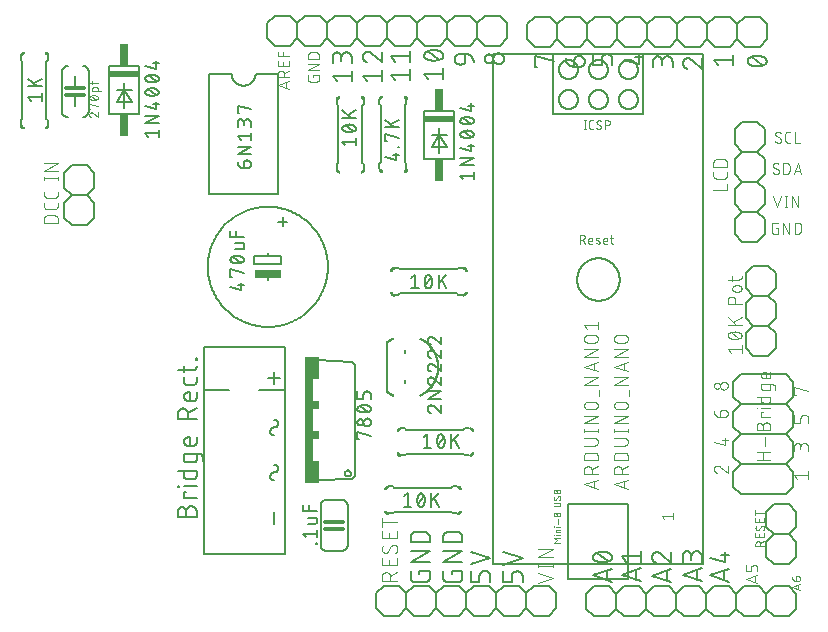
<source format=gbr>
G04 EAGLE Gerber RS-274X export*
G75*
%MOMM*%
%FSLAX34Y34*%
%LPD*%
%INSilkscreen Top*%
%IPPOS*%
%AMOC8*
5,1,8,0,0,1.08239X$1,22.5*%
G01*
%ADD10C,0.015238*%
%ADD11C,0.152400*%
%ADD12C,0.127000*%
%ADD13R,2.540000X0.508000*%
%ADD14R,0.762000X1.905000*%
%ADD15C,0.012700*%
%ADD16R,0.762000X10.668000*%
%ADD17R,0.508000X1.905000*%
%ADD18R,0.508000X0.762000*%
%ADD19C,0.177800*%
%ADD20C,0.304800*%
%ADD21R,2.286000X0.635000*%
%ADD22C,0.076200*%
%ADD23C,0.101600*%
%ADD24C,0.050800*%


D10*
X826847Y390577D02*
X828220Y390577D01*
X828220Y390576D02*
X828225Y390493D01*
X828234Y390409D01*
X828247Y390327D01*
X828263Y390245D01*
X828283Y390164D01*
X828307Y390083D01*
X828335Y390004D01*
X828366Y389927D01*
X828400Y389851D01*
X828438Y389776D01*
X828479Y389703D01*
X828524Y389632D01*
X828571Y389563D01*
X828622Y389497D01*
X828675Y389433D01*
X828732Y389371D01*
X828791Y389312D01*
X828853Y389255D01*
X828917Y389202D01*
X828983Y389151D01*
X829052Y389104D01*
X829123Y389059D01*
X829196Y389018D01*
X829271Y388980D01*
X829347Y388946D01*
X829424Y388915D01*
X829503Y388887D01*
X829584Y388863D01*
X829665Y388843D01*
X829747Y388827D01*
X829829Y388814D01*
X829913Y388805D01*
X829996Y388800D01*
X829997Y387427D01*
X829996Y387427D01*
X829884Y387431D01*
X829773Y387440D01*
X829662Y387452D01*
X829551Y387468D01*
X829442Y387488D01*
X829332Y387512D01*
X829224Y387539D01*
X829117Y387571D01*
X829011Y387606D01*
X828906Y387644D01*
X828802Y387686D01*
X828701Y387732D01*
X828600Y387781D01*
X828502Y387834D01*
X828405Y387890D01*
X828310Y387949D01*
X828218Y388012D01*
X828128Y388078D01*
X828040Y388147D01*
X827954Y388218D01*
X827871Y388293D01*
X827791Y388371D01*
X827713Y388451D01*
X827638Y388534D01*
X827567Y388620D01*
X827498Y388708D01*
X827432Y388798D01*
X827369Y388890D01*
X827310Y388985D01*
X827254Y389082D01*
X827201Y389180D01*
X827152Y389281D01*
X827106Y389382D01*
X827064Y389486D01*
X827026Y389591D01*
X826991Y389697D01*
X826959Y389804D01*
X826932Y389912D01*
X826908Y390022D01*
X826888Y390131D01*
X826872Y390242D01*
X826860Y390353D01*
X826851Y390464D01*
X826847Y390576D01*
X826990Y390576D01*
X826995Y390467D01*
X827003Y390358D01*
X827015Y390250D01*
X827031Y390142D01*
X827051Y390035D01*
X827075Y389928D01*
X827103Y389823D01*
X827134Y389718D01*
X827169Y389615D01*
X827207Y389513D01*
X827249Y389412D01*
X827295Y389313D01*
X827344Y389216D01*
X827397Y389120D01*
X827452Y389026D01*
X827512Y388935D01*
X827574Y388845D01*
X827639Y388758D01*
X827708Y388673D01*
X827779Y388591D01*
X827854Y388511D01*
X827931Y388434D01*
X828011Y388359D01*
X828093Y388288D01*
X828178Y388219D01*
X828265Y388154D01*
X828355Y388092D01*
X828446Y388032D01*
X828540Y387977D01*
X828636Y387924D01*
X828733Y387875D01*
X828832Y387829D01*
X828933Y387787D01*
X829035Y387749D01*
X829138Y387714D01*
X829243Y387683D01*
X829348Y387655D01*
X829455Y387631D01*
X829562Y387611D01*
X829670Y387595D01*
X829778Y387583D01*
X829887Y387575D01*
X829996Y387570D01*
X829996Y387713D01*
X829890Y387718D01*
X829784Y387726D01*
X829678Y387738D01*
X829573Y387755D01*
X829469Y387775D01*
X829365Y387798D01*
X829262Y387826D01*
X829161Y387857D01*
X829060Y387892D01*
X828961Y387930D01*
X828863Y387972D01*
X828767Y388017D01*
X828673Y388066D01*
X828580Y388119D01*
X828489Y388174D01*
X828401Y388233D01*
X828315Y388295D01*
X828230Y388360D01*
X828149Y388428D01*
X828070Y388499D01*
X827993Y388573D01*
X827919Y388650D01*
X827848Y388729D01*
X827780Y388810D01*
X827715Y388895D01*
X827653Y388981D01*
X827594Y389069D01*
X827539Y389160D01*
X827486Y389253D01*
X827437Y389347D01*
X827392Y389443D01*
X827350Y389541D01*
X827312Y389640D01*
X827277Y389741D01*
X827246Y389842D01*
X827218Y389945D01*
X827195Y390049D01*
X827175Y390153D01*
X827158Y390258D01*
X827146Y390364D01*
X827138Y390470D01*
X827133Y390576D01*
X827276Y390576D01*
X827281Y390473D01*
X827289Y390370D01*
X827302Y390267D01*
X827318Y390165D01*
X827338Y390063D01*
X827361Y389962D01*
X827389Y389863D01*
X827420Y389764D01*
X827454Y389667D01*
X827493Y389570D01*
X827534Y389476D01*
X827580Y389383D01*
X827628Y389291D01*
X827680Y389202D01*
X827735Y389115D01*
X827794Y389029D01*
X827855Y388946D01*
X827920Y388865D01*
X827988Y388787D01*
X828058Y388711D01*
X828131Y388638D01*
X828207Y388568D01*
X828285Y388500D01*
X828366Y388435D01*
X828449Y388374D01*
X828535Y388315D01*
X828622Y388260D01*
X828711Y388208D01*
X828803Y388160D01*
X828896Y388114D01*
X828990Y388073D01*
X829087Y388034D01*
X829184Y388000D01*
X829283Y387969D01*
X829382Y387941D01*
X829483Y387918D01*
X829585Y387898D01*
X829687Y387882D01*
X829790Y387869D01*
X829893Y387861D01*
X829996Y387856D01*
X829996Y387999D01*
X829896Y388004D01*
X829796Y388012D01*
X829696Y388025D01*
X829597Y388041D01*
X829498Y388061D01*
X829401Y388084D01*
X829304Y388111D01*
X829209Y388142D01*
X829114Y388177D01*
X829021Y388215D01*
X828930Y388256D01*
X828840Y388301D01*
X828752Y388350D01*
X828666Y388401D01*
X828582Y388456D01*
X828500Y388514D01*
X828420Y388575D01*
X828343Y388639D01*
X828268Y388706D01*
X828195Y388775D01*
X828126Y388848D01*
X828059Y388923D01*
X827995Y389000D01*
X827934Y389080D01*
X827876Y389162D01*
X827821Y389246D01*
X827770Y389332D01*
X827721Y389420D01*
X827676Y389510D01*
X827635Y389601D01*
X827597Y389694D01*
X827562Y389789D01*
X827531Y389884D01*
X827504Y389981D01*
X827481Y390078D01*
X827461Y390177D01*
X827445Y390276D01*
X827432Y390376D01*
X827424Y390476D01*
X827419Y390576D01*
X827562Y390576D01*
X827567Y390476D01*
X827576Y390377D01*
X827589Y390278D01*
X827606Y390180D01*
X827627Y390082D01*
X827651Y389985D01*
X827680Y389890D01*
X827712Y389795D01*
X827748Y389702D01*
X827787Y389610D01*
X827830Y389521D01*
X827877Y389432D01*
X827927Y389346D01*
X827981Y389262D01*
X828038Y389180D01*
X828098Y389100D01*
X828161Y389023D01*
X828227Y388948D01*
X828296Y388876D01*
X828368Y388807D01*
X828443Y388741D01*
X828520Y388678D01*
X828600Y388618D01*
X828682Y388561D01*
X828766Y388507D01*
X828852Y388457D01*
X828941Y388410D01*
X829030Y388367D01*
X829122Y388328D01*
X829215Y388292D01*
X829310Y388260D01*
X829405Y388231D01*
X829502Y388207D01*
X829600Y388186D01*
X829698Y388169D01*
X829797Y388156D01*
X829896Y388147D01*
X829996Y388142D01*
X829996Y388285D01*
X829900Y388290D01*
X829804Y388299D01*
X829708Y388312D01*
X829613Y388329D01*
X829519Y388349D01*
X829426Y388374D01*
X829334Y388402D01*
X829243Y388434D01*
X829153Y388470D01*
X829065Y388509D01*
X828978Y388552D01*
X828894Y388598D01*
X828811Y388648D01*
X828731Y388701D01*
X828652Y388757D01*
X828576Y388816D01*
X828503Y388878D01*
X828432Y388944D01*
X828364Y389012D01*
X828298Y389083D01*
X828236Y389156D01*
X828177Y389232D01*
X828121Y389311D01*
X828068Y389391D01*
X828018Y389474D01*
X827972Y389558D01*
X827929Y389645D01*
X827890Y389733D01*
X827854Y389823D01*
X827822Y389914D01*
X827794Y390006D01*
X827769Y390099D01*
X827749Y390193D01*
X827732Y390288D01*
X827719Y390384D01*
X827710Y390480D01*
X827705Y390576D01*
X827848Y390576D01*
X827853Y390483D01*
X827862Y390391D01*
X827875Y390299D01*
X827892Y390208D01*
X827912Y390117D01*
X827936Y390027D01*
X827964Y389939D01*
X827996Y389851D01*
X828031Y389766D01*
X828070Y389681D01*
X828112Y389598D01*
X828158Y389518D01*
X828207Y389439D01*
X828259Y389362D01*
X828315Y389287D01*
X828373Y389215D01*
X828434Y389146D01*
X828499Y389079D01*
X828566Y389014D01*
X828635Y388953D01*
X828707Y388895D01*
X828782Y388839D01*
X828859Y388787D01*
X828938Y388738D01*
X829018Y388692D01*
X829101Y388650D01*
X829186Y388611D01*
X829271Y388576D01*
X829359Y388544D01*
X829447Y388516D01*
X829537Y388492D01*
X829628Y388472D01*
X829719Y388455D01*
X829811Y388442D01*
X829903Y388433D01*
X829996Y388428D01*
X829996Y388571D01*
X829907Y388577D01*
X829818Y388585D01*
X829730Y388598D01*
X829643Y388615D01*
X829556Y388635D01*
X829470Y388659D01*
X829385Y388686D01*
X829302Y388718D01*
X829220Y388752D01*
X829139Y388791D01*
X829061Y388832D01*
X828984Y388877D01*
X828909Y388925D01*
X828836Y388977D01*
X828765Y389031D01*
X828697Y389088D01*
X828632Y389149D01*
X828569Y389212D01*
X828508Y389277D01*
X828451Y389345D01*
X828397Y389416D01*
X828345Y389489D01*
X828297Y389564D01*
X828252Y389641D01*
X828211Y389719D01*
X828172Y389800D01*
X828138Y389882D01*
X828106Y389965D01*
X828079Y390050D01*
X828055Y390136D01*
X828035Y390223D01*
X828018Y390310D01*
X828005Y390398D01*
X827997Y390487D01*
X827991Y390576D01*
X828134Y390576D01*
X828140Y390491D01*
X828149Y390406D01*
X828161Y390322D01*
X828178Y390239D01*
X828198Y390156D01*
X828221Y390074D01*
X828248Y389994D01*
X828279Y389914D01*
X828313Y389836D01*
X828350Y389760D01*
X828391Y389685D01*
X828435Y389612D01*
X828483Y389541D01*
X828533Y389473D01*
X828586Y389406D01*
X828642Y389342D01*
X828701Y389281D01*
X828762Y389222D01*
X828826Y389166D01*
X828893Y389113D01*
X828961Y389063D01*
X829032Y389015D01*
X829105Y388971D01*
X829180Y388930D01*
X829256Y388893D01*
X829334Y388859D01*
X829414Y388828D01*
X829494Y388801D01*
X829576Y388778D01*
X829659Y388758D01*
X829742Y388741D01*
X829826Y388729D01*
X829911Y388720D01*
X829996Y388714D01*
X847927Y387427D02*
X847927Y388800D01*
X847928Y388800D02*
X848011Y388805D01*
X848095Y388814D01*
X848177Y388827D01*
X848259Y388843D01*
X848340Y388863D01*
X848421Y388887D01*
X848500Y388915D01*
X848577Y388946D01*
X848653Y388980D01*
X848728Y389018D01*
X848801Y389059D01*
X848872Y389104D01*
X848941Y389151D01*
X849007Y389202D01*
X849071Y389255D01*
X849133Y389312D01*
X849192Y389371D01*
X849249Y389433D01*
X849302Y389497D01*
X849353Y389563D01*
X849400Y389632D01*
X849445Y389703D01*
X849486Y389776D01*
X849524Y389851D01*
X849558Y389927D01*
X849589Y390004D01*
X849617Y390083D01*
X849641Y390164D01*
X849661Y390245D01*
X849677Y390327D01*
X849690Y390409D01*
X849699Y390493D01*
X849704Y390576D01*
X851077Y390577D01*
X851077Y390576D01*
X851073Y390464D01*
X851064Y390353D01*
X851052Y390242D01*
X851036Y390131D01*
X851016Y390022D01*
X850992Y389912D01*
X850965Y389804D01*
X850933Y389697D01*
X850898Y389591D01*
X850860Y389486D01*
X850818Y389382D01*
X850772Y389281D01*
X850723Y389180D01*
X850670Y389082D01*
X850614Y388985D01*
X850555Y388890D01*
X850492Y388798D01*
X850426Y388708D01*
X850357Y388620D01*
X850286Y388534D01*
X850211Y388451D01*
X850133Y388371D01*
X850053Y388293D01*
X849970Y388218D01*
X849884Y388147D01*
X849796Y388078D01*
X849706Y388012D01*
X849614Y387949D01*
X849519Y387890D01*
X849422Y387834D01*
X849324Y387781D01*
X849223Y387732D01*
X849122Y387686D01*
X849018Y387644D01*
X848913Y387606D01*
X848807Y387571D01*
X848700Y387539D01*
X848592Y387512D01*
X848482Y387488D01*
X848373Y387468D01*
X848262Y387452D01*
X848151Y387440D01*
X848040Y387431D01*
X847928Y387427D01*
X847928Y387570D01*
X848037Y387575D01*
X848146Y387583D01*
X848254Y387595D01*
X848362Y387611D01*
X848469Y387631D01*
X848576Y387655D01*
X848681Y387683D01*
X848786Y387714D01*
X848889Y387749D01*
X848991Y387787D01*
X849092Y387829D01*
X849191Y387875D01*
X849288Y387924D01*
X849384Y387977D01*
X849478Y388032D01*
X849569Y388092D01*
X849659Y388154D01*
X849746Y388219D01*
X849831Y388288D01*
X849913Y388359D01*
X849993Y388434D01*
X850070Y388511D01*
X850145Y388591D01*
X850216Y388673D01*
X850285Y388758D01*
X850350Y388845D01*
X850412Y388935D01*
X850472Y389026D01*
X850527Y389120D01*
X850580Y389216D01*
X850629Y389313D01*
X850675Y389412D01*
X850717Y389513D01*
X850755Y389615D01*
X850790Y389718D01*
X850821Y389823D01*
X850849Y389928D01*
X850873Y390035D01*
X850893Y390142D01*
X850909Y390250D01*
X850921Y390358D01*
X850929Y390467D01*
X850934Y390576D01*
X850791Y390576D01*
X850786Y390470D01*
X850778Y390364D01*
X850766Y390258D01*
X850749Y390153D01*
X850729Y390049D01*
X850706Y389945D01*
X850678Y389842D01*
X850647Y389741D01*
X850612Y389640D01*
X850574Y389541D01*
X850532Y389443D01*
X850487Y389347D01*
X850438Y389253D01*
X850385Y389160D01*
X850330Y389069D01*
X850271Y388981D01*
X850209Y388895D01*
X850144Y388810D01*
X850076Y388729D01*
X850005Y388650D01*
X849931Y388573D01*
X849854Y388499D01*
X849775Y388428D01*
X849694Y388360D01*
X849609Y388295D01*
X849523Y388233D01*
X849435Y388174D01*
X849344Y388119D01*
X849251Y388066D01*
X849157Y388017D01*
X849061Y387972D01*
X848963Y387930D01*
X848864Y387892D01*
X848763Y387857D01*
X848662Y387826D01*
X848559Y387798D01*
X848455Y387775D01*
X848351Y387755D01*
X848246Y387738D01*
X848140Y387726D01*
X848034Y387718D01*
X847928Y387713D01*
X847928Y387856D01*
X848031Y387861D01*
X848134Y387869D01*
X848237Y387882D01*
X848339Y387898D01*
X848441Y387918D01*
X848542Y387941D01*
X848641Y387969D01*
X848740Y388000D01*
X848837Y388034D01*
X848934Y388073D01*
X849028Y388114D01*
X849121Y388160D01*
X849213Y388208D01*
X849302Y388260D01*
X849389Y388315D01*
X849475Y388374D01*
X849558Y388435D01*
X849639Y388500D01*
X849717Y388568D01*
X849793Y388638D01*
X849866Y388711D01*
X849936Y388787D01*
X850004Y388865D01*
X850069Y388946D01*
X850130Y389029D01*
X850189Y389115D01*
X850244Y389202D01*
X850296Y389291D01*
X850344Y389383D01*
X850390Y389476D01*
X850431Y389570D01*
X850470Y389667D01*
X850504Y389764D01*
X850535Y389863D01*
X850563Y389962D01*
X850586Y390063D01*
X850606Y390165D01*
X850622Y390267D01*
X850635Y390370D01*
X850643Y390473D01*
X850648Y390576D01*
X850505Y390576D01*
X850500Y390476D01*
X850492Y390376D01*
X850479Y390276D01*
X850463Y390177D01*
X850443Y390078D01*
X850420Y389981D01*
X850393Y389884D01*
X850362Y389789D01*
X850327Y389694D01*
X850289Y389601D01*
X850248Y389510D01*
X850203Y389420D01*
X850154Y389332D01*
X850103Y389246D01*
X850048Y389162D01*
X849990Y389080D01*
X849929Y389000D01*
X849865Y388923D01*
X849798Y388848D01*
X849729Y388775D01*
X849656Y388706D01*
X849581Y388639D01*
X849504Y388575D01*
X849424Y388514D01*
X849342Y388456D01*
X849258Y388401D01*
X849172Y388350D01*
X849084Y388301D01*
X848994Y388256D01*
X848903Y388215D01*
X848810Y388177D01*
X848715Y388142D01*
X848620Y388111D01*
X848523Y388084D01*
X848426Y388061D01*
X848327Y388041D01*
X848228Y388025D01*
X848128Y388012D01*
X848028Y388004D01*
X847928Y387999D01*
X847928Y388142D01*
X848028Y388147D01*
X848127Y388156D01*
X848226Y388169D01*
X848324Y388186D01*
X848422Y388207D01*
X848519Y388231D01*
X848614Y388260D01*
X848709Y388292D01*
X848802Y388328D01*
X848894Y388367D01*
X848983Y388410D01*
X849072Y388457D01*
X849158Y388507D01*
X849242Y388561D01*
X849324Y388618D01*
X849404Y388678D01*
X849481Y388741D01*
X849556Y388807D01*
X849628Y388876D01*
X849697Y388948D01*
X849763Y389023D01*
X849826Y389100D01*
X849886Y389180D01*
X849943Y389262D01*
X849997Y389346D01*
X850047Y389432D01*
X850094Y389521D01*
X850137Y389610D01*
X850176Y389702D01*
X850212Y389795D01*
X850244Y389890D01*
X850273Y389985D01*
X850297Y390082D01*
X850318Y390180D01*
X850335Y390278D01*
X850348Y390377D01*
X850357Y390476D01*
X850362Y390576D01*
X850219Y390576D01*
X850214Y390480D01*
X850205Y390384D01*
X850192Y390288D01*
X850175Y390193D01*
X850155Y390099D01*
X850130Y390006D01*
X850102Y389914D01*
X850070Y389823D01*
X850034Y389733D01*
X849995Y389645D01*
X849952Y389558D01*
X849906Y389474D01*
X849856Y389391D01*
X849803Y389311D01*
X849747Y389232D01*
X849688Y389156D01*
X849626Y389083D01*
X849560Y389012D01*
X849492Y388944D01*
X849421Y388878D01*
X849348Y388816D01*
X849272Y388757D01*
X849193Y388701D01*
X849113Y388648D01*
X849030Y388598D01*
X848946Y388552D01*
X848859Y388509D01*
X848771Y388470D01*
X848681Y388434D01*
X848590Y388402D01*
X848498Y388374D01*
X848405Y388349D01*
X848311Y388329D01*
X848216Y388312D01*
X848120Y388299D01*
X848024Y388290D01*
X847928Y388285D01*
X847928Y388428D01*
X848021Y388433D01*
X848113Y388442D01*
X848205Y388455D01*
X848296Y388472D01*
X848387Y388492D01*
X848477Y388516D01*
X848565Y388544D01*
X848653Y388576D01*
X848738Y388611D01*
X848823Y388650D01*
X848906Y388692D01*
X848986Y388738D01*
X849065Y388787D01*
X849142Y388839D01*
X849217Y388895D01*
X849289Y388953D01*
X849358Y389014D01*
X849425Y389079D01*
X849490Y389146D01*
X849551Y389215D01*
X849609Y389287D01*
X849665Y389362D01*
X849717Y389439D01*
X849766Y389518D01*
X849812Y389598D01*
X849854Y389681D01*
X849893Y389766D01*
X849928Y389851D01*
X849960Y389939D01*
X849988Y390027D01*
X850012Y390117D01*
X850032Y390208D01*
X850049Y390299D01*
X850062Y390391D01*
X850071Y390483D01*
X850076Y390576D01*
X849933Y390576D01*
X849927Y390487D01*
X849919Y390398D01*
X849906Y390310D01*
X849889Y390223D01*
X849869Y390136D01*
X849845Y390050D01*
X849818Y389965D01*
X849786Y389882D01*
X849752Y389800D01*
X849713Y389719D01*
X849672Y389641D01*
X849627Y389564D01*
X849579Y389489D01*
X849527Y389416D01*
X849473Y389345D01*
X849416Y389277D01*
X849355Y389212D01*
X849292Y389149D01*
X849227Y389088D01*
X849159Y389031D01*
X849088Y388977D01*
X849015Y388925D01*
X848940Y388877D01*
X848863Y388832D01*
X848785Y388791D01*
X848704Y388752D01*
X848622Y388718D01*
X848539Y388686D01*
X848454Y388659D01*
X848368Y388635D01*
X848281Y388615D01*
X848194Y388598D01*
X848106Y388585D01*
X848017Y388577D01*
X847928Y388571D01*
X847928Y388714D01*
X848013Y388720D01*
X848098Y388729D01*
X848182Y388741D01*
X848265Y388758D01*
X848348Y388778D01*
X848430Y388801D01*
X848510Y388828D01*
X848590Y388859D01*
X848668Y388893D01*
X848744Y388930D01*
X848819Y388971D01*
X848892Y389015D01*
X848963Y389063D01*
X849031Y389113D01*
X849098Y389166D01*
X849162Y389222D01*
X849223Y389281D01*
X849282Y389342D01*
X849338Y389406D01*
X849391Y389473D01*
X849441Y389541D01*
X849489Y389612D01*
X849533Y389685D01*
X849574Y389760D01*
X849611Y389836D01*
X849645Y389914D01*
X849676Y389994D01*
X849703Y390074D01*
X849726Y390156D01*
X849746Y390239D01*
X849763Y390322D01*
X849775Y390406D01*
X849784Y390491D01*
X849790Y390576D01*
X851077Y449147D02*
X849704Y449147D01*
X849704Y449148D02*
X849699Y449231D01*
X849690Y449315D01*
X849677Y449397D01*
X849661Y449479D01*
X849641Y449560D01*
X849617Y449641D01*
X849589Y449720D01*
X849558Y449797D01*
X849524Y449873D01*
X849486Y449948D01*
X849445Y450021D01*
X849400Y450092D01*
X849353Y450161D01*
X849302Y450227D01*
X849249Y450291D01*
X849192Y450353D01*
X849133Y450412D01*
X849071Y450469D01*
X849007Y450522D01*
X848941Y450573D01*
X848872Y450620D01*
X848801Y450665D01*
X848728Y450706D01*
X848653Y450744D01*
X848577Y450778D01*
X848500Y450809D01*
X848421Y450837D01*
X848340Y450861D01*
X848259Y450881D01*
X848177Y450897D01*
X848095Y450910D01*
X848011Y450919D01*
X847928Y450924D01*
X847927Y452297D01*
X847928Y452297D01*
X848040Y452293D01*
X848151Y452284D01*
X848262Y452272D01*
X848373Y452256D01*
X848482Y452236D01*
X848592Y452212D01*
X848700Y452185D01*
X848807Y452153D01*
X848913Y452118D01*
X849018Y452080D01*
X849122Y452038D01*
X849223Y451992D01*
X849324Y451943D01*
X849422Y451890D01*
X849519Y451834D01*
X849614Y451775D01*
X849706Y451712D01*
X849796Y451646D01*
X849884Y451577D01*
X849970Y451506D01*
X850053Y451431D01*
X850133Y451353D01*
X850211Y451273D01*
X850286Y451190D01*
X850357Y451104D01*
X850426Y451016D01*
X850492Y450926D01*
X850555Y450834D01*
X850614Y450739D01*
X850670Y450642D01*
X850723Y450544D01*
X850772Y450443D01*
X850818Y450342D01*
X850860Y450238D01*
X850898Y450133D01*
X850933Y450027D01*
X850965Y449920D01*
X850992Y449812D01*
X851016Y449702D01*
X851036Y449593D01*
X851052Y449482D01*
X851064Y449371D01*
X851073Y449260D01*
X851077Y449148D01*
X850934Y449148D01*
X850929Y449257D01*
X850921Y449366D01*
X850909Y449474D01*
X850893Y449582D01*
X850873Y449689D01*
X850849Y449796D01*
X850821Y449901D01*
X850790Y450006D01*
X850755Y450109D01*
X850717Y450211D01*
X850675Y450312D01*
X850629Y450411D01*
X850580Y450508D01*
X850527Y450604D01*
X850472Y450698D01*
X850412Y450789D01*
X850350Y450879D01*
X850285Y450966D01*
X850216Y451051D01*
X850145Y451133D01*
X850070Y451213D01*
X849993Y451290D01*
X849913Y451365D01*
X849831Y451436D01*
X849746Y451505D01*
X849659Y451570D01*
X849569Y451632D01*
X849478Y451692D01*
X849384Y451747D01*
X849288Y451800D01*
X849191Y451849D01*
X849092Y451895D01*
X848991Y451937D01*
X848889Y451975D01*
X848786Y452010D01*
X848681Y452041D01*
X848576Y452069D01*
X848469Y452093D01*
X848362Y452113D01*
X848254Y452129D01*
X848146Y452141D01*
X848037Y452149D01*
X847928Y452154D01*
X847928Y452011D01*
X848034Y452006D01*
X848140Y451998D01*
X848246Y451986D01*
X848351Y451969D01*
X848455Y451949D01*
X848559Y451926D01*
X848662Y451898D01*
X848763Y451867D01*
X848864Y451832D01*
X848963Y451794D01*
X849061Y451752D01*
X849157Y451707D01*
X849251Y451658D01*
X849344Y451605D01*
X849435Y451550D01*
X849523Y451491D01*
X849609Y451429D01*
X849694Y451364D01*
X849775Y451296D01*
X849854Y451225D01*
X849931Y451151D01*
X850005Y451074D01*
X850076Y450995D01*
X850144Y450914D01*
X850209Y450829D01*
X850271Y450743D01*
X850330Y450655D01*
X850385Y450564D01*
X850438Y450471D01*
X850487Y450377D01*
X850532Y450281D01*
X850574Y450183D01*
X850612Y450084D01*
X850647Y449983D01*
X850678Y449882D01*
X850706Y449779D01*
X850729Y449675D01*
X850749Y449571D01*
X850766Y449466D01*
X850778Y449360D01*
X850786Y449254D01*
X850791Y449148D01*
X850648Y449148D01*
X850643Y449251D01*
X850635Y449354D01*
X850622Y449457D01*
X850606Y449559D01*
X850586Y449661D01*
X850563Y449762D01*
X850535Y449861D01*
X850504Y449960D01*
X850470Y450057D01*
X850431Y450154D01*
X850390Y450248D01*
X850344Y450341D01*
X850296Y450433D01*
X850244Y450522D01*
X850189Y450609D01*
X850130Y450695D01*
X850069Y450778D01*
X850004Y450859D01*
X849936Y450937D01*
X849866Y451013D01*
X849793Y451086D01*
X849717Y451156D01*
X849639Y451224D01*
X849558Y451289D01*
X849475Y451350D01*
X849389Y451409D01*
X849302Y451464D01*
X849213Y451516D01*
X849121Y451564D01*
X849028Y451610D01*
X848934Y451651D01*
X848837Y451690D01*
X848740Y451724D01*
X848641Y451755D01*
X848542Y451783D01*
X848441Y451806D01*
X848339Y451826D01*
X848237Y451842D01*
X848134Y451855D01*
X848031Y451863D01*
X847928Y451868D01*
X847928Y451725D01*
X848028Y451720D01*
X848128Y451712D01*
X848228Y451699D01*
X848327Y451683D01*
X848426Y451663D01*
X848523Y451640D01*
X848620Y451613D01*
X848715Y451582D01*
X848810Y451547D01*
X848903Y451509D01*
X848994Y451468D01*
X849084Y451423D01*
X849172Y451374D01*
X849258Y451323D01*
X849342Y451268D01*
X849424Y451210D01*
X849504Y451149D01*
X849581Y451085D01*
X849656Y451018D01*
X849729Y450949D01*
X849798Y450876D01*
X849865Y450801D01*
X849929Y450724D01*
X849990Y450644D01*
X850048Y450562D01*
X850103Y450478D01*
X850154Y450392D01*
X850203Y450304D01*
X850248Y450214D01*
X850289Y450123D01*
X850327Y450030D01*
X850362Y449935D01*
X850393Y449840D01*
X850420Y449743D01*
X850443Y449646D01*
X850463Y449547D01*
X850479Y449448D01*
X850492Y449348D01*
X850500Y449248D01*
X850505Y449148D01*
X850362Y449148D01*
X850357Y449248D01*
X850348Y449347D01*
X850335Y449446D01*
X850318Y449544D01*
X850297Y449642D01*
X850273Y449739D01*
X850244Y449834D01*
X850212Y449929D01*
X850176Y450022D01*
X850137Y450114D01*
X850094Y450203D01*
X850047Y450292D01*
X849997Y450378D01*
X849943Y450462D01*
X849886Y450544D01*
X849826Y450624D01*
X849763Y450701D01*
X849697Y450776D01*
X849628Y450848D01*
X849556Y450917D01*
X849481Y450983D01*
X849404Y451046D01*
X849324Y451106D01*
X849242Y451163D01*
X849158Y451217D01*
X849072Y451267D01*
X848983Y451314D01*
X848894Y451357D01*
X848802Y451396D01*
X848709Y451432D01*
X848614Y451464D01*
X848519Y451493D01*
X848422Y451517D01*
X848324Y451538D01*
X848226Y451555D01*
X848127Y451568D01*
X848028Y451577D01*
X847928Y451582D01*
X847928Y451439D01*
X848024Y451434D01*
X848120Y451425D01*
X848216Y451412D01*
X848311Y451395D01*
X848405Y451375D01*
X848498Y451350D01*
X848590Y451322D01*
X848681Y451290D01*
X848771Y451254D01*
X848859Y451215D01*
X848946Y451172D01*
X849030Y451126D01*
X849113Y451076D01*
X849193Y451023D01*
X849272Y450967D01*
X849348Y450908D01*
X849421Y450846D01*
X849492Y450780D01*
X849560Y450712D01*
X849626Y450641D01*
X849688Y450568D01*
X849747Y450492D01*
X849803Y450413D01*
X849856Y450333D01*
X849906Y450250D01*
X849952Y450166D01*
X849995Y450079D01*
X850034Y449991D01*
X850070Y449901D01*
X850102Y449810D01*
X850130Y449718D01*
X850155Y449625D01*
X850175Y449531D01*
X850192Y449436D01*
X850205Y449340D01*
X850214Y449244D01*
X850219Y449148D01*
X850076Y449148D01*
X850071Y449241D01*
X850062Y449333D01*
X850049Y449425D01*
X850032Y449516D01*
X850012Y449607D01*
X849988Y449697D01*
X849960Y449785D01*
X849928Y449873D01*
X849893Y449958D01*
X849854Y450043D01*
X849812Y450126D01*
X849766Y450206D01*
X849717Y450285D01*
X849665Y450362D01*
X849609Y450437D01*
X849551Y450509D01*
X849490Y450578D01*
X849425Y450645D01*
X849358Y450710D01*
X849289Y450771D01*
X849217Y450829D01*
X849142Y450885D01*
X849065Y450937D01*
X848986Y450986D01*
X848906Y451032D01*
X848823Y451074D01*
X848738Y451113D01*
X848653Y451148D01*
X848565Y451180D01*
X848477Y451208D01*
X848387Y451232D01*
X848296Y451252D01*
X848205Y451269D01*
X848113Y451282D01*
X848021Y451291D01*
X847928Y451296D01*
X847928Y451153D01*
X848017Y451147D01*
X848106Y451139D01*
X848194Y451126D01*
X848281Y451109D01*
X848368Y451089D01*
X848454Y451065D01*
X848539Y451038D01*
X848622Y451006D01*
X848704Y450972D01*
X848785Y450933D01*
X848863Y450892D01*
X848940Y450847D01*
X849015Y450799D01*
X849088Y450747D01*
X849159Y450693D01*
X849227Y450636D01*
X849292Y450575D01*
X849355Y450512D01*
X849416Y450447D01*
X849473Y450379D01*
X849527Y450308D01*
X849579Y450235D01*
X849627Y450160D01*
X849672Y450083D01*
X849713Y450005D01*
X849752Y449924D01*
X849786Y449842D01*
X849818Y449759D01*
X849845Y449674D01*
X849869Y449588D01*
X849889Y449501D01*
X849906Y449414D01*
X849919Y449326D01*
X849927Y449237D01*
X849933Y449148D01*
X849790Y449148D01*
X849784Y449233D01*
X849775Y449318D01*
X849763Y449402D01*
X849746Y449485D01*
X849726Y449568D01*
X849703Y449650D01*
X849676Y449730D01*
X849645Y449810D01*
X849611Y449888D01*
X849574Y449964D01*
X849533Y450039D01*
X849489Y450112D01*
X849441Y450183D01*
X849391Y450251D01*
X849338Y450318D01*
X849282Y450382D01*
X849223Y450443D01*
X849162Y450502D01*
X849098Y450558D01*
X849031Y450611D01*
X848963Y450661D01*
X848892Y450709D01*
X848819Y450753D01*
X848744Y450794D01*
X848668Y450831D01*
X848590Y450865D01*
X848510Y450896D01*
X848430Y450923D01*
X848348Y450946D01*
X848265Y450966D01*
X848182Y450983D01*
X848098Y450995D01*
X848013Y451004D01*
X847928Y451010D01*
X829997Y452297D02*
X829997Y450924D01*
X829996Y450924D02*
X829913Y450919D01*
X829829Y450910D01*
X829747Y450897D01*
X829665Y450881D01*
X829584Y450861D01*
X829503Y450837D01*
X829424Y450809D01*
X829347Y450778D01*
X829271Y450744D01*
X829196Y450706D01*
X829123Y450665D01*
X829052Y450620D01*
X828983Y450573D01*
X828917Y450522D01*
X828853Y450469D01*
X828791Y450412D01*
X828732Y450353D01*
X828675Y450291D01*
X828622Y450227D01*
X828571Y450161D01*
X828524Y450092D01*
X828479Y450021D01*
X828438Y449948D01*
X828400Y449873D01*
X828366Y449797D01*
X828335Y449720D01*
X828307Y449641D01*
X828283Y449560D01*
X828263Y449479D01*
X828247Y449397D01*
X828234Y449315D01*
X828225Y449231D01*
X828220Y449148D01*
X826847Y449147D01*
X826847Y449148D01*
X826851Y449260D01*
X826860Y449371D01*
X826872Y449482D01*
X826888Y449593D01*
X826908Y449702D01*
X826932Y449812D01*
X826959Y449920D01*
X826991Y450027D01*
X827026Y450133D01*
X827064Y450238D01*
X827106Y450342D01*
X827152Y450443D01*
X827201Y450544D01*
X827254Y450642D01*
X827310Y450739D01*
X827369Y450834D01*
X827432Y450926D01*
X827498Y451016D01*
X827567Y451104D01*
X827638Y451190D01*
X827713Y451273D01*
X827791Y451353D01*
X827871Y451431D01*
X827954Y451506D01*
X828040Y451577D01*
X828128Y451646D01*
X828218Y451712D01*
X828310Y451775D01*
X828405Y451834D01*
X828502Y451890D01*
X828600Y451943D01*
X828701Y451992D01*
X828802Y452038D01*
X828906Y452080D01*
X829011Y452118D01*
X829117Y452153D01*
X829224Y452185D01*
X829332Y452212D01*
X829442Y452236D01*
X829551Y452256D01*
X829662Y452272D01*
X829773Y452284D01*
X829884Y452293D01*
X829996Y452297D01*
X829996Y452154D01*
X829887Y452149D01*
X829778Y452141D01*
X829670Y452129D01*
X829562Y452113D01*
X829455Y452093D01*
X829348Y452069D01*
X829243Y452041D01*
X829138Y452010D01*
X829035Y451975D01*
X828933Y451937D01*
X828832Y451895D01*
X828733Y451849D01*
X828636Y451800D01*
X828540Y451747D01*
X828446Y451692D01*
X828355Y451632D01*
X828265Y451570D01*
X828178Y451505D01*
X828093Y451436D01*
X828011Y451365D01*
X827931Y451290D01*
X827854Y451213D01*
X827779Y451133D01*
X827708Y451051D01*
X827639Y450966D01*
X827574Y450879D01*
X827512Y450789D01*
X827452Y450698D01*
X827397Y450604D01*
X827344Y450508D01*
X827295Y450411D01*
X827249Y450312D01*
X827207Y450211D01*
X827169Y450109D01*
X827134Y450006D01*
X827103Y449901D01*
X827075Y449796D01*
X827051Y449689D01*
X827031Y449582D01*
X827015Y449474D01*
X827003Y449366D01*
X826995Y449257D01*
X826990Y449148D01*
X827133Y449148D01*
X827138Y449254D01*
X827146Y449360D01*
X827158Y449466D01*
X827175Y449571D01*
X827195Y449675D01*
X827218Y449779D01*
X827246Y449882D01*
X827277Y449983D01*
X827312Y450084D01*
X827350Y450183D01*
X827392Y450281D01*
X827437Y450377D01*
X827486Y450471D01*
X827539Y450564D01*
X827594Y450655D01*
X827653Y450743D01*
X827715Y450829D01*
X827780Y450914D01*
X827848Y450995D01*
X827919Y451074D01*
X827993Y451151D01*
X828070Y451225D01*
X828149Y451296D01*
X828230Y451364D01*
X828315Y451429D01*
X828401Y451491D01*
X828489Y451550D01*
X828580Y451605D01*
X828673Y451658D01*
X828767Y451707D01*
X828863Y451752D01*
X828961Y451794D01*
X829060Y451832D01*
X829161Y451867D01*
X829262Y451898D01*
X829365Y451926D01*
X829469Y451949D01*
X829573Y451969D01*
X829678Y451986D01*
X829784Y451998D01*
X829890Y452006D01*
X829996Y452011D01*
X829996Y451868D01*
X829893Y451863D01*
X829790Y451855D01*
X829687Y451842D01*
X829585Y451826D01*
X829483Y451806D01*
X829382Y451783D01*
X829283Y451755D01*
X829184Y451724D01*
X829087Y451690D01*
X828990Y451651D01*
X828896Y451610D01*
X828803Y451564D01*
X828711Y451516D01*
X828622Y451464D01*
X828535Y451409D01*
X828449Y451350D01*
X828366Y451289D01*
X828285Y451224D01*
X828207Y451156D01*
X828131Y451086D01*
X828058Y451013D01*
X827988Y450937D01*
X827920Y450859D01*
X827855Y450778D01*
X827794Y450695D01*
X827735Y450609D01*
X827680Y450522D01*
X827628Y450433D01*
X827580Y450341D01*
X827534Y450248D01*
X827493Y450154D01*
X827454Y450057D01*
X827420Y449960D01*
X827389Y449861D01*
X827361Y449762D01*
X827338Y449661D01*
X827318Y449559D01*
X827302Y449457D01*
X827289Y449354D01*
X827281Y449251D01*
X827276Y449148D01*
X827419Y449148D01*
X827424Y449248D01*
X827432Y449348D01*
X827445Y449448D01*
X827461Y449547D01*
X827481Y449646D01*
X827504Y449743D01*
X827531Y449840D01*
X827562Y449935D01*
X827597Y450030D01*
X827635Y450123D01*
X827676Y450214D01*
X827721Y450304D01*
X827770Y450392D01*
X827821Y450478D01*
X827876Y450562D01*
X827934Y450644D01*
X827995Y450724D01*
X828059Y450801D01*
X828126Y450876D01*
X828195Y450949D01*
X828268Y451018D01*
X828343Y451085D01*
X828420Y451149D01*
X828500Y451210D01*
X828582Y451268D01*
X828666Y451323D01*
X828752Y451374D01*
X828840Y451423D01*
X828930Y451468D01*
X829021Y451509D01*
X829114Y451547D01*
X829209Y451582D01*
X829304Y451613D01*
X829401Y451640D01*
X829498Y451663D01*
X829597Y451683D01*
X829696Y451699D01*
X829796Y451712D01*
X829896Y451720D01*
X829996Y451725D01*
X829996Y451582D01*
X829896Y451577D01*
X829797Y451568D01*
X829698Y451555D01*
X829600Y451538D01*
X829502Y451517D01*
X829405Y451493D01*
X829310Y451464D01*
X829215Y451432D01*
X829122Y451396D01*
X829030Y451357D01*
X828941Y451314D01*
X828852Y451267D01*
X828766Y451217D01*
X828682Y451163D01*
X828600Y451106D01*
X828520Y451046D01*
X828443Y450983D01*
X828368Y450917D01*
X828296Y450848D01*
X828227Y450776D01*
X828161Y450701D01*
X828098Y450624D01*
X828038Y450544D01*
X827981Y450462D01*
X827927Y450378D01*
X827877Y450292D01*
X827830Y450203D01*
X827787Y450114D01*
X827748Y450022D01*
X827712Y449929D01*
X827680Y449834D01*
X827651Y449739D01*
X827627Y449642D01*
X827606Y449544D01*
X827589Y449446D01*
X827576Y449347D01*
X827567Y449248D01*
X827562Y449148D01*
X827705Y449148D01*
X827710Y449244D01*
X827719Y449340D01*
X827732Y449436D01*
X827749Y449531D01*
X827769Y449625D01*
X827794Y449718D01*
X827822Y449810D01*
X827854Y449901D01*
X827890Y449991D01*
X827929Y450079D01*
X827972Y450166D01*
X828018Y450250D01*
X828068Y450333D01*
X828121Y450413D01*
X828177Y450492D01*
X828236Y450568D01*
X828298Y450641D01*
X828364Y450712D01*
X828432Y450780D01*
X828503Y450846D01*
X828576Y450908D01*
X828652Y450967D01*
X828731Y451023D01*
X828811Y451076D01*
X828894Y451126D01*
X828978Y451172D01*
X829065Y451215D01*
X829153Y451254D01*
X829243Y451290D01*
X829334Y451322D01*
X829426Y451350D01*
X829519Y451375D01*
X829613Y451395D01*
X829708Y451412D01*
X829804Y451425D01*
X829900Y451434D01*
X829996Y451439D01*
X829996Y451296D01*
X829903Y451291D01*
X829811Y451282D01*
X829719Y451269D01*
X829628Y451252D01*
X829537Y451232D01*
X829447Y451208D01*
X829359Y451180D01*
X829271Y451148D01*
X829186Y451113D01*
X829101Y451074D01*
X829018Y451032D01*
X828938Y450986D01*
X828859Y450937D01*
X828782Y450885D01*
X828707Y450829D01*
X828635Y450771D01*
X828566Y450710D01*
X828499Y450645D01*
X828434Y450578D01*
X828373Y450509D01*
X828315Y450437D01*
X828259Y450362D01*
X828207Y450285D01*
X828158Y450206D01*
X828112Y450126D01*
X828070Y450043D01*
X828031Y449958D01*
X827996Y449873D01*
X827964Y449785D01*
X827936Y449697D01*
X827912Y449607D01*
X827892Y449516D01*
X827875Y449425D01*
X827862Y449333D01*
X827853Y449241D01*
X827848Y449148D01*
X827991Y449148D01*
X827997Y449237D01*
X828005Y449326D01*
X828018Y449414D01*
X828035Y449501D01*
X828055Y449588D01*
X828079Y449674D01*
X828106Y449759D01*
X828138Y449842D01*
X828172Y449924D01*
X828211Y450005D01*
X828252Y450083D01*
X828297Y450160D01*
X828345Y450235D01*
X828397Y450308D01*
X828451Y450379D01*
X828508Y450447D01*
X828569Y450512D01*
X828632Y450575D01*
X828697Y450636D01*
X828765Y450693D01*
X828836Y450747D01*
X828909Y450799D01*
X828984Y450847D01*
X829061Y450892D01*
X829139Y450933D01*
X829220Y450972D01*
X829302Y451006D01*
X829385Y451038D01*
X829470Y451065D01*
X829556Y451089D01*
X829643Y451109D01*
X829730Y451126D01*
X829818Y451139D01*
X829907Y451147D01*
X829996Y451153D01*
X829996Y451010D01*
X829911Y451004D01*
X829826Y450995D01*
X829742Y450983D01*
X829659Y450966D01*
X829576Y450946D01*
X829494Y450923D01*
X829414Y450896D01*
X829334Y450865D01*
X829256Y450831D01*
X829180Y450794D01*
X829105Y450753D01*
X829032Y450709D01*
X828961Y450661D01*
X828893Y450611D01*
X828826Y450558D01*
X828762Y450502D01*
X828701Y450443D01*
X828642Y450382D01*
X828586Y450318D01*
X828533Y450251D01*
X828483Y450183D01*
X828435Y450112D01*
X828391Y450039D01*
X828350Y449964D01*
X828313Y449888D01*
X828279Y449810D01*
X828248Y449730D01*
X828221Y449650D01*
X828198Y449568D01*
X828178Y449485D01*
X828161Y449402D01*
X828149Y449318D01*
X828140Y449233D01*
X828134Y449148D01*
D11*
X827532Y394462D02*
X827532Y390652D01*
X827532Y394462D02*
X828802Y395732D01*
X850392Y394462D02*
X850392Y390652D01*
X850392Y394462D02*
X849122Y395732D01*
X828802Y443992D02*
X827532Y445262D01*
X828802Y443992D02*
X828802Y395732D01*
X849122Y443992D02*
X850392Y445262D01*
X849122Y443992D02*
X849122Y395732D01*
X827532Y445262D02*
X827532Y449072D01*
X850392Y449072D02*
X850392Y445262D01*
D12*
X832485Y413512D02*
X835025Y410337D01*
X832485Y413512D02*
X843915Y413512D01*
X843915Y410337D02*
X843915Y416687D01*
X838200Y421767D02*
X837975Y421770D01*
X837750Y421778D01*
X837526Y421791D01*
X837302Y421810D01*
X837078Y421834D01*
X836855Y421863D01*
X836633Y421898D01*
X836412Y421938D01*
X836192Y421984D01*
X835973Y422034D01*
X835755Y422090D01*
X835538Y422151D01*
X835323Y422217D01*
X835110Y422288D01*
X834899Y422365D01*
X834689Y422446D01*
X834481Y422532D01*
X834276Y422623D01*
X834073Y422719D01*
X833985Y422751D01*
X833898Y422787D01*
X833812Y422826D01*
X833728Y422869D01*
X833646Y422915D01*
X833566Y422964D01*
X833488Y423016D01*
X833412Y423072D01*
X833338Y423130D01*
X833267Y423192D01*
X833198Y423256D01*
X833132Y423323D01*
X833069Y423392D01*
X833008Y423464D01*
X832950Y423538D01*
X832896Y423615D01*
X832844Y423693D01*
X832796Y423774D01*
X832751Y423856D01*
X832709Y423941D01*
X832671Y424027D01*
X832636Y424114D01*
X832604Y424202D01*
X832577Y424292D01*
X832552Y424383D01*
X832532Y424475D01*
X832515Y424567D01*
X832502Y424661D01*
X832493Y424754D01*
X832487Y424848D01*
X832485Y424942D01*
X832487Y425036D01*
X832493Y425130D01*
X832502Y425223D01*
X832515Y425317D01*
X832532Y425409D01*
X832552Y425501D01*
X832577Y425592D01*
X832604Y425682D01*
X832636Y425770D01*
X832671Y425857D01*
X832709Y425943D01*
X832751Y426028D01*
X832796Y426110D01*
X832844Y426191D01*
X832896Y426269D01*
X832950Y426346D01*
X833008Y426420D01*
X833069Y426492D01*
X833132Y426561D01*
X833198Y426628D01*
X833267Y426692D01*
X833338Y426754D01*
X833412Y426812D01*
X833488Y426868D01*
X833566Y426920D01*
X833646Y426969D01*
X833728Y427015D01*
X833812Y427058D01*
X833898Y427097D01*
X833985Y427133D01*
X834073Y427165D01*
X834276Y427261D01*
X834481Y427352D01*
X834689Y427438D01*
X834899Y427519D01*
X835110Y427596D01*
X835323Y427667D01*
X835538Y427733D01*
X835755Y427794D01*
X835973Y427850D01*
X836192Y427900D01*
X836412Y427946D01*
X836633Y427986D01*
X836855Y428021D01*
X837078Y428050D01*
X837302Y428074D01*
X837526Y428093D01*
X837750Y428106D01*
X837975Y428114D01*
X838200Y428117D01*
X838200Y421767D02*
X838425Y421770D01*
X838650Y421778D01*
X838874Y421791D01*
X839098Y421810D01*
X839322Y421834D01*
X839545Y421863D01*
X839767Y421898D01*
X839988Y421938D01*
X840208Y421984D01*
X840427Y422034D01*
X840645Y422090D01*
X840862Y422151D01*
X841077Y422217D01*
X841290Y422288D01*
X841501Y422365D01*
X841711Y422446D01*
X841919Y422532D01*
X842124Y422623D01*
X842327Y422719D01*
X842328Y422719D02*
X842416Y422751D01*
X842503Y422787D01*
X842589Y422826D01*
X842673Y422869D01*
X842755Y422915D01*
X842835Y422964D01*
X842913Y423016D01*
X842989Y423072D01*
X843063Y423130D01*
X843134Y423192D01*
X843203Y423256D01*
X843269Y423323D01*
X843332Y423392D01*
X843393Y423464D01*
X843451Y423538D01*
X843505Y423615D01*
X843557Y423693D01*
X843605Y423774D01*
X843650Y423856D01*
X843692Y423941D01*
X843730Y424027D01*
X843765Y424114D01*
X843797Y424202D01*
X843824Y424292D01*
X843849Y424383D01*
X843869Y424475D01*
X843886Y424567D01*
X843899Y424661D01*
X843908Y424754D01*
X843914Y424848D01*
X843916Y424942D01*
X842327Y427165D02*
X842124Y427261D01*
X841919Y427352D01*
X841711Y427438D01*
X841501Y427519D01*
X841290Y427596D01*
X841077Y427667D01*
X840862Y427733D01*
X840645Y427794D01*
X840427Y427850D01*
X840208Y427900D01*
X839988Y427946D01*
X839767Y427986D01*
X839545Y428021D01*
X839322Y428050D01*
X839098Y428074D01*
X838874Y428093D01*
X838650Y428106D01*
X838425Y428114D01*
X838200Y428117D01*
X842328Y427165D02*
X842416Y427133D01*
X842503Y427097D01*
X842589Y427058D01*
X842673Y427015D01*
X842755Y426969D01*
X842835Y426920D01*
X842913Y426868D01*
X842989Y426812D01*
X843063Y426754D01*
X843134Y426692D01*
X843203Y426628D01*
X843269Y426561D01*
X843332Y426492D01*
X843393Y426420D01*
X843451Y426346D01*
X843505Y426269D01*
X843557Y426191D01*
X843605Y426110D01*
X843650Y426028D01*
X843692Y425943D01*
X843730Y425857D01*
X843765Y425770D01*
X843797Y425682D01*
X843824Y425592D01*
X843849Y425501D01*
X843869Y425409D01*
X843886Y425317D01*
X843899Y425223D01*
X843908Y425130D01*
X843914Y425036D01*
X843916Y424942D01*
X841375Y422402D02*
X835025Y427482D01*
X832485Y433769D02*
X843915Y433769D01*
X839470Y433769D02*
X832485Y440119D01*
X836930Y436309D02*
X843915Y440119D01*
D10*
X583615Y486485D02*
X582242Y486485D01*
X582242Y486486D02*
X582237Y486569D01*
X582228Y486653D01*
X582215Y486735D01*
X582199Y486817D01*
X582179Y486898D01*
X582155Y486979D01*
X582127Y487058D01*
X582096Y487135D01*
X582062Y487211D01*
X582024Y487286D01*
X581983Y487359D01*
X581938Y487430D01*
X581891Y487499D01*
X581840Y487565D01*
X581787Y487629D01*
X581730Y487691D01*
X581671Y487750D01*
X581609Y487807D01*
X581545Y487860D01*
X581479Y487911D01*
X581410Y487958D01*
X581339Y488003D01*
X581266Y488044D01*
X581191Y488082D01*
X581115Y488116D01*
X581038Y488147D01*
X580959Y488175D01*
X580878Y488199D01*
X580797Y488219D01*
X580715Y488235D01*
X580633Y488248D01*
X580549Y488257D01*
X580466Y488262D01*
X580465Y489635D01*
X580466Y489635D01*
X580578Y489631D01*
X580689Y489622D01*
X580800Y489610D01*
X580911Y489594D01*
X581020Y489574D01*
X581130Y489550D01*
X581238Y489523D01*
X581345Y489491D01*
X581451Y489456D01*
X581556Y489418D01*
X581660Y489376D01*
X581761Y489330D01*
X581862Y489281D01*
X581960Y489228D01*
X582057Y489172D01*
X582152Y489113D01*
X582244Y489050D01*
X582334Y488984D01*
X582422Y488915D01*
X582508Y488844D01*
X582591Y488769D01*
X582671Y488691D01*
X582749Y488611D01*
X582824Y488528D01*
X582895Y488442D01*
X582964Y488354D01*
X583030Y488264D01*
X583093Y488172D01*
X583152Y488077D01*
X583208Y487980D01*
X583261Y487882D01*
X583310Y487781D01*
X583356Y487680D01*
X583398Y487576D01*
X583436Y487471D01*
X583471Y487365D01*
X583503Y487258D01*
X583530Y487150D01*
X583554Y487040D01*
X583574Y486931D01*
X583590Y486820D01*
X583602Y486709D01*
X583611Y486598D01*
X583615Y486486D01*
X583472Y486486D01*
X583467Y486595D01*
X583459Y486704D01*
X583447Y486812D01*
X583431Y486920D01*
X583411Y487027D01*
X583387Y487134D01*
X583359Y487239D01*
X583328Y487344D01*
X583293Y487447D01*
X583255Y487549D01*
X583213Y487650D01*
X583167Y487749D01*
X583118Y487846D01*
X583065Y487942D01*
X583010Y488036D01*
X582950Y488127D01*
X582888Y488217D01*
X582823Y488304D01*
X582754Y488389D01*
X582683Y488471D01*
X582608Y488551D01*
X582531Y488628D01*
X582451Y488703D01*
X582369Y488774D01*
X582284Y488843D01*
X582197Y488908D01*
X582107Y488970D01*
X582016Y489030D01*
X581922Y489085D01*
X581826Y489138D01*
X581729Y489187D01*
X581630Y489233D01*
X581529Y489275D01*
X581427Y489313D01*
X581324Y489348D01*
X581219Y489379D01*
X581114Y489407D01*
X581007Y489431D01*
X580900Y489451D01*
X580792Y489467D01*
X580684Y489479D01*
X580575Y489487D01*
X580466Y489492D01*
X580466Y489349D01*
X580572Y489344D01*
X580678Y489336D01*
X580784Y489324D01*
X580889Y489307D01*
X580993Y489287D01*
X581097Y489264D01*
X581200Y489236D01*
X581301Y489205D01*
X581402Y489170D01*
X581501Y489132D01*
X581599Y489090D01*
X581695Y489045D01*
X581789Y488996D01*
X581882Y488943D01*
X581973Y488888D01*
X582061Y488829D01*
X582147Y488767D01*
X582232Y488702D01*
X582313Y488634D01*
X582392Y488563D01*
X582469Y488489D01*
X582543Y488412D01*
X582614Y488333D01*
X582682Y488252D01*
X582747Y488167D01*
X582809Y488081D01*
X582868Y487993D01*
X582923Y487902D01*
X582976Y487809D01*
X583025Y487715D01*
X583070Y487619D01*
X583112Y487521D01*
X583150Y487422D01*
X583185Y487321D01*
X583216Y487220D01*
X583244Y487117D01*
X583267Y487013D01*
X583287Y486909D01*
X583304Y486804D01*
X583316Y486698D01*
X583324Y486592D01*
X583329Y486486D01*
X583186Y486486D01*
X583181Y486589D01*
X583173Y486692D01*
X583160Y486795D01*
X583144Y486897D01*
X583124Y486999D01*
X583101Y487100D01*
X583073Y487199D01*
X583042Y487298D01*
X583008Y487395D01*
X582969Y487492D01*
X582928Y487586D01*
X582882Y487679D01*
X582834Y487771D01*
X582782Y487860D01*
X582727Y487947D01*
X582668Y488033D01*
X582607Y488116D01*
X582542Y488197D01*
X582474Y488275D01*
X582404Y488351D01*
X582331Y488424D01*
X582255Y488494D01*
X582177Y488562D01*
X582096Y488627D01*
X582013Y488688D01*
X581927Y488747D01*
X581840Y488802D01*
X581751Y488854D01*
X581659Y488902D01*
X581566Y488948D01*
X581472Y488989D01*
X581375Y489028D01*
X581278Y489062D01*
X581179Y489093D01*
X581080Y489121D01*
X580979Y489144D01*
X580877Y489164D01*
X580775Y489180D01*
X580672Y489193D01*
X580569Y489201D01*
X580466Y489206D01*
X580466Y489063D01*
X580566Y489058D01*
X580666Y489050D01*
X580766Y489037D01*
X580865Y489021D01*
X580964Y489001D01*
X581061Y488978D01*
X581158Y488951D01*
X581253Y488920D01*
X581348Y488885D01*
X581441Y488847D01*
X581532Y488806D01*
X581622Y488761D01*
X581710Y488712D01*
X581796Y488661D01*
X581880Y488606D01*
X581962Y488548D01*
X582042Y488487D01*
X582119Y488423D01*
X582194Y488356D01*
X582267Y488287D01*
X582336Y488214D01*
X582403Y488139D01*
X582467Y488062D01*
X582528Y487982D01*
X582586Y487900D01*
X582641Y487816D01*
X582692Y487730D01*
X582741Y487642D01*
X582786Y487552D01*
X582827Y487461D01*
X582865Y487368D01*
X582900Y487273D01*
X582931Y487178D01*
X582958Y487081D01*
X582981Y486984D01*
X583001Y486885D01*
X583017Y486786D01*
X583030Y486686D01*
X583038Y486586D01*
X583043Y486486D01*
X582900Y486486D01*
X582895Y486586D01*
X582886Y486685D01*
X582873Y486784D01*
X582856Y486882D01*
X582835Y486980D01*
X582811Y487077D01*
X582782Y487172D01*
X582750Y487267D01*
X582714Y487360D01*
X582675Y487452D01*
X582632Y487541D01*
X582585Y487630D01*
X582535Y487716D01*
X582481Y487800D01*
X582424Y487882D01*
X582364Y487962D01*
X582301Y488039D01*
X582235Y488114D01*
X582166Y488186D01*
X582094Y488255D01*
X582019Y488321D01*
X581942Y488384D01*
X581862Y488444D01*
X581780Y488501D01*
X581696Y488555D01*
X581610Y488605D01*
X581521Y488652D01*
X581432Y488695D01*
X581340Y488734D01*
X581247Y488770D01*
X581152Y488802D01*
X581057Y488831D01*
X580960Y488855D01*
X580862Y488876D01*
X580764Y488893D01*
X580665Y488906D01*
X580566Y488915D01*
X580466Y488920D01*
X580466Y488777D01*
X580562Y488772D01*
X580658Y488763D01*
X580754Y488750D01*
X580849Y488733D01*
X580943Y488713D01*
X581036Y488688D01*
X581128Y488660D01*
X581219Y488628D01*
X581309Y488592D01*
X581397Y488553D01*
X581484Y488510D01*
X581568Y488464D01*
X581651Y488414D01*
X581731Y488361D01*
X581810Y488305D01*
X581886Y488246D01*
X581959Y488184D01*
X582030Y488118D01*
X582098Y488050D01*
X582164Y487979D01*
X582226Y487906D01*
X582285Y487830D01*
X582341Y487751D01*
X582394Y487671D01*
X582444Y487588D01*
X582490Y487504D01*
X582533Y487417D01*
X582572Y487329D01*
X582608Y487239D01*
X582640Y487148D01*
X582668Y487056D01*
X582693Y486963D01*
X582713Y486869D01*
X582730Y486774D01*
X582743Y486678D01*
X582752Y486582D01*
X582757Y486486D01*
X582614Y486486D01*
X582609Y486579D01*
X582600Y486671D01*
X582587Y486763D01*
X582570Y486854D01*
X582550Y486945D01*
X582526Y487035D01*
X582498Y487123D01*
X582466Y487211D01*
X582431Y487296D01*
X582392Y487381D01*
X582350Y487464D01*
X582304Y487544D01*
X582255Y487623D01*
X582203Y487700D01*
X582147Y487775D01*
X582089Y487847D01*
X582028Y487916D01*
X581963Y487983D01*
X581896Y488048D01*
X581827Y488109D01*
X581755Y488167D01*
X581680Y488223D01*
X581603Y488275D01*
X581524Y488324D01*
X581444Y488370D01*
X581361Y488412D01*
X581276Y488451D01*
X581191Y488486D01*
X581103Y488518D01*
X581015Y488546D01*
X580925Y488570D01*
X580834Y488590D01*
X580743Y488607D01*
X580651Y488620D01*
X580559Y488629D01*
X580466Y488634D01*
X580466Y488491D01*
X580555Y488485D01*
X580644Y488477D01*
X580732Y488464D01*
X580819Y488447D01*
X580906Y488427D01*
X580992Y488403D01*
X581077Y488376D01*
X581160Y488344D01*
X581242Y488310D01*
X581323Y488271D01*
X581401Y488230D01*
X581478Y488185D01*
X581553Y488137D01*
X581626Y488085D01*
X581697Y488031D01*
X581765Y487974D01*
X581830Y487913D01*
X581893Y487850D01*
X581954Y487785D01*
X582011Y487717D01*
X582065Y487646D01*
X582117Y487573D01*
X582165Y487498D01*
X582210Y487421D01*
X582251Y487343D01*
X582290Y487262D01*
X582324Y487180D01*
X582356Y487097D01*
X582383Y487012D01*
X582407Y486926D01*
X582427Y486839D01*
X582444Y486752D01*
X582457Y486664D01*
X582465Y486575D01*
X582471Y486486D01*
X582328Y486486D01*
X582322Y486571D01*
X582313Y486656D01*
X582301Y486740D01*
X582284Y486823D01*
X582264Y486906D01*
X582241Y486988D01*
X582214Y487068D01*
X582183Y487148D01*
X582149Y487226D01*
X582112Y487302D01*
X582071Y487377D01*
X582027Y487450D01*
X581979Y487521D01*
X581929Y487589D01*
X581876Y487656D01*
X581820Y487720D01*
X581761Y487781D01*
X581700Y487840D01*
X581636Y487896D01*
X581569Y487949D01*
X581501Y487999D01*
X581430Y488047D01*
X581357Y488091D01*
X581282Y488132D01*
X581206Y488169D01*
X581128Y488203D01*
X581048Y488234D01*
X580968Y488261D01*
X580886Y488284D01*
X580803Y488304D01*
X580720Y488321D01*
X580636Y488333D01*
X580551Y488342D01*
X580466Y488348D01*
X562535Y489635D02*
X562535Y488262D01*
X562534Y488262D02*
X562451Y488257D01*
X562367Y488248D01*
X562285Y488235D01*
X562203Y488219D01*
X562122Y488199D01*
X562041Y488175D01*
X561962Y488147D01*
X561885Y488116D01*
X561809Y488082D01*
X561734Y488044D01*
X561661Y488003D01*
X561590Y487958D01*
X561521Y487911D01*
X561455Y487860D01*
X561391Y487807D01*
X561329Y487750D01*
X561270Y487691D01*
X561213Y487629D01*
X561160Y487565D01*
X561109Y487499D01*
X561062Y487430D01*
X561017Y487359D01*
X560976Y487286D01*
X560938Y487211D01*
X560904Y487135D01*
X560873Y487058D01*
X560845Y486979D01*
X560821Y486898D01*
X560801Y486817D01*
X560785Y486735D01*
X560772Y486653D01*
X560763Y486569D01*
X560758Y486486D01*
X559385Y486485D01*
X559385Y486486D01*
X559389Y486598D01*
X559398Y486709D01*
X559410Y486820D01*
X559426Y486931D01*
X559446Y487040D01*
X559470Y487150D01*
X559497Y487258D01*
X559529Y487365D01*
X559564Y487471D01*
X559602Y487576D01*
X559644Y487680D01*
X559690Y487781D01*
X559739Y487882D01*
X559792Y487980D01*
X559848Y488077D01*
X559907Y488172D01*
X559970Y488264D01*
X560036Y488354D01*
X560105Y488442D01*
X560176Y488528D01*
X560251Y488611D01*
X560329Y488691D01*
X560409Y488769D01*
X560492Y488844D01*
X560578Y488915D01*
X560666Y488984D01*
X560756Y489050D01*
X560848Y489113D01*
X560943Y489172D01*
X561040Y489228D01*
X561138Y489281D01*
X561239Y489330D01*
X561340Y489376D01*
X561444Y489418D01*
X561549Y489456D01*
X561655Y489491D01*
X561762Y489523D01*
X561870Y489550D01*
X561980Y489574D01*
X562089Y489594D01*
X562200Y489610D01*
X562311Y489622D01*
X562422Y489631D01*
X562534Y489635D01*
X562534Y489492D01*
X562425Y489487D01*
X562316Y489479D01*
X562208Y489467D01*
X562100Y489451D01*
X561993Y489431D01*
X561886Y489407D01*
X561781Y489379D01*
X561676Y489348D01*
X561573Y489313D01*
X561471Y489275D01*
X561370Y489233D01*
X561271Y489187D01*
X561174Y489138D01*
X561078Y489085D01*
X560984Y489030D01*
X560893Y488970D01*
X560803Y488908D01*
X560716Y488843D01*
X560631Y488774D01*
X560549Y488703D01*
X560469Y488628D01*
X560392Y488551D01*
X560317Y488471D01*
X560246Y488389D01*
X560177Y488304D01*
X560112Y488217D01*
X560050Y488127D01*
X559990Y488036D01*
X559935Y487942D01*
X559882Y487846D01*
X559833Y487749D01*
X559787Y487650D01*
X559745Y487549D01*
X559707Y487447D01*
X559672Y487344D01*
X559641Y487239D01*
X559613Y487134D01*
X559589Y487027D01*
X559569Y486920D01*
X559553Y486812D01*
X559541Y486704D01*
X559533Y486595D01*
X559528Y486486D01*
X559671Y486486D01*
X559676Y486592D01*
X559684Y486698D01*
X559696Y486804D01*
X559713Y486909D01*
X559733Y487013D01*
X559756Y487117D01*
X559784Y487220D01*
X559815Y487321D01*
X559850Y487422D01*
X559888Y487521D01*
X559930Y487619D01*
X559975Y487715D01*
X560024Y487809D01*
X560077Y487902D01*
X560132Y487993D01*
X560191Y488081D01*
X560253Y488167D01*
X560318Y488252D01*
X560386Y488333D01*
X560457Y488412D01*
X560531Y488489D01*
X560608Y488563D01*
X560687Y488634D01*
X560768Y488702D01*
X560853Y488767D01*
X560939Y488829D01*
X561027Y488888D01*
X561118Y488943D01*
X561211Y488996D01*
X561305Y489045D01*
X561401Y489090D01*
X561499Y489132D01*
X561598Y489170D01*
X561699Y489205D01*
X561800Y489236D01*
X561903Y489264D01*
X562007Y489287D01*
X562111Y489307D01*
X562216Y489324D01*
X562322Y489336D01*
X562428Y489344D01*
X562534Y489349D01*
X562534Y489206D01*
X562431Y489201D01*
X562328Y489193D01*
X562225Y489180D01*
X562123Y489164D01*
X562021Y489144D01*
X561920Y489121D01*
X561821Y489093D01*
X561722Y489062D01*
X561625Y489028D01*
X561528Y488989D01*
X561434Y488948D01*
X561341Y488902D01*
X561249Y488854D01*
X561160Y488802D01*
X561073Y488747D01*
X560987Y488688D01*
X560904Y488627D01*
X560823Y488562D01*
X560745Y488494D01*
X560669Y488424D01*
X560596Y488351D01*
X560526Y488275D01*
X560458Y488197D01*
X560393Y488116D01*
X560332Y488033D01*
X560273Y487947D01*
X560218Y487860D01*
X560166Y487771D01*
X560118Y487679D01*
X560072Y487586D01*
X560031Y487492D01*
X559992Y487395D01*
X559958Y487298D01*
X559927Y487199D01*
X559899Y487100D01*
X559876Y486999D01*
X559856Y486897D01*
X559840Y486795D01*
X559827Y486692D01*
X559819Y486589D01*
X559814Y486486D01*
X559957Y486486D01*
X559962Y486586D01*
X559970Y486686D01*
X559983Y486786D01*
X559999Y486885D01*
X560019Y486984D01*
X560042Y487081D01*
X560069Y487178D01*
X560100Y487273D01*
X560135Y487368D01*
X560173Y487461D01*
X560214Y487552D01*
X560259Y487642D01*
X560308Y487730D01*
X560359Y487816D01*
X560414Y487900D01*
X560472Y487982D01*
X560533Y488062D01*
X560597Y488139D01*
X560664Y488214D01*
X560733Y488287D01*
X560806Y488356D01*
X560881Y488423D01*
X560958Y488487D01*
X561038Y488548D01*
X561120Y488606D01*
X561204Y488661D01*
X561290Y488712D01*
X561378Y488761D01*
X561468Y488806D01*
X561559Y488847D01*
X561652Y488885D01*
X561747Y488920D01*
X561842Y488951D01*
X561939Y488978D01*
X562036Y489001D01*
X562135Y489021D01*
X562234Y489037D01*
X562334Y489050D01*
X562434Y489058D01*
X562534Y489063D01*
X562534Y488920D01*
X562434Y488915D01*
X562335Y488906D01*
X562236Y488893D01*
X562138Y488876D01*
X562040Y488855D01*
X561943Y488831D01*
X561848Y488802D01*
X561753Y488770D01*
X561660Y488734D01*
X561568Y488695D01*
X561479Y488652D01*
X561390Y488605D01*
X561304Y488555D01*
X561220Y488501D01*
X561138Y488444D01*
X561058Y488384D01*
X560981Y488321D01*
X560906Y488255D01*
X560834Y488186D01*
X560765Y488114D01*
X560699Y488039D01*
X560636Y487962D01*
X560576Y487882D01*
X560519Y487800D01*
X560465Y487716D01*
X560415Y487630D01*
X560368Y487541D01*
X560325Y487452D01*
X560286Y487360D01*
X560250Y487267D01*
X560218Y487172D01*
X560189Y487077D01*
X560165Y486980D01*
X560144Y486882D01*
X560127Y486784D01*
X560114Y486685D01*
X560105Y486586D01*
X560100Y486486D01*
X560243Y486486D01*
X560248Y486582D01*
X560257Y486678D01*
X560270Y486774D01*
X560287Y486869D01*
X560307Y486963D01*
X560332Y487056D01*
X560360Y487148D01*
X560392Y487239D01*
X560428Y487329D01*
X560467Y487417D01*
X560510Y487504D01*
X560556Y487588D01*
X560606Y487671D01*
X560659Y487751D01*
X560715Y487830D01*
X560774Y487906D01*
X560836Y487979D01*
X560902Y488050D01*
X560970Y488118D01*
X561041Y488184D01*
X561114Y488246D01*
X561190Y488305D01*
X561269Y488361D01*
X561349Y488414D01*
X561432Y488464D01*
X561516Y488510D01*
X561603Y488553D01*
X561691Y488592D01*
X561781Y488628D01*
X561872Y488660D01*
X561964Y488688D01*
X562057Y488713D01*
X562151Y488733D01*
X562246Y488750D01*
X562342Y488763D01*
X562438Y488772D01*
X562534Y488777D01*
X562534Y488634D01*
X562441Y488629D01*
X562349Y488620D01*
X562257Y488607D01*
X562166Y488590D01*
X562075Y488570D01*
X561985Y488546D01*
X561897Y488518D01*
X561809Y488486D01*
X561724Y488451D01*
X561639Y488412D01*
X561556Y488370D01*
X561476Y488324D01*
X561397Y488275D01*
X561320Y488223D01*
X561245Y488167D01*
X561173Y488109D01*
X561104Y488048D01*
X561037Y487983D01*
X560972Y487916D01*
X560911Y487847D01*
X560853Y487775D01*
X560797Y487700D01*
X560745Y487623D01*
X560696Y487544D01*
X560650Y487464D01*
X560608Y487381D01*
X560569Y487296D01*
X560534Y487211D01*
X560502Y487123D01*
X560474Y487035D01*
X560450Y486945D01*
X560430Y486854D01*
X560413Y486763D01*
X560400Y486671D01*
X560391Y486579D01*
X560386Y486486D01*
X560529Y486486D01*
X560535Y486575D01*
X560543Y486664D01*
X560556Y486752D01*
X560573Y486839D01*
X560593Y486926D01*
X560617Y487012D01*
X560644Y487097D01*
X560676Y487180D01*
X560710Y487262D01*
X560749Y487343D01*
X560790Y487421D01*
X560835Y487498D01*
X560883Y487573D01*
X560935Y487646D01*
X560989Y487717D01*
X561046Y487785D01*
X561107Y487850D01*
X561170Y487913D01*
X561235Y487974D01*
X561303Y488031D01*
X561374Y488085D01*
X561447Y488137D01*
X561522Y488185D01*
X561599Y488230D01*
X561677Y488271D01*
X561758Y488310D01*
X561840Y488344D01*
X561923Y488376D01*
X562008Y488403D01*
X562094Y488427D01*
X562181Y488447D01*
X562268Y488464D01*
X562356Y488477D01*
X562445Y488485D01*
X562534Y488491D01*
X562534Y488348D01*
X562449Y488342D01*
X562364Y488333D01*
X562280Y488321D01*
X562197Y488304D01*
X562114Y488284D01*
X562032Y488261D01*
X561952Y488234D01*
X561872Y488203D01*
X561794Y488169D01*
X561718Y488132D01*
X561643Y488091D01*
X561570Y488047D01*
X561499Y487999D01*
X561431Y487949D01*
X561364Y487896D01*
X561300Y487840D01*
X561239Y487781D01*
X561180Y487720D01*
X561124Y487656D01*
X561071Y487589D01*
X561021Y487521D01*
X560973Y487450D01*
X560929Y487377D01*
X560888Y487302D01*
X560851Y487226D01*
X560817Y487148D01*
X560786Y487068D01*
X560759Y486988D01*
X560736Y486906D01*
X560716Y486823D01*
X560699Y486740D01*
X560687Y486656D01*
X560678Y486571D01*
X560672Y486486D01*
X559385Y427915D02*
X560758Y427915D01*
X560758Y427914D02*
X560763Y427831D01*
X560772Y427747D01*
X560785Y427665D01*
X560801Y427583D01*
X560821Y427502D01*
X560845Y427421D01*
X560873Y427342D01*
X560904Y427265D01*
X560938Y427189D01*
X560976Y427114D01*
X561017Y427041D01*
X561062Y426970D01*
X561109Y426901D01*
X561160Y426835D01*
X561213Y426771D01*
X561270Y426709D01*
X561329Y426650D01*
X561391Y426593D01*
X561455Y426540D01*
X561521Y426489D01*
X561590Y426442D01*
X561661Y426397D01*
X561734Y426356D01*
X561809Y426318D01*
X561885Y426284D01*
X561962Y426253D01*
X562041Y426225D01*
X562122Y426201D01*
X562203Y426181D01*
X562285Y426165D01*
X562367Y426152D01*
X562451Y426143D01*
X562534Y426138D01*
X562535Y424765D01*
X562534Y424765D01*
X562422Y424769D01*
X562311Y424778D01*
X562200Y424790D01*
X562089Y424806D01*
X561980Y424826D01*
X561870Y424850D01*
X561762Y424877D01*
X561655Y424909D01*
X561549Y424944D01*
X561444Y424982D01*
X561340Y425024D01*
X561239Y425070D01*
X561138Y425119D01*
X561040Y425172D01*
X560943Y425228D01*
X560848Y425287D01*
X560756Y425350D01*
X560666Y425416D01*
X560578Y425485D01*
X560492Y425556D01*
X560409Y425631D01*
X560329Y425709D01*
X560251Y425789D01*
X560176Y425872D01*
X560105Y425958D01*
X560036Y426046D01*
X559970Y426136D01*
X559907Y426228D01*
X559848Y426323D01*
X559792Y426420D01*
X559739Y426518D01*
X559690Y426619D01*
X559644Y426720D01*
X559602Y426824D01*
X559564Y426929D01*
X559529Y427035D01*
X559497Y427142D01*
X559470Y427250D01*
X559446Y427360D01*
X559426Y427469D01*
X559410Y427580D01*
X559398Y427691D01*
X559389Y427802D01*
X559385Y427914D01*
X559528Y427914D01*
X559533Y427805D01*
X559541Y427696D01*
X559553Y427588D01*
X559569Y427480D01*
X559589Y427373D01*
X559613Y427266D01*
X559641Y427161D01*
X559672Y427056D01*
X559707Y426953D01*
X559745Y426851D01*
X559787Y426750D01*
X559833Y426651D01*
X559882Y426554D01*
X559935Y426458D01*
X559990Y426364D01*
X560050Y426273D01*
X560112Y426183D01*
X560177Y426096D01*
X560246Y426011D01*
X560317Y425929D01*
X560392Y425849D01*
X560469Y425772D01*
X560549Y425697D01*
X560631Y425626D01*
X560716Y425557D01*
X560803Y425492D01*
X560893Y425430D01*
X560984Y425370D01*
X561078Y425315D01*
X561174Y425262D01*
X561271Y425213D01*
X561370Y425167D01*
X561471Y425125D01*
X561573Y425087D01*
X561676Y425052D01*
X561781Y425021D01*
X561886Y424993D01*
X561993Y424969D01*
X562100Y424949D01*
X562208Y424933D01*
X562316Y424921D01*
X562425Y424913D01*
X562534Y424908D01*
X562534Y425051D01*
X562428Y425056D01*
X562322Y425064D01*
X562216Y425076D01*
X562111Y425093D01*
X562007Y425113D01*
X561903Y425136D01*
X561800Y425164D01*
X561699Y425195D01*
X561598Y425230D01*
X561499Y425268D01*
X561401Y425310D01*
X561305Y425355D01*
X561211Y425404D01*
X561118Y425457D01*
X561027Y425512D01*
X560939Y425571D01*
X560853Y425633D01*
X560768Y425698D01*
X560687Y425766D01*
X560608Y425837D01*
X560531Y425911D01*
X560457Y425988D01*
X560386Y426067D01*
X560318Y426148D01*
X560253Y426233D01*
X560191Y426319D01*
X560132Y426407D01*
X560077Y426498D01*
X560024Y426591D01*
X559975Y426685D01*
X559930Y426781D01*
X559888Y426879D01*
X559850Y426978D01*
X559815Y427079D01*
X559784Y427180D01*
X559756Y427283D01*
X559733Y427387D01*
X559713Y427491D01*
X559696Y427596D01*
X559684Y427702D01*
X559676Y427808D01*
X559671Y427914D01*
X559814Y427914D01*
X559819Y427811D01*
X559827Y427708D01*
X559840Y427605D01*
X559856Y427503D01*
X559876Y427401D01*
X559899Y427300D01*
X559927Y427201D01*
X559958Y427102D01*
X559992Y427005D01*
X560031Y426908D01*
X560072Y426814D01*
X560118Y426721D01*
X560166Y426629D01*
X560218Y426540D01*
X560273Y426453D01*
X560332Y426367D01*
X560393Y426284D01*
X560458Y426203D01*
X560526Y426125D01*
X560596Y426049D01*
X560669Y425976D01*
X560745Y425906D01*
X560823Y425838D01*
X560904Y425773D01*
X560987Y425712D01*
X561073Y425653D01*
X561160Y425598D01*
X561249Y425546D01*
X561341Y425498D01*
X561434Y425452D01*
X561528Y425411D01*
X561625Y425372D01*
X561722Y425338D01*
X561821Y425307D01*
X561920Y425279D01*
X562021Y425256D01*
X562123Y425236D01*
X562225Y425220D01*
X562328Y425207D01*
X562431Y425199D01*
X562534Y425194D01*
X562534Y425337D01*
X562434Y425342D01*
X562334Y425350D01*
X562234Y425363D01*
X562135Y425379D01*
X562036Y425399D01*
X561939Y425422D01*
X561842Y425449D01*
X561747Y425480D01*
X561652Y425515D01*
X561559Y425553D01*
X561468Y425594D01*
X561378Y425639D01*
X561290Y425688D01*
X561204Y425739D01*
X561120Y425794D01*
X561038Y425852D01*
X560958Y425913D01*
X560881Y425977D01*
X560806Y426044D01*
X560733Y426113D01*
X560664Y426186D01*
X560597Y426261D01*
X560533Y426338D01*
X560472Y426418D01*
X560414Y426500D01*
X560359Y426584D01*
X560308Y426670D01*
X560259Y426758D01*
X560214Y426848D01*
X560173Y426939D01*
X560135Y427032D01*
X560100Y427127D01*
X560069Y427222D01*
X560042Y427319D01*
X560019Y427416D01*
X559999Y427515D01*
X559983Y427614D01*
X559970Y427714D01*
X559962Y427814D01*
X559957Y427914D01*
X560100Y427914D01*
X560105Y427814D01*
X560114Y427715D01*
X560127Y427616D01*
X560144Y427518D01*
X560165Y427420D01*
X560189Y427323D01*
X560218Y427228D01*
X560250Y427133D01*
X560286Y427040D01*
X560325Y426948D01*
X560368Y426859D01*
X560415Y426770D01*
X560465Y426684D01*
X560519Y426600D01*
X560576Y426518D01*
X560636Y426438D01*
X560699Y426361D01*
X560765Y426286D01*
X560834Y426214D01*
X560906Y426145D01*
X560981Y426079D01*
X561058Y426016D01*
X561138Y425956D01*
X561220Y425899D01*
X561304Y425845D01*
X561390Y425795D01*
X561479Y425748D01*
X561568Y425705D01*
X561660Y425666D01*
X561753Y425630D01*
X561848Y425598D01*
X561943Y425569D01*
X562040Y425545D01*
X562138Y425524D01*
X562236Y425507D01*
X562335Y425494D01*
X562434Y425485D01*
X562534Y425480D01*
X562534Y425623D01*
X562438Y425628D01*
X562342Y425637D01*
X562246Y425650D01*
X562151Y425667D01*
X562057Y425687D01*
X561964Y425712D01*
X561872Y425740D01*
X561781Y425772D01*
X561691Y425808D01*
X561603Y425847D01*
X561516Y425890D01*
X561432Y425936D01*
X561349Y425986D01*
X561269Y426039D01*
X561190Y426095D01*
X561114Y426154D01*
X561041Y426216D01*
X560970Y426282D01*
X560902Y426350D01*
X560836Y426421D01*
X560774Y426494D01*
X560715Y426570D01*
X560659Y426649D01*
X560606Y426729D01*
X560556Y426812D01*
X560510Y426896D01*
X560467Y426983D01*
X560428Y427071D01*
X560392Y427161D01*
X560360Y427252D01*
X560332Y427344D01*
X560307Y427437D01*
X560287Y427531D01*
X560270Y427626D01*
X560257Y427722D01*
X560248Y427818D01*
X560243Y427914D01*
X560386Y427914D01*
X560391Y427821D01*
X560400Y427729D01*
X560413Y427637D01*
X560430Y427546D01*
X560450Y427455D01*
X560474Y427365D01*
X560502Y427277D01*
X560534Y427189D01*
X560569Y427104D01*
X560608Y427019D01*
X560650Y426936D01*
X560696Y426856D01*
X560745Y426777D01*
X560797Y426700D01*
X560853Y426625D01*
X560911Y426553D01*
X560972Y426484D01*
X561037Y426417D01*
X561104Y426352D01*
X561173Y426291D01*
X561245Y426233D01*
X561320Y426177D01*
X561397Y426125D01*
X561476Y426076D01*
X561556Y426030D01*
X561639Y425988D01*
X561724Y425949D01*
X561809Y425914D01*
X561897Y425882D01*
X561985Y425854D01*
X562075Y425830D01*
X562166Y425810D01*
X562257Y425793D01*
X562349Y425780D01*
X562441Y425771D01*
X562534Y425766D01*
X562534Y425909D01*
X562445Y425915D01*
X562356Y425923D01*
X562268Y425936D01*
X562181Y425953D01*
X562094Y425973D01*
X562008Y425997D01*
X561923Y426024D01*
X561840Y426056D01*
X561758Y426090D01*
X561677Y426129D01*
X561599Y426170D01*
X561522Y426215D01*
X561447Y426263D01*
X561374Y426315D01*
X561303Y426369D01*
X561235Y426426D01*
X561170Y426487D01*
X561107Y426550D01*
X561046Y426615D01*
X560989Y426683D01*
X560935Y426754D01*
X560883Y426827D01*
X560835Y426902D01*
X560790Y426979D01*
X560749Y427057D01*
X560710Y427138D01*
X560676Y427220D01*
X560644Y427303D01*
X560617Y427388D01*
X560593Y427474D01*
X560573Y427561D01*
X560556Y427648D01*
X560543Y427736D01*
X560535Y427825D01*
X560529Y427914D01*
X560672Y427914D01*
X560678Y427829D01*
X560687Y427744D01*
X560699Y427660D01*
X560716Y427577D01*
X560736Y427494D01*
X560759Y427412D01*
X560786Y427332D01*
X560817Y427252D01*
X560851Y427174D01*
X560888Y427098D01*
X560929Y427023D01*
X560973Y426950D01*
X561021Y426879D01*
X561071Y426811D01*
X561124Y426744D01*
X561180Y426680D01*
X561239Y426619D01*
X561300Y426560D01*
X561364Y426504D01*
X561431Y426451D01*
X561499Y426401D01*
X561570Y426353D01*
X561643Y426309D01*
X561718Y426268D01*
X561794Y426231D01*
X561872Y426197D01*
X561952Y426166D01*
X562032Y426139D01*
X562114Y426116D01*
X562197Y426096D01*
X562280Y426079D01*
X562364Y426067D01*
X562449Y426058D01*
X562534Y426052D01*
X580465Y424765D02*
X580465Y426138D01*
X580466Y426138D02*
X580549Y426143D01*
X580633Y426152D01*
X580715Y426165D01*
X580797Y426181D01*
X580878Y426201D01*
X580959Y426225D01*
X581038Y426253D01*
X581115Y426284D01*
X581191Y426318D01*
X581266Y426356D01*
X581339Y426397D01*
X581410Y426442D01*
X581479Y426489D01*
X581545Y426540D01*
X581609Y426593D01*
X581671Y426650D01*
X581730Y426709D01*
X581787Y426771D01*
X581840Y426835D01*
X581891Y426901D01*
X581938Y426970D01*
X581983Y427041D01*
X582024Y427114D01*
X582062Y427189D01*
X582096Y427265D01*
X582127Y427342D01*
X582155Y427421D01*
X582179Y427502D01*
X582199Y427583D01*
X582215Y427665D01*
X582228Y427747D01*
X582237Y427831D01*
X582242Y427914D01*
X583615Y427915D01*
X583615Y427914D01*
X583611Y427802D01*
X583602Y427691D01*
X583590Y427580D01*
X583574Y427469D01*
X583554Y427360D01*
X583530Y427250D01*
X583503Y427142D01*
X583471Y427035D01*
X583436Y426929D01*
X583398Y426824D01*
X583356Y426720D01*
X583310Y426619D01*
X583261Y426518D01*
X583208Y426420D01*
X583152Y426323D01*
X583093Y426228D01*
X583030Y426136D01*
X582964Y426046D01*
X582895Y425958D01*
X582824Y425872D01*
X582749Y425789D01*
X582671Y425709D01*
X582591Y425631D01*
X582508Y425556D01*
X582422Y425485D01*
X582334Y425416D01*
X582244Y425350D01*
X582152Y425287D01*
X582057Y425228D01*
X581960Y425172D01*
X581862Y425119D01*
X581761Y425070D01*
X581660Y425024D01*
X581556Y424982D01*
X581451Y424944D01*
X581345Y424909D01*
X581238Y424877D01*
X581130Y424850D01*
X581020Y424826D01*
X580911Y424806D01*
X580800Y424790D01*
X580689Y424778D01*
X580578Y424769D01*
X580466Y424765D01*
X580466Y424908D01*
X580575Y424913D01*
X580684Y424921D01*
X580792Y424933D01*
X580900Y424949D01*
X581007Y424969D01*
X581114Y424993D01*
X581219Y425021D01*
X581324Y425052D01*
X581427Y425087D01*
X581529Y425125D01*
X581630Y425167D01*
X581729Y425213D01*
X581826Y425262D01*
X581922Y425315D01*
X582016Y425370D01*
X582107Y425430D01*
X582197Y425492D01*
X582284Y425557D01*
X582369Y425626D01*
X582451Y425697D01*
X582531Y425772D01*
X582608Y425849D01*
X582683Y425929D01*
X582754Y426011D01*
X582823Y426096D01*
X582888Y426183D01*
X582950Y426273D01*
X583010Y426364D01*
X583065Y426458D01*
X583118Y426554D01*
X583167Y426651D01*
X583213Y426750D01*
X583255Y426851D01*
X583293Y426953D01*
X583328Y427056D01*
X583359Y427161D01*
X583387Y427266D01*
X583411Y427373D01*
X583431Y427480D01*
X583447Y427588D01*
X583459Y427696D01*
X583467Y427805D01*
X583472Y427914D01*
X583329Y427914D01*
X583324Y427808D01*
X583316Y427702D01*
X583304Y427596D01*
X583287Y427491D01*
X583267Y427387D01*
X583244Y427283D01*
X583216Y427180D01*
X583185Y427079D01*
X583150Y426978D01*
X583112Y426879D01*
X583070Y426781D01*
X583025Y426685D01*
X582976Y426591D01*
X582923Y426498D01*
X582868Y426407D01*
X582809Y426319D01*
X582747Y426233D01*
X582682Y426148D01*
X582614Y426067D01*
X582543Y425988D01*
X582469Y425911D01*
X582392Y425837D01*
X582313Y425766D01*
X582232Y425698D01*
X582147Y425633D01*
X582061Y425571D01*
X581973Y425512D01*
X581882Y425457D01*
X581789Y425404D01*
X581695Y425355D01*
X581599Y425310D01*
X581501Y425268D01*
X581402Y425230D01*
X581301Y425195D01*
X581200Y425164D01*
X581097Y425136D01*
X580993Y425113D01*
X580889Y425093D01*
X580784Y425076D01*
X580678Y425064D01*
X580572Y425056D01*
X580466Y425051D01*
X580466Y425194D01*
X580569Y425199D01*
X580672Y425207D01*
X580775Y425220D01*
X580877Y425236D01*
X580979Y425256D01*
X581080Y425279D01*
X581179Y425307D01*
X581278Y425338D01*
X581375Y425372D01*
X581472Y425411D01*
X581566Y425452D01*
X581659Y425498D01*
X581751Y425546D01*
X581840Y425598D01*
X581927Y425653D01*
X582013Y425712D01*
X582096Y425773D01*
X582177Y425838D01*
X582255Y425906D01*
X582331Y425976D01*
X582404Y426049D01*
X582474Y426125D01*
X582542Y426203D01*
X582607Y426284D01*
X582668Y426367D01*
X582727Y426453D01*
X582782Y426540D01*
X582834Y426629D01*
X582882Y426721D01*
X582928Y426814D01*
X582969Y426908D01*
X583008Y427005D01*
X583042Y427102D01*
X583073Y427201D01*
X583101Y427300D01*
X583124Y427401D01*
X583144Y427503D01*
X583160Y427605D01*
X583173Y427708D01*
X583181Y427811D01*
X583186Y427914D01*
X583043Y427914D01*
X583038Y427814D01*
X583030Y427714D01*
X583017Y427614D01*
X583001Y427515D01*
X582981Y427416D01*
X582958Y427319D01*
X582931Y427222D01*
X582900Y427127D01*
X582865Y427032D01*
X582827Y426939D01*
X582786Y426848D01*
X582741Y426758D01*
X582692Y426670D01*
X582641Y426584D01*
X582586Y426500D01*
X582528Y426418D01*
X582467Y426338D01*
X582403Y426261D01*
X582336Y426186D01*
X582267Y426113D01*
X582194Y426044D01*
X582119Y425977D01*
X582042Y425913D01*
X581962Y425852D01*
X581880Y425794D01*
X581796Y425739D01*
X581710Y425688D01*
X581622Y425639D01*
X581532Y425594D01*
X581441Y425553D01*
X581348Y425515D01*
X581253Y425480D01*
X581158Y425449D01*
X581061Y425422D01*
X580964Y425399D01*
X580865Y425379D01*
X580766Y425363D01*
X580666Y425350D01*
X580566Y425342D01*
X580466Y425337D01*
X580466Y425480D01*
X580566Y425485D01*
X580665Y425494D01*
X580764Y425507D01*
X580862Y425524D01*
X580960Y425545D01*
X581057Y425569D01*
X581152Y425598D01*
X581247Y425630D01*
X581340Y425666D01*
X581432Y425705D01*
X581521Y425748D01*
X581610Y425795D01*
X581696Y425845D01*
X581780Y425899D01*
X581862Y425956D01*
X581942Y426016D01*
X582019Y426079D01*
X582094Y426145D01*
X582166Y426214D01*
X582235Y426286D01*
X582301Y426361D01*
X582364Y426438D01*
X582424Y426518D01*
X582481Y426600D01*
X582535Y426684D01*
X582585Y426770D01*
X582632Y426859D01*
X582675Y426948D01*
X582714Y427040D01*
X582750Y427133D01*
X582782Y427228D01*
X582811Y427323D01*
X582835Y427420D01*
X582856Y427518D01*
X582873Y427616D01*
X582886Y427715D01*
X582895Y427814D01*
X582900Y427914D01*
X582757Y427914D01*
X582752Y427818D01*
X582743Y427722D01*
X582730Y427626D01*
X582713Y427531D01*
X582693Y427437D01*
X582668Y427344D01*
X582640Y427252D01*
X582608Y427161D01*
X582572Y427071D01*
X582533Y426983D01*
X582490Y426896D01*
X582444Y426812D01*
X582394Y426729D01*
X582341Y426649D01*
X582285Y426570D01*
X582226Y426494D01*
X582164Y426421D01*
X582098Y426350D01*
X582030Y426282D01*
X581959Y426216D01*
X581886Y426154D01*
X581810Y426095D01*
X581731Y426039D01*
X581651Y425986D01*
X581568Y425936D01*
X581484Y425890D01*
X581397Y425847D01*
X581309Y425808D01*
X581219Y425772D01*
X581128Y425740D01*
X581036Y425712D01*
X580943Y425687D01*
X580849Y425667D01*
X580754Y425650D01*
X580658Y425637D01*
X580562Y425628D01*
X580466Y425623D01*
X580466Y425766D01*
X580559Y425771D01*
X580651Y425780D01*
X580743Y425793D01*
X580834Y425810D01*
X580925Y425830D01*
X581015Y425854D01*
X581103Y425882D01*
X581191Y425914D01*
X581276Y425949D01*
X581361Y425988D01*
X581444Y426030D01*
X581524Y426076D01*
X581603Y426125D01*
X581680Y426177D01*
X581755Y426233D01*
X581827Y426291D01*
X581896Y426352D01*
X581963Y426417D01*
X582028Y426484D01*
X582089Y426553D01*
X582147Y426625D01*
X582203Y426700D01*
X582255Y426777D01*
X582304Y426856D01*
X582350Y426936D01*
X582392Y427019D01*
X582431Y427104D01*
X582466Y427189D01*
X582498Y427277D01*
X582526Y427365D01*
X582550Y427455D01*
X582570Y427546D01*
X582587Y427637D01*
X582600Y427729D01*
X582609Y427821D01*
X582614Y427914D01*
X582471Y427914D01*
X582465Y427825D01*
X582457Y427736D01*
X582444Y427648D01*
X582427Y427561D01*
X582407Y427474D01*
X582383Y427388D01*
X582356Y427303D01*
X582324Y427220D01*
X582290Y427138D01*
X582251Y427057D01*
X582210Y426979D01*
X582165Y426902D01*
X582117Y426827D01*
X582065Y426754D01*
X582011Y426683D01*
X581954Y426615D01*
X581893Y426550D01*
X581830Y426487D01*
X581765Y426426D01*
X581697Y426369D01*
X581626Y426315D01*
X581553Y426263D01*
X581478Y426215D01*
X581401Y426170D01*
X581323Y426129D01*
X581242Y426090D01*
X581160Y426056D01*
X581077Y426024D01*
X580992Y425997D01*
X580906Y425973D01*
X580819Y425953D01*
X580732Y425936D01*
X580644Y425923D01*
X580555Y425915D01*
X580466Y425909D01*
X580466Y426052D01*
X580551Y426058D01*
X580636Y426067D01*
X580720Y426079D01*
X580803Y426096D01*
X580886Y426116D01*
X580968Y426139D01*
X581048Y426166D01*
X581128Y426197D01*
X581206Y426231D01*
X581282Y426268D01*
X581357Y426309D01*
X581430Y426353D01*
X581501Y426401D01*
X581569Y426451D01*
X581636Y426504D01*
X581700Y426560D01*
X581761Y426619D01*
X581820Y426680D01*
X581876Y426744D01*
X581929Y426811D01*
X581979Y426879D01*
X582027Y426950D01*
X582071Y427023D01*
X582112Y427098D01*
X582149Y427174D01*
X582183Y427252D01*
X582214Y427332D01*
X582241Y427412D01*
X582264Y427494D01*
X582284Y427577D01*
X582301Y427660D01*
X582313Y427744D01*
X582322Y427829D01*
X582328Y427914D01*
D11*
X582930Y482600D02*
X582930Y486410D01*
X582930Y482600D02*
X581660Y481330D01*
X560070Y482600D02*
X560070Y486410D01*
X560070Y482600D02*
X561340Y481330D01*
X581660Y433070D02*
X582930Y431800D01*
X581660Y433070D02*
X581660Y481330D01*
X561340Y433070D02*
X560070Y431800D01*
X561340Y433070D02*
X561340Y481330D01*
X582930Y431800D02*
X582930Y427990D01*
X560070Y427990D02*
X560070Y431800D01*
D12*
X569087Y448374D02*
X566547Y451549D01*
X577977Y451549D01*
X577977Y448374D02*
X577977Y454724D01*
X577977Y460375D02*
X566547Y460375D01*
X566547Y466725D02*
X573532Y460375D01*
X570992Y462915D02*
X577977Y466725D01*
D11*
X635000Y477520D02*
X635000Y436880D01*
X660400Y436880D01*
X660400Y477520D01*
X635000Y477520D01*
X647700Y463550D02*
X647700Y457200D01*
X654050Y447040D02*
X641350Y447040D01*
X647700Y457200D01*
X647700Y441960D01*
X654050Y447040D02*
X647700Y457200D01*
X654050Y457200D01*
X647700Y457200D02*
X641350Y457200D01*
D13*
X647700Y471170D03*
D14*
X647700Y427355D03*
X647700Y487045D03*
D12*
X665607Y420624D02*
X668147Y417449D01*
X665607Y420624D02*
X677037Y420624D01*
X677037Y417449D02*
X677037Y423799D01*
X677037Y429260D02*
X665607Y429260D01*
X677037Y435610D01*
X665607Y435610D01*
X665607Y443611D02*
X674497Y441071D01*
X674497Y447421D01*
X671957Y445516D02*
X677037Y445516D01*
X671322Y452501D02*
X671097Y452504D01*
X670872Y452512D01*
X670648Y452525D01*
X670424Y452544D01*
X670200Y452568D01*
X669977Y452597D01*
X669755Y452632D01*
X669534Y452672D01*
X669314Y452718D01*
X669095Y452768D01*
X668877Y452824D01*
X668660Y452885D01*
X668445Y452951D01*
X668232Y453022D01*
X668021Y453099D01*
X667811Y453180D01*
X667603Y453266D01*
X667398Y453357D01*
X667195Y453453D01*
X667107Y453485D01*
X667020Y453521D01*
X666934Y453560D01*
X666850Y453603D01*
X666768Y453649D01*
X666688Y453698D01*
X666610Y453750D01*
X666534Y453806D01*
X666460Y453864D01*
X666389Y453926D01*
X666320Y453990D01*
X666254Y454057D01*
X666191Y454126D01*
X666130Y454198D01*
X666072Y454272D01*
X666018Y454349D01*
X665966Y454427D01*
X665918Y454508D01*
X665873Y454590D01*
X665831Y454675D01*
X665793Y454761D01*
X665758Y454848D01*
X665726Y454936D01*
X665699Y455026D01*
X665674Y455117D01*
X665654Y455209D01*
X665637Y455301D01*
X665624Y455395D01*
X665615Y455488D01*
X665609Y455582D01*
X665607Y455676D01*
X665609Y455770D01*
X665615Y455864D01*
X665624Y455957D01*
X665637Y456051D01*
X665654Y456143D01*
X665674Y456235D01*
X665699Y456326D01*
X665726Y456416D01*
X665758Y456504D01*
X665793Y456591D01*
X665831Y456677D01*
X665873Y456762D01*
X665918Y456844D01*
X665966Y456925D01*
X666018Y457003D01*
X666072Y457080D01*
X666130Y457154D01*
X666191Y457226D01*
X666254Y457295D01*
X666320Y457362D01*
X666389Y457426D01*
X666460Y457488D01*
X666534Y457546D01*
X666610Y457602D01*
X666688Y457654D01*
X666768Y457703D01*
X666850Y457749D01*
X666934Y457792D01*
X667020Y457831D01*
X667107Y457867D01*
X667195Y457899D01*
X667398Y457995D01*
X667603Y458086D01*
X667811Y458172D01*
X668021Y458253D01*
X668232Y458330D01*
X668445Y458401D01*
X668660Y458467D01*
X668877Y458528D01*
X669095Y458584D01*
X669314Y458634D01*
X669534Y458680D01*
X669755Y458720D01*
X669977Y458755D01*
X670200Y458784D01*
X670424Y458808D01*
X670648Y458827D01*
X670872Y458840D01*
X671097Y458848D01*
X671322Y458851D01*
X671322Y452501D02*
X671547Y452504D01*
X671772Y452512D01*
X671996Y452525D01*
X672220Y452544D01*
X672444Y452568D01*
X672667Y452597D01*
X672889Y452632D01*
X673110Y452672D01*
X673330Y452718D01*
X673549Y452768D01*
X673767Y452824D01*
X673984Y452885D01*
X674199Y452951D01*
X674412Y453022D01*
X674623Y453099D01*
X674833Y453180D01*
X675041Y453266D01*
X675246Y453357D01*
X675449Y453453D01*
X675450Y453453D02*
X675538Y453485D01*
X675625Y453521D01*
X675711Y453560D01*
X675795Y453603D01*
X675877Y453649D01*
X675957Y453698D01*
X676035Y453750D01*
X676111Y453806D01*
X676185Y453864D01*
X676256Y453926D01*
X676325Y453990D01*
X676391Y454057D01*
X676454Y454126D01*
X676515Y454198D01*
X676573Y454272D01*
X676627Y454349D01*
X676679Y454427D01*
X676727Y454508D01*
X676772Y454590D01*
X676814Y454675D01*
X676852Y454761D01*
X676887Y454848D01*
X676919Y454936D01*
X676946Y455026D01*
X676971Y455117D01*
X676991Y455209D01*
X677008Y455301D01*
X677021Y455395D01*
X677030Y455488D01*
X677036Y455582D01*
X677038Y455676D01*
X675449Y457899D02*
X675246Y457995D01*
X675041Y458086D01*
X674833Y458172D01*
X674623Y458253D01*
X674412Y458330D01*
X674199Y458401D01*
X673984Y458467D01*
X673767Y458528D01*
X673549Y458584D01*
X673330Y458634D01*
X673110Y458680D01*
X672889Y458720D01*
X672667Y458755D01*
X672444Y458784D01*
X672220Y458808D01*
X671996Y458827D01*
X671772Y458840D01*
X671547Y458848D01*
X671322Y458851D01*
X675450Y457899D02*
X675538Y457867D01*
X675625Y457831D01*
X675711Y457792D01*
X675795Y457749D01*
X675877Y457703D01*
X675957Y457654D01*
X676035Y457602D01*
X676111Y457546D01*
X676185Y457488D01*
X676256Y457426D01*
X676325Y457362D01*
X676391Y457295D01*
X676454Y457226D01*
X676515Y457154D01*
X676573Y457080D01*
X676627Y457003D01*
X676679Y456925D01*
X676727Y456844D01*
X676772Y456762D01*
X676814Y456677D01*
X676852Y456591D01*
X676887Y456504D01*
X676919Y456416D01*
X676946Y456326D01*
X676971Y456235D01*
X676991Y456143D01*
X677008Y456051D01*
X677021Y455957D01*
X677030Y455864D01*
X677036Y455770D01*
X677038Y455676D01*
X674497Y453136D02*
X668147Y458216D01*
X671322Y463931D02*
X671097Y463934D01*
X670872Y463942D01*
X670648Y463955D01*
X670424Y463974D01*
X670200Y463998D01*
X669977Y464027D01*
X669755Y464062D01*
X669534Y464102D01*
X669314Y464148D01*
X669095Y464198D01*
X668877Y464254D01*
X668660Y464315D01*
X668445Y464381D01*
X668232Y464452D01*
X668021Y464529D01*
X667811Y464610D01*
X667603Y464696D01*
X667398Y464787D01*
X667195Y464883D01*
X667107Y464915D01*
X667020Y464951D01*
X666934Y464990D01*
X666850Y465033D01*
X666768Y465079D01*
X666688Y465128D01*
X666610Y465180D01*
X666534Y465236D01*
X666460Y465294D01*
X666389Y465356D01*
X666320Y465420D01*
X666254Y465487D01*
X666191Y465556D01*
X666130Y465628D01*
X666072Y465702D01*
X666018Y465779D01*
X665966Y465857D01*
X665918Y465938D01*
X665873Y466020D01*
X665831Y466105D01*
X665793Y466191D01*
X665758Y466278D01*
X665726Y466366D01*
X665699Y466456D01*
X665674Y466547D01*
X665654Y466639D01*
X665637Y466731D01*
X665624Y466825D01*
X665615Y466918D01*
X665609Y467012D01*
X665607Y467106D01*
X665609Y467200D01*
X665615Y467294D01*
X665624Y467387D01*
X665637Y467481D01*
X665654Y467573D01*
X665674Y467665D01*
X665699Y467756D01*
X665726Y467846D01*
X665758Y467934D01*
X665793Y468021D01*
X665831Y468107D01*
X665873Y468192D01*
X665918Y468274D01*
X665966Y468355D01*
X666018Y468433D01*
X666072Y468510D01*
X666130Y468584D01*
X666191Y468656D01*
X666254Y468725D01*
X666320Y468792D01*
X666389Y468856D01*
X666460Y468918D01*
X666534Y468976D01*
X666610Y469032D01*
X666688Y469084D01*
X666768Y469133D01*
X666850Y469179D01*
X666934Y469222D01*
X667020Y469261D01*
X667107Y469297D01*
X667195Y469329D01*
X667398Y469425D01*
X667603Y469516D01*
X667811Y469602D01*
X668021Y469683D01*
X668232Y469760D01*
X668445Y469831D01*
X668660Y469897D01*
X668877Y469958D01*
X669095Y470014D01*
X669314Y470064D01*
X669534Y470110D01*
X669755Y470150D01*
X669977Y470185D01*
X670200Y470214D01*
X670424Y470238D01*
X670648Y470257D01*
X670872Y470270D01*
X671097Y470278D01*
X671322Y470281D01*
X671322Y463931D02*
X671547Y463934D01*
X671772Y463942D01*
X671996Y463955D01*
X672220Y463974D01*
X672444Y463998D01*
X672667Y464027D01*
X672889Y464062D01*
X673110Y464102D01*
X673330Y464148D01*
X673549Y464198D01*
X673767Y464254D01*
X673984Y464315D01*
X674199Y464381D01*
X674412Y464452D01*
X674623Y464529D01*
X674833Y464610D01*
X675041Y464696D01*
X675246Y464787D01*
X675449Y464883D01*
X675450Y464883D02*
X675538Y464915D01*
X675625Y464951D01*
X675711Y464990D01*
X675795Y465033D01*
X675877Y465079D01*
X675957Y465128D01*
X676035Y465180D01*
X676111Y465236D01*
X676185Y465294D01*
X676256Y465356D01*
X676325Y465420D01*
X676391Y465487D01*
X676454Y465556D01*
X676515Y465628D01*
X676573Y465702D01*
X676627Y465779D01*
X676679Y465857D01*
X676727Y465938D01*
X676772Y466020D01*
X676814Y466105D01*
X676852Y466191D01*
X676887Y466278D01*
X676919Y466366D01*
X676946Y466456D01*
X676971Y466547D01*
X676991Y466639D01*
X677008Y466731D01*
X677021Y466825D01*
X677030Y466918D01*
X677036Y467012D01*
X677038Y467106D01*
X675449Y469329D02*
X675246Y469425D01*
X675041Y469516D01*
X674833Y469602D01*
X674623Y469683D01*
X674412Y469760D01*
X674199Y469831D01*
X673984Y469897D01*
X673767Y469958D01*
X673549Y470014D01*
X673330Y470064D01*
X673110Y470110D01*
X672889Y470150D01*
X672667Y470185D01*
X672444Y470214D01*
X672220Y470238D01*
X671996Y470257D01*
X671772Y470270D01*
X671547Y470278D01*
X671322Y470281D01*
X675450Y469329D02*
X675538Y469297D01*
X675625Y469261D01*
X675711Y469222D01*
X675795Y469179D01*
X675877Y469133D01*
X675957Y469084D01*
X676035Y469032D01*
X676111Y468976D01*
X676185Y468918D01*
X676256Y468856D01*
X676325Y468792D01*
X676391Y468725D01*
X676454Y468656D01*
X676515Y468584D01*
X676573Y468510D01*
X676627Y468433D01*
X676679Y468355D01*
X676727Y468274D01*
X676772Y468192D01*
X676814Y468107D01*
X676852Y468021D01*
X676887Y467934D01*
X676919Y467846D01*
X676946Y467756D01*
X676971Y467665D01*
X676991Y467573D01*
X677008Y467481D01*
X677021Y467387D01*
X677030Y467294D01*
X677036Y467200D01*
X677038Y467106D01*
X674497Y464566D02*
X668147Y469646D01*
X674497Y475361D02*
X665607Y477901D01*
X674497Y475361D02*
X674497Y481711D01*
X671957Y479806D02*
X677037Y479806D01*
X869950Y243962D02*
X869950Y202062D01*
D15*
X898120Y198392D02*
X897633Y199426D01*
X898208Y199707D01*
X898777Y200002D01*
X899337Y200311D01*
X899890Y200634D01*
X900435Y200970D01*
X900971Y201319D01*
X901499Y201682D01*
X902018Y202057D01*
X902527Y202445D01*
X903027Y202845D01*
X903516Y203258D01*
X903996Y203682D01*
X904465Y204118D01*
X904923Y204565D01*
X905370Y205024D01*
X905805Y205493D01*
X906229Y205973D01*
X906641Y206463D01*
X907041Y206962D01*
X907428Y207472D01*
X907803Y207991D01*
X908165Y208519D01*
X908514Y209056D01*
X908850Y209601D01*
X909172Y210154D01*
X909481Y210715D01*
X909775Y211284D01*
X910056Y211859D01*
X910322Y212441D01*
X910574Y213030D01*
X910812Y213624D01*
X911035Y214224D01*
X911243Y214830D01*
X911436Y215440D01*
X911615Y216055D01*
X911778Y216674D01*
X911926Y217297D01*
X912058Y217923D01*
X912175Y218552D01*
X912277Y219185D01*
X912363Y219819D01*
X912433Y220455D01*
X912488Y221093D01*
X912528Y221732D01*
X912551Y222372D01*
X912559Y223012D01*
X912551Y223652D01*
X912528Y224292D01*
X912488Y224931D01*
X912433Y225569D01*
X912363Y226205D01*
X912277Y226839D01*
X912175Y227472D01*
X912058Y228101D01*
X911926Y228727D01*
X911778Y229350D01*
X911615Y229969D01*
X911436Y230584D01*
X911243Y231194D01*
X911035Y231800D01*
X910812Y232400D01*
X910574Y232994D01*
X910322Y233583D01*
X910056Y234165D01*
X909775Y234740D01*
X909481Y235309D01*
X909172Y235870D01*
X908850Y236423D01*
X908514Y236968D01*
X908165Y237505D01*
X907803Y238033D01*
X907428Y238552D01*
X907041Y239062D01*
X906641Y239561D01*
X906229Y240051D01*
X905805Y240531D01*
X905370Y241000D01*
X904923Y241459D01*
X904465Y241906D01*
X903996Y242342D01*
X903516Y242766D01*
X903027Y243179D01*
X902527Y243579D01*
X902018Y243967D01*
X901499Y244342D01*
X900971Y244705D01*
X900435Y245054D01*
X899890Y245390D01*
X899337Y245713D01*
X898777Y246022D01*
X898208Y246317D01*
X897633Y246598D01*
X898120Y247632D01*
X898120Y247633D01*
X898721Y247339D01*
X899314Y247031D01*
X899899Y246708D01*
X900476Y246372D01*
X901045Y246021D01*
X901605Y245656D01*
X902156Y245278D01*
X902697Y244886D01*
X903229Y244481D01*
X903751Y244063D01*
X904262Y243633D01*
X904762Y243190D01*
X905252Y242735D01*
X905730Y242268D01*
X906196Y241790D01*
X906651Y241300D01*
X907094Y240799D01*
X907524Y240288D01*
X907941Y239766D01*
X908346Y239234D01*
X908737Y238692D01*
X909115Y238141D01*
X909479Y237581D01*
X909830Y237011D01*
X910166Y236434D01*
X910488Y235848D01*
X910796Y235255D01*
X911089Y234655D01*
X911367Y234047D01*
X911630Y233433D01*
X911878Y232812D01*
X912111Y232186D01*
X912328Y231554D01*
X912530Y230916D01*
X912716Y230275D01*
X912886Y229628D01*
X913041Y228978D01*
X913179Y228324D01*
X913301Y227667D01*
X913407Y227007D01*
X913497Y226345D01*
X913571Y225681D01*
X913628Y225015D01*
X913669Y224348D01*
X913694Y223680D01*
X913702Y223012D01*
X913694Y222344D01*
X913669Y221676D01*
X913628Y221009D01*
X913571Y220343D01*
X913497Y219679D01*
X913407Y219017D01*
X913301Y218357D01*
X913179Y217700D01*
X913041Y217046D01*
X912886Y216396D01*
X912716Y215749D01*
X912530Y215108D01*
X912328Y214470D01*
X912111Y213838D01*
X911878Y213212D01*
X911630Y212591D01*
X911367Y211977D01*
X911089Y211369D01*
X910796Y210769D01*
X910488Y210176D01*
X910166Y209590D01*
X909830Y209013D01*
X909479Y208443D01*
X909115Y207883D01*
X908737Y207332D01*
X908346Y206790D01*
X907941Y206258D01*
X907524Y205736D01*
X907094Y205225D01*
X906651Y204724D01*
X906196Y204234D01*
X905730Y203756D01*
X905252Y203289D01*
X904762Y202834D01*
X904262Y202391D01*
X903751Y201961D01*
X903229Y201543D01*
X902697Y201138D01*
X902156Y200746D01*
X901605Y200368D01*
X901045Y200003D01*
X900476Y199652D01*
X899899Y199316D01*
X899314Y198993D01*
X898721Y198685D01*
X898120Y198391D01*
X898069Y198500D01*
X898667Y198792D01*
X899257Y199099D01*
X899840Y199420D01*
X900415Y199755D01*
X900981Y200105D01*
X901538Y200468D01*
X902087Y200844D01*
X902626Y201234D01*
X903155Y201637D01*
X903675Y202053D01*
X904184Y202482D01*
X904682Y202923D01*
X905169Y203376D01*
X905645Y203841D01*
X906110Y204317D01*
X906562Y204805D01*
X907003Y205303D01*
X907431Y205813D01*
X907847Y206332D01*
X908249Y206862D01*
X908639Y207401D01*
X909015Y207950D01*
X909378Y208508D01*
X909727Y209074D01*
X910062Y209649D01*
X910382Y210232D01*
X910689Y210823D01*
X910980Y211421D01*
X911257Y212026D01*
X911519Y212637D01*
X911766Y213255D01*
X911998Y213879D01*
X912214Y214508D01*
X912415Y215142D01*
X912600Y215781D01*
X912770Y216425D01*
X912924Y217072D01*
X913061Y217723D01*
X913183Y218377D01*
X913289Y219034D01*
X913378Y219694D01*
X913452Y220355D01*
X913509Y221018D01*
X913549Y221682D01*
X913574Y222347D01*
X913582Y223012D01*
X913574Y223677D01*
X913549Y224342D01*
X913509Y225006D01*
X913452Y225669D01*
X913378Y226330D01*
X913289Y226990D01*
X913183Y227647D01*
X913061Y228301D01*
X912924Y228952D01*
X912770Y229599D01*
X912600Y230243D01*
X912415Y230882D01*
X912214Y231516D01*
X911998Y232145D01*
X911766Y232769D01*
X911519Y233387D01*
X911257Y233998D01*
X910980Y234603D01*
X910689Y235201D01*
X910382Y235792D01*
X910062Y236375D01*
X909727Y236950D01*
X909378Y237516D01*
X909015Y238074D01*
X908639Y238623D01*
X908249Y239162D01*
X907847Y239692D01*
X907431Y240211D01*
X907003Y240721D01*
X906562Y241219D01*
X906110Y241707D01*
X905645Y242183D01*
X905169Y242648D01*
X904682Y243101D01*
X904184Y243542D01*
X903675Y243971D01*
X903155Y244387D01*
X902626Y244790D01*
X902087Y245180D01*
X901538Y245556D01*
X900981Y245919D01*
X900415Y246269D01*
X899840Y246604D01*
X899257Y246925D01*
X898667Y247232D01*
X898069Y247524D01*
X898018Y247415D01*
X898613Y247125D01*
X899201Y246819D01*
X899781Y246499D01*
X900353Y246166D01*
X900917Y245818D01*
X901472Y245456D01*
X902018Y245081D01*
X902555Y244693D01*
X903082Y244292D01*
X903599Y243878D01*
X904105Y243451D01*
X904601Y243012D01*
X905086Y242561D01*
X905560Y242098D01*
X906023Y241624D01*
X906473Y241138D01*
X906912Y240642D01*
X907338Y240135D01*
X907752Y239618D01*
X908153Y239091D01*
X908541Y238554D01*
X908916Y238007D01*
X909277Y237452D01*
X909624Y236888D01*
X909957Y236316D01*
X910277Y235735D01*
X910582Y235147D01*
X910872Y234552D01*
X911148Y233949D01*
X911409Y233341D01*
X911654Y232726D01*
X911885Y232105D01*
X912100Y231478D01*
X912300Y230847D01*
X912485Y230210D01*
X912654Y229570D01*
X912807Y228925D01*
X912944Y228277D01*
X913065Y227626D01*
X913170Y226972D01*
X913259Y226316D01*
X913332Y225657D01*
X913389Y224997D01*
X913430Y224336D01*
X913454Y223674D01*
X913462Y223012D01*
X913454Y222350D01*
X913430Y221688D01*
X913389Y221027D01*
X913332Y220367D01*
X913259Y219708D01*
X913170Y219052D01*
X913065Y218398D01*
X912944Y217747D01*
X912807Y217099D01*
X912654Y216454D01*
X912485Y215814D01*
X912300Y215177D01*
X912100Y214546D01*
X911885Y213919D01*
X911654Y213298D01*
X911409Y212683D01*
X911148Y212075D01*
X910872Y211472D01*
X910582Y210877D01*
X910277Y210289D01*
X909957Y209708D01*
X909624Y209136D01*
X909277Y208572D01*
X908916Y208017D01*
X908541Y207470D01*
X908153Y206933D01*
X907752Y206406D01*
X907338Y205889D01*
X906912Y205382D01*
X906473Y204886D01*
X906023Y204400D01*
X905560Y203926D01*
X905086Y203463D01*
X904601Y203012D01*
X904105Y202573D01*
X903599Y202146D01*
X903082Y201732D01*
X902555Y201331D01*
X902018Y200943D01*
X901472Y200568D01*
X900917Y200206D01*
X900353Y199858D01*
X899781Y199525D01*
X899201Y199205D01*
X898613Y198899D01*
X898018Y198609D01*
X897967Y198717D01*
X898559Y199007D01*
X899144Y199311D01*
X899722Y199629D01*
X900292Y199961D01*
X900853Y200308D01*
X901405Y200668D01*
X901949Y201041D01*
X902483Y201427D01*
X903008Y201827D01*
X903523Y202239D01*
X904027Y202664D01*
X904521Y203101D01*
X905004Y203550D01*
X905476Y204011D01*
X905936Y204483D01*
X906385Y204966D01*
X906821Y205460D01*
X907246Y205965D01*
X907658Y206480D01*
X908057Y207005D01*
X908443Y207540D01*
X908816Y208084D01*
X909175Y208636D01*
X909521Y209198D01*
X909853Y209768D01*
X910171Y210346D01*
X910474Y210931D01*
X910763Y211524D01*
X911038Y212123D01*
X911298Y212729D01*
X911542Y213342D01*
X911772Y213960D01*
X911987Y214584D01*
X912186Y215212D01*
X912369Y215846D01*
X912537Y216483D01*
X912689Y217125D01*
X912826Y217770D01*
X912947Y218418D01*
X913051Y219069D01*
X913140Y219723D01*
X913213Y220378D01*
X913269Y221035D01*
X913310Y221694D01*
X913334Y222353D01*
X913342Y223012D01*
X913334Y223671D01*
X913310Y224330D01*
X913269Y224989D01*
X913213Y225646D01*
X913140Y226301D01*
X913051Y226955D01*
X912947Y227606D01*
X912826Y228254D01*
X912689Y228899D01*
X912537Y229541D01*
X912369Y230178D01*
X912186Y230812D01*
X911987Y231440D01*
X911772Y232064D01*
X911542Y232682D01*
X911298Y233295D01*
X911038Y233901D01*
X910763Y234500D01*
X910474Y235093D01*
X910171Y235678D01*
X909853Y236256D01*
X909521Y236826D01*
X909175Y237388D01*
X908816Y237940D01*
X908443Y238484D01*
X908057Y239019D01*
X907658Y239544D01*
X907246Y240059D01*
X906821Y240564D01*
X906385Y241058D01*
X905936Y241541D01*
X905476Y242013D01*
X905004Y242474D01*
X904521Y242923D01*
X904027Y243360D01*
X903523Y243785D01*
X903008Y244197D01*
X902483Y244597D01*
X901949Y244983D01*
X901405Y245356D01*
X900853Y245716D01*
X900292Y246063D01*
X899722Y246395D01*
X899144Y246713D01*
X898559Y247017D01*
X897967Y247307D01*
X897916Y247198D01*
X898505Y246910D01*
X899088Y246607D01*
X899663Y246290D01*
X900230Y245960D01*
X900789Y245615D01*
X901339Y245257D01*
X901880Y244885D01*
X902412Y244500D01*
X902934Y244102D01*
X903447Y243692D01*
X903949Y243269D01*
X904440Y242834D01*
X904921Y242387D01*
X905391Y241928D01*
X905849Y241458D01*
X906296Y240977D01*
X906731Y240485D01*
X907153Y239983D01*
X907563Y239470D01*
X907960Y238947D01*
X908345Y238415D01*
X908716Y237874D01*
X909074Y237323D01*
X909418Y236764D01*
X909749Y236197D01*
X910065Y235622D01*
X910367Y235039D01*
X910655Y234449D01*
X910928Y233852D01*
X911187Y233249D01*
X911430Y232639D01*
X911659Y232024D01*
X911873Y231403D01*
X912071Y230777D01*
X912254Y230146D01*
X912421Y229512D01*
X912572Y228873D01*
X912708Y228230D01*
X912828Y227585D01*
X912933Y226937D01*
X913021Y226286D01*
X913093Y225634D01*
X913150Y224980D01*
X913190Y224325D01*
X913214Y223668D01*
X913222Y223012D01*
X913214Y222356D01*
X913190Y221699D01*
X913150Y221044D01*
X913093Y220390D01*
X913021Y219738D01*
X912933Y219087D01*
X912828Y218439D01*
X912708Y217794D01*
X912572Y217151D01*
X912421Y216512D01*
X912254Y215878D01*
X912071Y215247D01*
X911873Y214621D01*
X911659Y214000D01*
X911430Y213385D01*
X911187Y212775D01*
X910928Y212172D01*
X910655Y211575D01*
X910367Y210985D01*
X910065Y210402D01*
X909749Y209827D01*
X909418Y209260D01*
X909074Y208701D01*
X908716Y208150D01*
X908345Y207609D01*
X907960Y207077D01*
X907563Y206554D01*
X907153Y206041D01*
X906731Y205539D01*
X906296Y205047D01*
X905849Y204566D01*
X905391Y204096D01*
X904921Y203637D01*
X904440Y203190D01*
X903949Y202755D01*
X903447Y202332D01*
X902934Y201922D01*
X902412Y201524D01*
X901880Y201139D01*
X901339Y200767D01*
X900789Y200409D01*
X900230Y200064D01*
X899663Y199734D01*
X899088Y199417D01*
X898505Y199114D01*
X897916Y198826D01*
X897865Y198934D01*
X898452Y199221D01*
X899032Y199523D01*
X899604Y199838D01*
X900169Y200167D01*
X900725Y200511D01*
X901272Y200867D01*
X901811Y201237D01*
X902341Y201620D01*
X902861Y202016D01*
X903371Y202425D01*
X903871Y202846D01*
X904360Y203279D01*
X904839Y203724D01*
X905306Y204181D01*
X905762Y204649D01*
X906207Y205128D01*
X906640Y205617D01*
X907060Y206118D01*
X907469Y206628D01*
X907864Y207148D01*
X908247Y207678D01*
X908616Y208217D01*
X908973Y208765D01*
X909315Y209321D01*
X909644Y209886D01*
X909959Y210459D01*
X910260Y211039D01*
X910547Y211626D01*
X910819Y212221D01*
X911076Y212821D01*
X911319Y213428D01*
X911546Y214041D01*
X911759Y214659D01*
X911956Y215282D01*
X912138Y215910D01*
X912304Y216542D01*
X912455Y217178D01*
X912591Y217817D01*
X912710Y218459D01*
X912814Y219105D01*
X912902Y219752D01*
X912974Y220402D01*
X913030Y221053D01*
X913070Y221705D01*
X913094Y222358D01*
X913102Y223012D01*
X913094Y223666D01*
X913070Y224319D01*
X913030Y224971D01*
X912974Y225622D01*
X912902Y226272D01*
X912814Y226919D01*
X912710Y227565D01*
X912591Y228207D01*
X912455Y228846D01*
X912304Y229482D01*
X912138Y230114D01*
X911956Y230742D01*
X911759Y231365D01*
X911546Y231983D01*
X911319Y232596D01*
X911076Y233203D01*
X910819Y233803D01*
X910547Y234398D01*
X910260Y234985D01*
X909959Y235565D01*
X909644Y236138D01*
X909315Y236703D01*
X908973Y237259D01*
X908616Y237807D01*
X908247Y238346D01*
X907864Y238876D01*
X907469Y239396D01*
X907060Y239906D01*
X906640Y240407D01*
X906207Y240896D01*
X905762Y241375D01*
X905306Y241843D01*
X904839Y242300D01*
X904360Y242745D01*
X903871Y243178D01*
X903371Y243599D01*
X902861Y244008D01*
X902341Y244404D01*
X901811Y244787D01*
X901272Y245157D01*
X900725Y245513D01*
X900169Y245857D01*
X899604Y246186D01*
X899032Y246501D01*
X898452Y246803D01*
X897865Y247090D01*
X897813Y246981D01*
X898398Y246695D01*
X898975Y246395D01*
X899545Y246081D01*
X900107Y245754D01*
X900661Y245412D01*
X901206Y245057D01*
X901742Y244689D01*
X902269Y244307D01*
X902787Y243913D01*
X903295Y243506D01*
X903792Y243087D01*
X904279Y242656D01*
X904756Y242213D01*
X905221Y241758D01*
X905676Y241293D01*
X906118Y240816D01*
X906549Y240328D01*
X906968Y239830D01*
X907374Y239322D01*
X907768Y238804D01*
X908149Y238277D01*
X908517Y237740D01*
X908871Y237195D01*
X909212Y236641D01*
X909540Y236079D01*
X909853Y235509D01*
X910153Y234931D01*
X910438Y234346D01*
X910709Y233755D01*
X910965Y233157D01*
X911207Y232552D01*
X911433Y231943D01*
X911645Y231327D01*
X911841Y230707D01*
X912022Y230082D01*
X912188Y229453D01*
X912338Y228820D01*
X912473Y228184D01*
X912592Y227544D01*
X912695Y226902D01*
X912783Y226257D01*
X912854Y225610D01*
X912910Y224962D01*
X912950Y224313D01*
X912974Y223663D01*
X912982Y223012D01*
X912974Y222361D01*
X912950Y221711D01*
X912910Y221062D01*
X912854Y220414D01*
X912783Y219767D01*
X912695Y219122D01*
X912592Y218480D01*
X912473Y217840D01*
X912338Y217204D01*
X912188Y216571D01*
X912022Y215942D01*
X911841Y215317D01*
X911645Y214697D01*
X911433Y214081D01*
X911207Y213472D01*
X910965Y212867D01*
X910709Y212269D01*
X910438Y211678D01*
X910153Y211093D01*
X909853Y210515D01*
X909540Y209945D01*
X909212Y209383D01*
X908871Y208829D01*
X908517Y208284D01*
X908149Y207747D01*
X907768Y207220D01*
X907374Y206702D01*
X906968Y206194D01*
X906549Y205696D01*
X906118Y205208D01*
X905676Y204731D01*
X905221Y204266D01*
X904756Y203811D01*
X904279Y203368D01*
X903792Y202937D01*
X903295Y202518D01*
X902787Y202111D01*
X902269Y201717D01*
X901742Y201335D01*
X901206Y200967D01*
X900661Y200612D01*
X900107Y200270D01*
X899545Y199943D01*
X898975Y199629D01*
X898398Y199329D01*
X897813Y199043D01*
X897762Y199152D01*
X898344Y199436D01*
X898919Y199735D01*
X899486Y200047D01*
X900045Y200374D01*
X900597Y200714D01*
X901139Y201067D01*
X901673Y201434D01*
X902198Y201813D01*
X902713Y202206D01*
X903219Y202611D01*
X903714Y203028D01*
X904199Y203457D01*
X904673Y203898D01*
X905137Y204351D01*
X905589Y204814D01*
X906029Y205289D01*
X906458Y205774D01*
X906875Y206270D01*
X907280Y206776D01*
X907672Y207291D01*
X908051Y207816D01*
X908417Y208351D01*
X908770Y208894D01*
X909110Y209445D01*
X909436Y210005D01*
X909748Y210572D01*
X910046Y211147D01*
X910330Y211729D01*
X910599Y212318D01*
X910854Y212913D01*
X911095Y213515D01*
X911320Y214122D01*
X911531Y214734D01*
X911726Y215352D01*
X911907Y215974D01*
X912072Y216600D01*
X912221Y217230D01*
X912355Y217864D01*
X912474Y218501D01*
X912577Y219140D01*
X912664Y219782D01*
X912735Y220425D01*
X912791Y221071D01*
X912830Y221717D01*
X912854Y222364D01*
X912862Y223012D01*
X912854Y223660D01*
X912830Y224307D01*
X912791Y224953D01*
X912735Y225599D01*
X912664Y226242D01*
X912577Y226884D01*
X912474Y227523D01*
X912355Y228160D01*
X912221Y228794D01*
X912072Y229424D01*
X911907Y230050D01*
X911726Y230672D01*
X911531Y231290D01*
X911320Y231902D01*
X911095Y232509D01*
X910854Y233111D01*
X910599Y233706D01*
X910330Y234295D01*
X910046Y234877D01*
X909748Y235452D01*
X909436Y236019D01*
X909110Y236579D01*
X908770Y237130D01*
X908417Y237673D01*
X908051Y238208D01*
X907672Y238733D01*
X907280Y239248D01*
X906875Y239754D01*
X906458Y240250D01*
X906029Y240735D01*
X905589Y241210D01*
X905137Y241673D01*
X904673Y242126D01*
X904199Y242567D01*
X903714Y242996D01*
X903219Y243413D01*
X902713Y243818D01*
X902198Y244211D01*
X901673Y244590D01*
X901139Y244957D01*
X900597Y245310D01*
X900045Y245650D01*
X899486Y245977D01*
X898919Y246289D01*
X898344Y246588D01*
X897762Y246872D01*
X897711Y246764D01*
X898290Y246481D01*
X898863Y246184D01*
X899427Y245872D01*
X899984Y245547D01*
X900533Y245209D01*
X901073Y244857D01*
X901604Y244492D01*
X902127Y244114D01*
X902639Y243724D01*
X903143Y243320D01*
X903636Y242905D01*
X904119Y242478D01*
X904591Y242039D01*
X905052Y241588D01*
X905502Y241127D01*
X905941Y240654D01*
X906367Y240171D01*
X906782Y239678D01*
X907185Y239174D01*
X907575Y238661D01*
X907953Y238138D01*
X908317Y237607D01*
X908669Y237066D01*
X909007Y236517D01*
X909331Y235960D01*
X909642Y235395D01*
X909939Y234823D01*
X910221Y234243D01*
X910490Y233657D01*
X910743Y233065D01*
X910983Y232466D01*
X911207Y231862D01*
X911417Y231252D01*
X911611Y230637D01*
X911791Y230018D01*
X911955Y229395D01*
X912104Y228767D01*
X912238Y228137D01*
X912355Y227503D01*
X912458Y226866D01*
X912545Y226228D01*
X912616Y225587D01*
X912671Y224944D01*
X912710Y224301D01*
X912734Y223657D01*
X912742Y223012D01*
X912734Y222367D01*
X912710Y221723D01*
X912671Y221080D01*
X912616Y220437D01*
X912545Y219796D01*
X912458Y219158D01*
X912355Y218521D01*
X912238Y217887D01*
X912104Y217257D01*
X911955Y216629D01*
X911791Y216006D01*
X911611Y215387D01*
X911417Y214772D01*
X911207Y214162D01*
X910983Y213558D01*
X910743Y212959D01*
X910490Y212367D01*
X910221Y211781D01*
X909939Y211201D01*
X909642Y210629D01*
X909331Y210064D01*
X909007Y209507D01*
X908669Y208958D01*
X908317Y208417D01*
X907953Y207886D01*
X907575Y207363D01*
X907185Y206850D01*
X906782Y206346D01*
X906367Y205853D01*
X905941Y205370D01*
X905502Y204897D01*
X905052Y204436D01*
X904591Y203985D01*
X904119Y203546D01*
X903636Y203119D01*
X903143Y202704D01*
X902639Y202300D01*
X902127Y201910D01*
X901604Y201532D01*
X901073Y201167D01*
X900533Y200815D01*
X899984Y200477D01*
X899427Y200152D01*
X898863Y199840D01*
X898290Y199543D01*
X897711Y199260D01*
X897660Y199369D01*
X898237Y199650D01*
X898806Y199946D01*
X899368Y200256D01*
X899922Y200580D01*
X900469Y200917D01*
X901006Y201267D01*
X901535Y201630D01*
X902055Y202006D01*
X902566Y202395D01*
X903067Y202796D01*
X903557Y203210D01*
X904038Y203635D01*
X904508Y204072D01*
X904967Y204521D01*
X905415Y204980D01*
X905852Y205450D01*
X906277Y205931D01*
X906690Y206423D01*
X907090Y206924D01*
X907479Y207435D01*
X907855Y207955D01*
X908218Y208484D01*
X908567Y209022D01*
X908904Y209569D01*
X909227Y210123D01*
X909536Y210685D01*
X909831Y211255D01*
X910113Y211832D01*
X910380Y212415D01*
X910633Y213005D01*
X910871Y213601D01*
X911094Y214203D01*
X911303Y214810D01*
X911497Y215422D01*
X911675Y216038D01*
X911839Y216659D01*
X911987Y217283D01*
X912120Y217911D01*
X912237Y218542D01*
X912339Y219175D01*
X912425Y219811D01*
X912496Y220449D01*
X912551Y221088D01*
X912591Y221729D01*
X912614Y222370D01*
X912622Y223012D01*
X912614Y223654D01*
X912591Y224295D01*
X912551Y224936D01*
X912496Y225575D01*
X912425Y226213D01*
X912339Y226849D01*
X912237Y227482D01*
X912120Y228113D01*
X911987Y228741D01*
X911839Y229365D01*
X911675Y229986D01*
X911497Y230602D01*
X911303Y231214D01*
X911094Y231821D01*
X910871Y232423D01*
X910633Y233019D01*
X910380Y233609D01*
X910113Y234192D01*
X909831Y234769D01*
X909536Y235339D01*
X909227Y235901D01*
X908904Y236455D01*
X908567Y237002D01*
X908218Y237540D01*
X907855Y238069D01*
X907479Y238589D01*
X907090Y239100D01*
X906690Y239601D01*
X906277Y240093D01*
X905852Y240574D01*
X905415Y241044D01*
X904967Y241503D01*
X904508Y241952D01*
X904038Y242389D01*
X903557Y242814D01*
X903067Y243228D01*
X902566Y243629D01*
X902055Y244018D01*
X901535Y244394D01*
X901006Y244757D01*
X900469Y245107D01*
X899922Y245444D01*
X899368Y245768D01*
X898806Y246078D01*
X898237Y246374D01*
X897660Y246655D01*
X874801Y247637D02*
X875287Y246602D01*
X875287Y246603D02*
X874764Y246348D01*
X874248Y246082D01*
X873737Y245804D01*
X873233Y245515D01*
X872735Y245215D01*
X872244Y244904D01*
X871760Y244582D01*
X871284Y244249D01*
X870815Y243906D01*
X870354Y243553D01*
X869646Y244450D01*
X870128Y244820D01*
X870618Y245178D01*
X871116Y245526D01*
X871621Y245862D01*
X872134Y246187D01*
X872654Y246501D01*
X873181Y246803D01*
X873714Y247093D01*
X874254Y247371D01*
X874800Y247637D01*
X874851Y247529D01*
X874308Y247264D01*
X873770Y246987D01*
X873239Y246698D01*
X872715Y246397D01*
X872197Y246085D01*
X871687Y245762D01*
X871183Y245427D01*
X870688Y245081D01*
X870200Y244724D01*
X869720Y244356D01*
X869795Y244262D01*
X870272Y244628D01*
X870758Y244983D01*
X871251Y245328D01*
X871752Y245661D01*
X872260Y245983D01*
X872776Y246294D01*
X873298Y246593D01*
X873826Y246881D01*
X874361Y247156D01*
X874902Y247420D01*
X874953Y247311D01*
X874415Y247049D01*
X873882Y246775D01*
X873356Y246488D01*
X872836Y246191D01*
X872323Y245881D01*
X871818Y245561D01*
X871319Y245229D01*
X870828Y244886D01*
X870344Y244532D01*
X869869Y244167D01*
X869943Y244073D01*
X870416Y244436D01*
X870898Y244788D01*
X871387Y245130D01*
X871883Y245460D01*
X872387Y245779D01*
X872897Y246087D01*
X873415Y246384D01*
X873938Y246668D01*
X874468Y246942D01*
X875005Y247203D01*
X875056Y247094D01*
X874522Y246834D01*
X873994Y246562D01*
X873473Y246279D01*
X872958Y245984D01*
X872450Y245677D01*
X871948Y245359D01*
X871454Y245030D01*
X870968Y244691D01*
X870489Y244340D01*
X870017Y243979D01*
X870092Y243885D01*
X870561Y244244D01*
X871037Y244593D01*
X871522Y244931D01*
X872014Y245259D01*
X872513Y245575D01*
X873019Y245880D01*
X873531Y246174D01*
X874050Y246456D01*
X874576Y246727D01*
X875107Y246986D01*
X875158Y246877D01*
X874629Y246619D01*
X874106Y246350D01*
X873590Y246069D01*
X873080Y245777D01*
X872576Y245473D01*
X872079Y245158D01*
X871590Y244832D01*
X871107Y244496D01*
X870633Y244148D01*
X870166Y243791D01*
X870240Y243696D01*
X870705Y244052D01*
X871177Y244398D01*
X871657Y244733D01*
X872145Y245057D01*
X872639Y245371D01*
X873140Y245673D01*
X873648Y245964D01*
X874162Y246244D01*
X874683Y246512D01*
X875209Y246769D01*
X875260Y246660D01*
X874736Y246405D01*
X874218Y246138D01*
X873707Y245859D01*
X873201Y245570D01*
X872702Y245269D01*
X872210Y244957D01*
X871725Y244634D01*
X871247Y244301D01*
X870777Y243956D01*
X870315Y243602D01*
D12*
X885190Y237052D02*
X885190Y234372D01*
X885190Y211652D02*
X885190Y208972D01*
D15*
X869646Y201574D02*
X870354Y202472D01*
X870354Y202471D02*
X870836Y202102D01*
X871326Y201744D01*
X871825Y201398D01*
X872332Y201063D01*
X872846Y200741D01*
X873368Y200430D01*
X873896Y200131D01*
X874432Y199845D01*
X874974Y199572D01*
X875522Y199311D01*
X875046Y198272D01*
X874473Y198544D01*
X873907Y198830D01*
X873347Y199129D01*
X872795Y199441D01*
X872250Y199766D01*
X871712Y200103D01*
X871183Y200452D01*
X870662Y200814D01*
X870150Y201188D01*
X869646Y201574D01*
X869720Y201668D01*
X870222Y201284D01*
X870732Y200912D01*
X871250Y200552D01*
X871777Y200204D01*
X872312Y199868D01*
X872855Y199545D01*
X873405Y199234D01*
X873962Y198937D01*
X874526Y198652D01*
X875096Y198381D01*
X875146Y198490D01*
X874578Y198760D01*
X874017Y199043D01*
X873463Y199340D01*
X872915Y199649D01*
X872375Y199970D01*
X871842Y200304D01*
X871318Y200651D01*
X870802Y201010D01*
X870294Y201380D01*
X869795Y201762D01*
X869869Y201857D01*
X870366Y201476D01*
X870871Y201107D01*
X871385Y200750D01*
X871907Y200405D01*
X872438Y200073D01*
X872975Y199752D01*
X873520Y199445D01*
X874072Y199150D01*
X874631Y198868D01*
X875196Y198599D01*
X875246Y198708D01*
X874684Y198976D01*
X874127Y199257D01*
X873578Y199550D01*
X873035Y199856D01*
X872500Y200175D01*
X871972Y200506D01*
X871453Y200850D01*
X870941Y201205D01*
X870438Y201572D01*
X869943Y201951D01*
X870017Y202045D01*
X870510Y201668D01*
X871011Y201303D01*
X871520Y200949D01*
X872037Y200607D01*
X872563Y200277D01*
X873096Y199960D01*
X873636Y199655D01*
X874182Y199363D01*
X874736Y199084D01*
X875296Y198817D01*
X875346Y198926D01*
X874789Y199192D01*
X874238Y199470D01*
X873693Y199761D01*
X873156Y200064D01*
X872625Y200380D01*
X872102Y200708D01*
X871587Y201048D01*
X871080Y201400D01*
X870582Y201764D01*
X870092Y202139D01*
X870166Y202233D01*
X870654Y201860D01*
X871150Y201498D01*
X871655Y201147D01*
X872168Y200809D01*
X872688Y200482D01*
X873216Y200168D01*
X873751Y199866D01*
X874293Y199576D01*
X874841Y199299D01*
X875396Y199035D01*
X875446Y199145D01*
X874894Y199407D01*
X874348Y199683D01*
X873809Y199971D01*
X873276Y200272D01*
X872751Y200585D01*
X872233Y200910D01*
X871722Y201247D01*
X871220Y201595D01*
X870726Y201956D01*
X870240Y202328D01*
X870315Y202422D01*
X870798Y202052D01*
X871290Y201693D01*
X871790Y201346D01*
X872298Y201010D01*
X872813Y200687D01*
X873336Y200375D01*
X873866Y200076D01*
X874403Y199789D01*
X874947Y199515D01*
X875496Y199254D01*
D12*
X904621Y187516D02*
X904623Y187620D01*
X904629Y187725D01*
X904638Y187829D01*
X904651Y187932D01*
X904669Y188035D01*
X904689Y188137D01*
X904714Y188239D01*
X904742Y188339D01*
X904774Y188439D01*
X904810Y188537D01*
X904849Y188634D01*
X904891Y188729D01*
X904937Y188823D01*
X904987Y188915D01*
X905039Y189005D01*
X905095Y189093D01*
X905155Y189179D01*
X905217Y189263D01*
X905282Y189344D01*
X905350Y189423D01*
X905422Y189500D01*
X905495Y189573D01*
X905572Y189645D01*
X905651Y189713D01*
X905732Y189778D01*
X905816Y189840D01*
X905902Y189900D01*
X905990Y189956D01*
X906080Y190008D01*
X906172Y190058D01*
X906266Y190104D01*
X906361Y190146D01*
X906458Y190185D01*
X906556Y190221D01*
X906656Y190253D01*
X906756Y190281D01*
X906858Y190306D01*
X906960Y190326D01*
X907063Y190344D01*
X907166Y190357D01*
X907270Y190366D01*
X907375Y190372D01*
X907479Y190374D01*
X904621Y187516D02*
X904623Y187398D01*
X904629Y187279D01*
X904638Y187161D01*
X904651Y187044D01*
X904669Y186927D01*
X904689Y186810D01*
X904714Y186694D01*
X904742Y186579D01*
X904775Y186466D01*
X904810Y186353D01*
X904850Y186241D01*
X904892Y186131D01*
X904939Y186022D01*
X904989Y185914D01*
X905042Y185809D01*
X905099Y185705D01*
X905159Y185603D01*
X905222Y185503D01*
X905289Y185405D01*
X905358Y185309D01*
X905431Y185216D01*
X905507Y185125D01*
X905585Y185036D01*
X905667Y184950D01*
X905751Y184867D01*
X905837Y184786D01*
X905927Y184709D01*
X906018Y184634D01*
X906112Y184562D01*
X906209Y184493D01*
X906307Y184428D01*
X906408Y184365D01*
X906511Y184306D01*
X906615Y184250D01*
X906721Y184198D01*
X906829Y184149D01*
X906938Y184104D01*
X907049Y184062D01*
X907161Y184024D01*
X909701Y189421D02*
X909626Y189497D01*
X909547Y189572D01*
X909466Y189643D01*
X909382Y189712D01*
X909296Y189777D01*
X909208Y189839D01*
X909118Y189899D01*
X909026Y189955D01*
X908931Y190008D01*
X908835Y190057D01*
X908737Y190103D01*
X908638Y190146D01*
X908537Y190185D01*
X908435Y190220D01*
X908332Y190252D01*
X908228Y190280D01*
X908123Y190305D01*
X908016Y190326D01*
X907910Y190343D01*
X907803Y190356D01*
X907695Y190365D01*
X907587Y190371D01*
X907479Y190373D01*
X909701Y189421D02*
X916051Y184023D01*
X916051Y190373D01*
X916051Y195834D02*
X904621Y195834D01*
X916051Y202184D01*
X904621Y202184D01*
X904621Y211138D02*
X904623Y211242D01*
X904629Y211347D01*
X904638Y211451D01*
X904651Y211554D01*
X904669Y211657D01*
X904689Y211759D01*
X904714Y211861D01*
X904742Y211961D01*
X904774Y212061D01*
X904810Y212159D01*
X904849Y212256D01*
X904891Y212351D01*
X904937Y212445D01*
X904987Y212537D01*
X905039Y212627D01*
X905095Y212715D01*
X905155Y212801D01*
X905217Y212885D01*
X905282Y212966D01*
X905350Y213045D01*
X905422Y213122D01*
X905495Y213195D01*
X905572Y213267D01*
X905651Y213335D01*
X905732Y213400D01*
X905816Y213462D01*
X905902Y213522D01*
X905990Y213578D01*
X906080Y213630D01*
X906172Y213680D01*
X906266Y213726D01*
X906361Y213768D01*
X906458Y213807D01*
X906556Y213843D01*
X906656Y213875D01*
X906756Y213903D01*
X906858Y213928D01*
X906960Y213948D01*
X907063Y213966D01*
X907166Y213979D01*
X907270Y213988D01*
X907375Y213994D01*
X907479Y213996D01*
X904621Y211138D02*
X904623Y211020D01*
X904629Y210901D01*
X904638Y210783D01*
X904651Y210666D01*
X904669Y210549D01*
X904689Y210432D01*
X904714Y210316D01*
X904742Y210201D01*
X904775Y210088D01*
X904810Y209975D01*
X904850Y209863D01*
X904892Y209753D01*
X904939Y209644D01*
X904989Y209536D01*
X905042Y209431D01*
X905099Y209327D01*
X905159Y209225D01*
X905222Y209125D01*
X905289Y209027D01*
X905358Y208931D01*
X905431Y208838D01*
X905507Y208747D01*
X905585Y208658D01*
X905667Y208572D01*
X905751Y208489D01*
X905837Y208408D01*
X905927Y208331D01*
X906018Y208256D01*
X906112Y208184D01*
X906209Y208115D01*
X906307Y208050D01*
X906408Y207987D01*
X906511Y207928D01*
X906615Y207872D01*
X906721Y207820D01*
X906829Y207771D01*
X906938Y207726D01*
X907049Y207684D01*
X907161Y207646D01*
X909701Y213043D02*
X909626Y213119D01*
X909547Y213194D01*
X909466Y213265D01*
X909382Y213334D01*
X909296Y213399D01*
X909208Y213461D01*
X909118Y213521D01*
X909026Y213577D01*
X908931Y213630D01*
X908835Y213679D01*
X908737Y213725D01*
X908638Y213768D01*
X908537Y213807D01*
X908435Y213842D01*
X908332Y213874D01*
X908228Y213902D01*
X908123Y213927D01*
X908016Y213948D01*
X907910Y213965D01*
X907803Y213978D01*
X907695Y213987D01*
X907587Y213993D01*
X907479Y213995D01*
X909701Y213043D02*
X916051Y207645D01*
X916051Y213995D01*
X904621Y222568D02*
X904623Y222672D01*
X904629Y222777D01*
X904638Y222881D01*
X904651Y222984D01*
X904669Y223087D01*
X904689Y223189D01*
X904714Y223291D01*
X904742Y223391D01*
X904774Y223491D01*
X904810Y223589D01*
X904849Y223686D01*
X904891Y223781D01*
X904937Y223875D01*
X904987Y223967D01*
X905039Y224057D01*
X905095Y224145D01*
X905155Y224231D01*
X905217Y224315D01*
X905282Y224396D01*
X905350Y224475D01*
X905422Y224552D01*
X905495Y224625D01*
X905572Y224697D01*
X905651Y224765D01*
X905732Y224830D01*
X905816Y224892D01*
X905902Y224952D01*
X905990Y225008D01*
X906080Y225060D01*
X906172Y225110D01*
X906266Y225156D01*
X906361Y225198D01*
X906458Y225237D01*
X906556Y225273D01*
X906656Y225305D01*
X906756Y225333D01*
X906858Y225358D01*
X906960Y225378D01*
X907063Y225396D01*
X907166Y225409D01*
X907270Y225418D01*
X907375Y225424D01*
X907479Y225426D01*
X904621Y222568D02*
X904623Y222450D01*
X904629Y222331D01*
X904638Y222213D01*
X904651Y222096D01*
X904669Y221979D01*
X904689Y221862D01*
X904714Y221746D01*
X904742Y221631D01*
X904775Y221518D01*
X904810Y221405D01*
X904850Y221293D01*
X904892Y221183D01*
X904939Y221074D01*
X904989Y220966D01*
X905042Y220861D01*
X905099Y220757D01*
X905159Y220655D01*
X905222Y220555D01*
X905289Y220457D01*
X905358Y220361D01*
X905431Y220268D01*
X905507Y220177D01*
X905585Y220088D01*
X905667Y220002D01*
X905751Y219919D01*
X905837Y219838D01*
X905927Y219761D01*
X906018Y219686D01*
X906112Y219614D01*
X906209Y219545D01*
X906307Y219480D01*
X906408Y219417D01*
X906511Y219358D01*
X906615Y219302D01*
X906721Y219250D01*
X906829Y219201D01*
X906938Y219156D01*
X907049Y219114D01*
X907161Y219076D01*
X909701Y224473D02*
X909626Y224549D01*
X909547Y224624D01*
X909466Y224695D01*
X909382Y224764D01*
X909296Y224829D01*
X909208Y224891D01*
X909118Y224951D01*
X909026Y225007D01*
X908931Y225060D01*
X908835Y225109D01*
X908737Y225155D01*
X908638Y225198D01*
X908537Y225237D01*
X908435Y225272D01*
X908332Y225304D01*
X908228Y225332D01*
X908123Y225357D01*
X908016Y225378D01*
X907910Y225395D01*
X907803Y225408D01*
X907695Y225417D01*
X907587Y225423D01*
X907479Y225425D01*
X909701Y224473D02*
X916051Y219075D01*
X916051Y225425D01*
X904621Y233998D02*
X904623Y234102D01*
X904629Y234207D01*
X904638Y234311D01*
X904651Y234414D01*
X904669Y234517D01*
X904689Y234619D01*
X904714Y234721D01*
X904742Y234821D01*
X904774Y234921D01*
X904810Y235019D01*
X904849Y235116D01*
X904891Y235211D01*
X904937Y235305D01*
X904987Y235397D01*
X905039Y235487D01*
X905095Y235575D01*
X905155Y235661D01*
X905217Y235745D01*
X905282Y235826D01*
X905350Y235905D01*
X905422Y235982D01*
X905495Y236055D01*
X905572Y236127D01*
X905651Y236195D01*
X905732Y236260D01*
X905816Y236322D01*
X905902Y236382D01*
X905990Y236438D01*
X906080Y236490D01*
X906172Y236540D01*
X906266Y236586D01*
X906361Y236628D01*
X906458Y236667D01*
X906556Y236703D01*
X906656Y236735D01*
X906756Y236763D01*
X906858Y236788D01*
X906960Y236808D01*
X907063Y236826D01*
X907166Y236839D01*
X907270Y236848D01*
X907375Y236854D01*
X907479Y236856D01*
X904621Y233998D02*
X904623Y233880D01*
X904629Y233761D01*
X904638Y233643D01*
X904651Y233526D01*
X904669Y233409D01*
X904689Y233292D01*
X904714Y233176D01*
X904742Y233061D01*
X904775Y232948D01*
X904810Y232835D01*
X904850Y232723D01*
X904892Y232613D01*
X904939Y232504D01*
X904989Y232396D01*
X905042Y232291D01*
X905099Y232187D01*
X905159Y232085D01*
X905222Y231985D01*
X905289Y231887D01*
X905358Y231791D01*
X905431Y231698D01*
X905507Y231607D01*
X905585Y231518D01*
X905667Y231432D01*
X905751Y231349D01*
X905837Y231268D01*
X905927Y231191D01*
X906018Y231116D01*
X906112Y231044D01*
X906209Y230975D01*
X906307Y230910D01*
X906408Y230847D01*
X906511Y230788D01*
X906615Y230732D01*
X906721Y230680D01*
X906829Y230631D01*
X906938Y230586D01*
X907049Y230544D01*
X907161Y230506D01*
X909701Y235903D02*
X909626Y235979D01*
X909547Y236054D01*
X909466Y236125D01*
X909382Y236194D01*
X909296Y236259D01*
X909208Y236321D01*
X909118Y236381D01*
X909026Y236437D01*
X908931Y236490D01*
X908835Y236539D01*
X908737Y236585D01*
X908638Y236628D01*
X908537Y236667D01*
X908435Y236702D01*
X908332Y236734D01*
X908228Y236762D01*
X908123Y236787D01*
X908016Y236808D01*
X907910Y236825D01*
X907803Y236838D01*
X907695Y236847D01*
X907587Y236853D01*
X907479Y236855D01*
X909701Y235903D02*
X916051Y230505D01*
X916051Y236855D01*
X904621Y245428D02*
X904623Y245532D01*
X904629Y245637D01*
X904638Y245741D01*
X904651Y245844D01*
X904669Y245947D01*
X904689Y246049D01*
X904714Y246151D01*
X904742Y246251D01*
X904774Y246351D01*
X904810Y246449D01*
X904849Y246546D01*
X904891Y246641D01*
X904937Y246735D01*
X904987Y246827D01*
X905039Y246917D01*
X905095Y247005D01*
X905155Y247091D01*
X905217Y247175D01*
X905282Y247256D01*
X905350Y247335D01*
X905422Y247412D01*
X905495Y247485D01*
X905572Y247557D01*
X905651Y247625D01*
X905732Y247690D01*
X905816Y247752D01*
X905902Y247812D01*
X905990Y247868D01*
X906080Y247920D01*
X906172Y247970D01*
X906266Y248016D01*
X906361Y248058D01*
X906458Y248097D01*
X906556Y248133D01*
X906656Y248165D01*
X906756Y248193D01*
X906858Y248218D01*
X906960Y248238D01*
X907063Y248256D01*
X907166Y248269D01*
X907270Y248278D01*
X907375Y248284D01*
X907479Y248286D01*
X904621Y245428D02*
X904623Y245310D01*
X904629Y245191D01*
X904638Y245073D01*
X904651Y244956D01*
X904669Y244839D01*
X904689Y244722D01*
X904714Y244606D01*
X904742Y244491D01*
X904775Y244378D01*
X904810Y244265D01*
X904850Y244153D01*
X904892Y244043D01*
X904939Y243934D01*
X904989Y243826D01*
X905042Y243721D01*
X905099Y243617D01*
X905159Y243515D01*
X905222Y243415D01*
X905289Y243317D01*
X905358Y243221D01*
X905431Y243128D01*
X905507Y243037D01*
X905585Y242948D01*
X905667Y242862D01*
X905751Y242779D01*
X905837Y242698D01*
X905927Y242621D01*
X906018Y242546D01*
X906112Y242474D01*
X906209Y242405D01*
X906307Y242340D01*
X906408Y242277D01*
X906511Y242218D01*
X906615Y242162D01*
X906721Y242110D01*
X906829Y242061D01*
X906938Y242016D01*
X907049Y241974D01*
X907161Y241936D01*
X909701Y247333D02*
X909626Y247409D01*
X909547Y247484D01*
X909466Y247555D01*
X909382Y247624D01*
X909296Y247689D01*
X909208Y247751D01*
X909118Y247811D01*
X909026Y247867D01*
X908931Y247920D01*
X908835Y247969D01*
X908737Y248015D01*
X908638Y248058D01*
X908537Y248097D01*
X908435Y248132D01*
X908332Y248164D01*
X908228Y248192D01*
X908123Y248217D01*
X908016Y248238D01*
X907910Y248255D01*
X907803Y248268D01*
X907695Y248277D01*
X907587Y248283D01*
X907479Y248285D01*
X909701Y247333D02*
X916051Y241935D01*
X916051Y248285D01*
D10*
X863169Y390831D02*
X864542Y390831D01*
X864542Y390830D02*
X864547Y390747D01*
X864556Y390663D01*
X864569Y390581D01*
X864585Y390499D01*
X864605Y390418D01*
X864629Y390337D01*
X864657Y390258D01*
X864688Y390181D01*
X864722Y390105D01*
X864760Y390030D01*
X864801Y389957D01*
X864846Y389886D01*
X864893Y389817D01*
X864944Y389751D01*
X864997Y389687D01*
X865054Y389625D01*
X865113Y389566D01*
X865175Y389509D01*
X865239Y389456D01*
X865305Y389405D01*
X865374Y389358D01*
X865445Y389313D01*
X865518Y389272D01*
X865593Y389234D01*
X865669Y389200D01*
X865746Y389169D01*
X865825Y389141D01*
X865906Y389117D01*
X865987Y389097D01*
X866069Y389081D01*
X866151Y389068D01*
X866235Y389059D01*
X866318Y389054D01*
X866319Y387681D01*
X866318Y387681D01*
X866206Y387685D01*
X866095Y387694D01*
X865984Y387706D01*
X865873Y387722D01*
X865764Y387742D01*
X865654Y387766D01*
X865546Y387793D01*
X865439Y387825D01*
X865333Y387860D01*
X865228Y387898D01*
X865124Y387940D01*
X865023Y387986D01*
X864922Y388035D01*
X864824Y388088D01*
X864727Y388144D01*
X864632Y388203D01*
X864540Y388266D01*
X864450Y388332D01*
X864362Y388401D01*
X864276Y388472D01*
X864193Y388547D01*
X864113Y388625D01*
X864035Y388705D01*
X863960Y388788D01*
X863889Y388874D01*
X863820Y388962D01*
X863754Y389052D01*
X863691Y389144D01*
X863632Y389239D01*
X863576Y389336D01*
X863523Y389434D01*
X863474Y389535D01*
X863428Y389636D01*
X863386Y389740D01*
X863348Y389845D01*
X863313Y389951D01*
X863281Y390058D01*
X863254Y390166D01*
X863230Y390276D01*
X863210Y390385D01*
X863194Y390496D01*
X863182Y390607D01*
X863173Y390718D01*
X863169Y390830D01*
X863312Y390830D01*
X863317Y390721D01*
X863325Y390612D01*
X863337Y390504D01*
X863353Y390396D01*
X863373Y390289D01*
X863397Y390182D01*
X863425Y390077D01*
X863456Y389972D01*
X863491Y389869D01*
X863529Y389767D01*
X863571Y389666D01*
X863617Y389567D01*
X863666Y389470D01*
X863719Y389374D01*
X863774Y389280D01*
X863834Y389189D01*
X863896Y389099D01*
X863961Y389012D01*
X864030Y388927D01*
X864101Y388845D01*
X864176Y388765D01*
X864253Y388688D01*
X864333Y388613D01*
X864415Y388542D01*
X864500Y388473D01*
X864587Y388408D01*
X864677Y388346D01*
X864768Y388286D01*
X864862Y388231D01*
X864958Y388178D01*
X865055Y388129D01*
X865154Y388083D01*
X865255Y388041D01*
X865357Y388003D01*
X865460Y387968D01*
X865565Y387937D01*
X865670Y387909D01*
X865777Y387885D01*
X865884Y387865D01*
X865992Y387849D01*
X866100Y387837D01*
X866209Y387829D01*
X866318Y387824D01*
X866318Y387967D01*
X866212Y387972D01*
X866106Y387980D01*
X866000Y387992D01*
X865895Y388009D01*
X865791Y388029D01*
X865687Y388052D01*
X865584Y388080D01*
X865483Y388111D01*
X865382Y388146D01*
X865283Y388184D01*
X865185Y388226D01*
X865089Y388271D01*
X864995Y388320D01*
X864902Y388373D01*
X864811Y388428D01*
X864723Y388487D01*
X864637Y388549D01*
X864552Y388614D01*
X864471Y388682D01*
X864392Y388753D01*
X864315Y388827D01*
X864241Y388904D01*
X864170Y388983D01*
X864102Y389064D01*
X864037Y389149D01*
X863975Y389235D01*
X863916Y389323D01*
X863861Y389414D01*
X863808Y389507D01*
X863759Y389601D01*
X863714Y389697D01*
X863672Y389795D01*
X863634Y389894D01*
X863599Y389995D01*
X863568Y390096D01*
X863540Y390199D01*
X863517Y390303D01*
X863497Y390407D01*
X863480Y390512D01*
X863468Y390618D01*
X863460Y390724D01*
X863455Y390830D01*
X863598Y390830D01*
X863603Y390727D01*
X863611Y390624D01*
X863624Y390521D01*
X863640Y390419D01*
X863660Y390317D01*
X863683Y390216D01*
X863711Y390117D01*
X863742Y390018D01*
X863776Y389921D01*
X863815Y389824D01*
X863856Y389730D01*
X863902Y389637D01*
X863950Y389545D01*
X864002Y389456D01*
X864057Y389369D01*
X864116Y389283D01*
X864177Y389200D01*
X864242Y389119D01*
X864310Y389041D01*
X864380Y388965D01*
X864453Y388892D01*
X864529Y388822D01*
X864607Y388754D01*
X864688Y388689D01*
X864771Y388628D01*
X864857Y388569D01*
X864944Y388514D01*
X865033Y388462D01*
X865125Y388414D01*
X865218Y388368D01*
X865312Y388327D01*
X865409Y388288D01*
X865506Y388254D01*
X865605Y388223D01*
X865704Y388195D01*
X865805Y388172D01*
X865907Y388152D01*
X866009Y388136D01*
X866112Y388123D01*
X866215Y388115D01*
X866318Y388110D01*
X866318Y388253D01*
X866218Y388258D01*
X866118Y388266D01*
X866018Y388279D01*
X865919Y388295D01*
X865820Y388315D01*
X865723Y388338D01*
X865626Y388365D01*
X865531Y388396D01*
X865436Y388431D01*
X865343Y388469D01*
X865252Y388510D01*
X865162Y388555D01*
X865074Y388604D01*
X864988Y388655D01*
X864904Y388710D01*
X864822Y388768D01*
X864742Y388829D01*
X864665Y388893D01*
X864590Y388960D01*
X864517Y389029D01*
X864448Y389102D01*
X864381Y389177D01*
X864317Y389254D01*
X864256Y389334D01*
X864198Y389416D01*
X864143Y389500D01*
X864092Y389586D01*
X864043Y389674D01*
X863998Y389764D01*
X863957Y389855D01*
X863919Y389948D01*
X863884Y390043D01*
X863853Y390138D01*
X863826Y390235D01*
X863803Y390332D01*
X863783Y390431D01*
X863767Y390530D01*
X863754Y390630D01*
X863746Y390730D01*
X863741Y390830D01*
X863884Y390830D01*
X863889Y390730D01*
X863898Y390631D01*
X863911Y390532D01*
X863928Y390434D01*
X863949Y390336D01*
X863973Y390239D01*
X864002Y390144D01*
X864034Y390049D01*
X864070Y389956D01*
X864109Y389864D01*
X864152Y389775D01*
X864199Y389686D01*
X864249Y389600D01*
X864303Y389516D01*
X864360Y389434D01*
X864420Y389354D01*
X864483Y389277D01*
X864549Y389202D01*
X864618Y389130D01*
X864690Y389061D01*
X864765Y388995D01*
X864842Y388932D01*
X864922Y388872D01*
X865004Y388815D01*
X865088Y388761D01*
X865174Y388711D01*
X865263Y388664D01*
X865352Y388621D01*
X865444Y388582D01*
X865537Y388546D01*
X865632Y388514D01*
X865727Y388485D01*
X865824Y388461D01*
X865922Y388440D01*
X866020Y388423D01*
X866119Y388410D01*
X866218Y388401D01*
X866318Y388396D01*
X866318Y388539D01*
X866222Y388544D01*
X866126Y388553D01*
X866030Y388566D01*
X865935Y388583D01*
X865841Y388603D01*
X865748Y388628D01*
X865656Y388656D01*
X865565Y388688D01*
X865475Y388724D01*
X865387Y388763D01*
X865300Y388806D01*
X865216Y388852D01*
X865133Y388902D01*
X865053Y388955D01*
X864974Y389011D01*
X864898Y389070D01*
X864825Y389132D01*
X864754Y389198D01*
X864686Y389266D01*
X864620Y389337D01*
X864558Y389410D01*
X864499Y389486D01*
X864443Y389565D01*
X864390Y389645D01*
X864340Y389728D01*
X864294Y389812D01*
X864251Y389899D01*
X864212Y389987D01*
X864176Y390077D01*
X864144Y390168D01*
X864116Y390260D01*
X864091Y390353D01*
X864071Y390447D01*
X864054Y390542D01*
X864041Y390638D01*
X864032Y390734D01*
X864027Y390830D01*
X864170Y390830D01*
X864175Y390737D01*
X864184Y390645D01*
X864197Y390553D01*
X864214Y390462D01*
X864234Y390371D01*
X864258Y390281D01*
X864286Y390193D01*
X864318Y390105D01*
X864353Y390020D01*
X864392Y389935D01*
X864434Y389852D01*
X864480Y389772D01*
X864529Y389693D01*
X864581Y389616D01*
X864637Y389541D01*
X864695Y389469D01*
X864756Y389400D01*
X864821Y389333D01*
X864888Y389268D01*
X864957Y389207D01*
X865029Y389149D01*
X865104Y389093D01*
X865181Y389041D01*
X865260Y388992D01*
X865340Y388946D01*
X865423Y388904D01*
X865508Y388865D01*
X865593Y388830D01*
X865681Y388798D01*
X865769Y388770D01*
X865859Y388746D01*
X865950Y388726D01*
X866041Y388709D01*
X866133Y388696D01*
X866225Y388687D01*
X866318Y388682D01*
X866318Y388825D01*
X866229Y388831D01*
X866140Y388839D01*
X866052Y388852D01*
X865965Y388869D01*
X865878Y388889D01*
X865792Y388913D01*
X865707Y388940D01*
X865624Y388972D01*
X865542Y389006D01*
X865461Y389045D01*
X865383Y389086D01*
X865306Y389131D01*
X865231Y389179D01*
X865158Y389231D01*
X865087Y389285D01*
X865019Y389342D01*
X864954Y389403D01*
X864891Y389466D01*
X864830Y389531D01*
X864773Y389599D01*
X864719Y389670D01*
X864667Y389743D01*
X864619Y389818D01*
X864574Y389895D01*
X864533Y389973D01*
X864494Y390054D01*
X864460Y390136D01*
X864428Y390219D01*
X864401Y390304D01*
X864377Y390390D01*
X864357Y390477D01*
X864340Y390564D01*
X864327Y390652D01*
X864319Y390741D01*
X864313Y390830D01*
X864456Y390830D01*
X864462Y390745D01*
X864471Y390660D01*
X864483Y390576D01*
X864500Y390493D01*
X864520Y390410D01*
X864543Y390328D01*
X864570Y390248D01*
X864601Y390168D01*
X864635Y390090D01*
X864672Y390014D01*
X864713Y389939D01*
X864757Y389866D01*
X864805Y389795D01*
X864855Y389727D01*
X864908Y389660D01*
X864964Y389596D01*
X865023Y389535D01*
X865084Y389476D01*
X865148Y389420D01*
X865215Y389367D01*
X865283Y389317D01*
X865354Y389269D01*
X865427Y389225D01*
X865502Y389184D01*
X865578Y389147D01*
X865656Y389113D01*
X865736Y389082D01*
X865816Y389055D01*
X865898Y389032D01*
X865981Y389012D01*
X866064Y388995D01*
X866148Y388983D01*
X866233Y388974D01*
X866318Y388968D01*
X884249Y387681D02*
X884249Y389054D01*
X884250Y389054D02*
X884333Y389059D01*
X884417Y389068D01*
X884499Y389081D01*
X884581Y389097D01*
X884662Y389117D01*
X884743Y389141D01*
X884822Y389169D01*
X884899Y389200D01*
X884975Y389234D01*
X885050Y389272D01*
X885123Y389313D01*
X885194Y389358D01*
X885263Y389405D01*
X885329Y389456D01*
X885393Y389509D01*
X885455Y389566D01*
X885514Y389625D01*
X885571Y389687D01*
X885624Y389751D01*
X885675Y389817D01*
X885722Y389886D01*
X885767Y389957D01*
X885808Y390030D01*
X885846Y390105D01*
X885880Y390181D01*
X885911Y390258D01*
X885939Y390337D01*
X885963Y390418D01*
X885983Y390499D01*
X885999Y390581D01*
X886012Y390663D01*
X886021Y390747D01*
X886026Y390830D01*
X887399Y390831D01*
X887399Y390830D01*
X887395Y390718D01*
X887386Y390607D01*
X887374Y390496D01*
X887358Y390385D01*
X887338Y390276D01*
X887314Y390166D01*
X887287Y390058D01*
X887255Y389951D01*
X887220Y389845D01*
X887182Y389740D01*
X887140Y389636D01*
X887094Y389535D01*
X887045Y389434D01*
X886992Y389336D01*
X886936Y389239D01*
X886877Y389144D01*
X886814Y389052D01*
X886748Y388962D01*
X886679Y388874D01*
X886608Y388788D01*
X886533Y388705D01*
X886455Y388625D01*
X886375Y388547D01*
X886292Y388472D01*
X886206Y388401D01*
X886118Y388332D01*
X886028Y388266D01*
X885936Y388203D01*
X885841Y388144D01*
X885744Y388088D01*
X885646Y388035D01*
X885545Y387986D01*
X885444Y387940D01*
X885340Y387898D01*
X885235Y387860D01*
X885129Y387825D01*
X885022Y387793D01*
X884914Y387766D01*
X884804Y387742D01*
X884695Y387722D01*
X884584Y387706D01*
X884473Y387694D01*
X884362Y387685D01*
X884250Y387681D01*
X884250Y387824D01*
X884359Y387829D01*
X884468Y387837D01*
X884576Y387849D01*
X884684Y387865D01*
X884791Y387885D01*
X884898Y387909D01*
X885003Y387937D01*
X885108Y387968D01*
X885211Y388003D01*
X885313Y388041D01*
X885414Y388083D01*
X885513Y388129D01*
X885610Y388178D01*
X885706Y388231D01*
X885800Y388286D01*
X885891Y388346D01*
X885981Y388408D01*
X886068Y388473D01*
X886153Y388542D01*
X886235Y388613D01*
X886315Y388688D01*
X886392Y388765D01*
X886467Y388845D01*
X886538Y388927D01*
X886607Y389012D01*
X886672Y389099D01*
X886734Y389189D01*
X886794Y389280D01*
X886849Y389374D01*
X886902Y389470D01*
X886951Y389567D01*
X886997Y389666D01*
X887039Y389767D01*
X887077Y389869D01*
X887112Y389972D01*
X887143Y390077D01*
X887171Y390182D01*
X887195Y390289D01*
X887215Y390396D01*
X887231Y390504D01*
X887243Y390612D01*
X887251Y390721D01*
X887256Y390830D01*
X887113Y390830D01*
X887108Y390724D01*
X887100Y390618D01*
X887088Y390512D01*
X887071Y390407D01*
X887051Y390303D01*
X887028Y390199D01*
X887000Y390096D01*
X886969Y389995D01*
X886934Y389894D01*
X886896Y389795D01*
X886854Y389697D01*
X886809Y389601D01*
X886760Y389507D01*
X886707Y389414D01*
X886652Y389323D01*
X886593Y389235D01*
X886531Y389149D01*
X886466Y389064D01*
X886398Y388983D01*
X886327Y388904D01*
X886253Y388827D01*
X886176Y388753D01*
X886097Y388682D01*
X886016Y388614D01*
X885931Y388549D01*
X885845Y388487D01*
X885757Y388428D01*
X885666Y388373D01*
X885573Y388320D01*
X885479Y388271D01*
X885383Y388226D01*
X885285Y388184D01*
X885186Y388146D01*
X885085Y388111D01*
X884984Y388080D01*
X884881Y388052D01*
X884777Y388029D01*
X884673Y388009D01*
X884568Y387992D01*
X884462Y387980D01*
X884356Y387972D01*
X884250Y387967D01*
X884250Y388110D01*
X884353Y388115D01*
X884456Y388123D01*
X884559Y388136D01*
X884661Y388152D01*
X884763Y388172D01*
X884864Y388195D01*
X884963Y388223D01*
X885062Y388254D01*
X885159Y388288D01*
X885256Y388327D01*
X885350Y388368D01*
X885443Y388414D01*
X885535Y388462D01*
X885624Y388514D01*
X885711Y388569D01*
X885797Y388628D01*
X885880Y388689D01*
X885961Y388754D01*
X886039Y388822D01*
X886115Y388892D01*
X886188Y388965D01*
X886258Y389041D01*
X886326Y389119D01*
X886391Y389200D01*
X886452Y389283D01*
X886511Y389369D01*
X886566Y389456D01*
X886618Y389545D01*
X886666Y389637D01*
X886712Y389730D01*
X886753Y389824D01*
X886792Y389921D01*
X886826Y390018D01*
X886857Y390117D01*
X886885Y390216D01*
X886908Y390317D01*
X886928Y390419D01*
X886944Y390521D01*
X886957Y390624D01*
X886965Y390727D01*
X886970Y390830D01*
X886827Y390830D01*
X886822Y390730D01*
X886814Y390630D01*
X886801Y390530D01*
X886785Y390431D01*
X886765Y390332D01*
X886742Y390235D01*
X886715Y390138D01*
X886684Y390043D01*
X886649Y389948D01*
X886611Y389855D01*
X886570Y389764D01*
X886525Y389674D01*
X886476Y389586D01*
X886425Y389500D01*
X886370Y389416D01*
X886312Y389334D01*
X886251Y389254D01*
X886187Y389177D01*
X886120Y389102D01*
X886051Y389029D01*
X885978Y388960D01*
X885903Y388893D01*
X885826Y388829D01*
X885746Y388768D01*
X885664Y388710D01*
X885580Y388655D01*
X885494Y388604D01*
X885406Y388555D01*
X885316Y388510D01*
X885225Y388469D01*
X885132Y388431D01*
X885037Y388396D01*
X884942Y388365D01*
X884845Y388338D01*
X884748Y388315D01*
X884649Y388295D01*
X884550Y388279D01*
X884450Y388266D01*
X884350Y388258D01*
X884250Y388253D01*
X884250Y388396D01*
X884350Y388401D01*
X884449Y388410D01*
X884548Y388423D01*
X884646Y388440D01*
X884744Y388461D01*
X884841Y388485D01*
X884936Y388514D01*
X885031Y388546D01*
X885124Y388582D01*
X885216Y388621D01*
X885305Y388664D01*
X885394Y388711D01*
X885480Y388761D01*
X885564Y388815D01*
X885646Y388872D01*
X885726Y388932D01*
X885803Y388995D01*
X885878Y389061D01*
X885950Y389130D01*
X886019Y389202D01*
X886085Y389277D01*
X886148Y389354D01*
X886208Y389434D01*
X886265Y389516D01*
X886319Y389600D01*
X886369Y389686D01*
X886416Y389775D01*
X886459Y389864D01*
X886498Y389956D01*
X886534Y390049D01*
X886566Y390144D01*
X886595Y390239D01*
X886619Y390336D01*
X886640Y390434D01*
X886657Y390532D01*
X886670Y390631D01*
X886679Y390730D01*
X886684Y390830D01*
X886541Y390830D01*
X886536Y390734D01*
X886527Y390638D01*
X886514Y390542D01*
X886497Y390447D01*
X886477Y390353D01*
X886452Y390260D01*
X886424Y390168D01*
X886392Y390077D01*
X886356Y389987D01*
X886317Y389899D01*
X886274Y389812D01*
X886228Y389728D01*
X886178Y389645D01*
X886125Y389565D01*
X886069Y389486D01*
X886010Y389410D01*
X885948Y389337D01*
X885882Y389266D01*
X885814Y389198D01*
X885743Y389132D01*
X885670Y389070D01*
X885594Y389011D01*
X885515Y388955D01*
X885435Y388902D01*
X885352Y388852D01*
X885268Y388806D01*
X885181Y388763D01*
X885093Y388724D01*
X885003Y388688D01*
X884912Y388656D01*
X884820Y388628D01*
X884727Y388603D01*
X884633Y388583D01*
X884538Y388566D01*
X884442Y388553D01*
X884346Y388544D01*
X884250Y388539D01*
X884250Y388682D01*
X884343Y388687D01*
X884435Y388696D01*
X884527Y388709D01*
X884618Y388726D01*
X884709Y388746D01*
X884799Y388770D01*
X884887Y388798D01*
X884975Y388830D01*
X885060Y388865D01*
X885145Y388904D01*
X885228Y388946D01*
X885308Y388992D01*
X885387Y389041D01*
X885464Y389093D01*
X885539Y389149D01*
X885611Y389207D01*
X885680Y389268D01*
X885747Y389333D01*
X885812Y389400D01*
X885873Y389469D01*
X885931Y389541D01*
X885987Y389616D01*
X886039Y389693D01*
X886088Y389772D01*
X886134Y389852D01*
X886176Y389935D01*
X886215Y390020D01*
X886250Y390105D01*
X886282Y390193D01*
X886310Y390281D01*
X886334Y390371D01*
X886354Y390462D01*
X886371Y390553D01*
X886384Y390645D01*
X886393Y390737D01*
X886398Y390830D01*
X886255Y390830D01*
X886249Y390741D01*
X886241Y390652D01*
X886228Y390564D01*
X886211Y390477D01*
X886191Y390390D01*
X886167Y390304D01*
X886140Y390219D01*
X886108Y390136D01*
X886074Y390054D01*
X886035Y389973D01*
X885994Y389895D01*
X885949Y389818D01*
X885901Y389743D01*
X885849Y389670D01*
X885795Y389599D01*
X885738Y389531D01*
X885677Y389466D01*
X885614Y389403D01*
X885549Y389342D01*
X885481Y389285D01*
X885410Y389231D01*
X885337Y389179D01*
X885262Y389131D01*
X885185Y389086D01*
X885107Y389045D01*
X885026Y389006D01*
X884944Y388972D01*
X884861Y388940D01*
X884776Y388913D01*
X884690Y388889D01*
X884603Y388869D01*
X884516Y388852D01*
X884428Y388839D01*
X884339Y388831D01*
X884250Y388825D01*
X884250Y388968D01*
X884335Y388974D01*
X884420Y388983D01*
X884504Y388995D01*
X884587Y389012D01*
X884670Y389032D01*
X884752Y389055D01*
X884832Y389082D01*
X884912Y389113D01*
X884990Y389147D01*
X885066Y389184D01*
X885141Y389225D01*
X885214Y389269D01*
X885285Y389317D01*
X885353Y389367D01*
X885420Y389420D01*
X885484Y389476D01*
X885545Y389535D01*
X885604Y389596D01*
X885660Y389660D01*
X885713Y389727D01*
X885763Y389795D01*
X885811Y389866D01*
X885855Y389939D01*
X885896Y390014D01*
X885933Y390090D01*
X885967Y390168D01*
X885998Y390248D01*
X886025Y390328D01*
X886048Y390410D01*
X886068Y390493D01*
X886085Y390576D01*
X886097Y390660D01*
X886106Y390745D01*
X886112Y390830D01*
X887399Y449401D02*
X886026Y449401D01*
X886026Y449402D02*
X886021Y449485D01*
X886012Y449569D01*
X885999Y449651D01*
X885983Y449733D01*
X885963Y449814D01*
X885939Y449895D01*
X885911Y449974D01*
X885880Y450051D01*
X885846Y450127D01*
X885808Y450202D01*
X885767Y450275D01*
X885722Y450346D01*
X885675Y450415D01*
X885624Y450481D01*
X885571Y450545D01*
X885514Y450607D01*
X885455Y450666D01*
X885393Y450723D01*
X885329Y450776D01*
X885263Y450827D01*
X885194Y450874D01*
X885123Y450919D01*
X885050Y450960D01*
X884975Y450998D01*
X884899Y451032D01*
X884822Y451063D01*
X884743Y451091D01*
X884662Y451115D01*
X884581Y451135D01*
X884499Y451151D01*
X884417Y451164D01*
X884333Y451173D01*
X884250Y451178D01*
X884249Y452551D01*
X884250Y452551D01*
X884362Y452547D01*
X884473Y452538D01*
X884584Y452526D01*
X884695Y452510D01*
X884804Y452490D01*
X884914Y452466D01*
X885022Y452439D01*
X885129Y452407D01*
X885235Y452372D01*
X885340Y452334D01*
X885444Y452292D01*
X885545Y452246D01*
X885646Y452197D01*
X885744Y452144D01*
X885841Y452088D01*
X885936Y452029D01*
X886028Y451966D01*
X886118Y451900D01*
X886206Y451831D01*
X886292Y451760D01*
X886375Y451685D01*
X886455Y451607D01*
X886533Y451527D01*
X886608Y451444D01*
X886679Y451358D01*
X886748Y451270D01*
X886814Y451180D01*
X886877Y451088D01*
X886936Y450993D01*
X886992Y450896D01*
X887045Y450798D01*
X887094Y450697D01*
X887140Y450596D01*
X887182Y450492D01*
X887220Y450387D01*
X887255Y450281D01*
X887287Y450174D01*
X887314Y450066D01*
X887338Y449956D01*
X887358Y449847D01*
X887374Y449736D01*
X887386Y449625D01*
X887395Y449514D01*
X887399Y449402D01*
X887256Y449402D01*
X887251Y449511D01*
X887243Y449620D01*
X887231Y449728D01*
X887215Y449836D01*
X887195Y449943D01*
X887171Y450050D01*
X887143Y450155D01*
X887112Y450260D01*
X887077Y450363D01*
X887039Y450465D01*
X886997Y450566D01*
X886951Y450665D01*
X886902Y450762D01*
X886849Y450858D01*
X886794Y450952D01*
X886734Y451043D01*
X886672Y451133D01*
X886607Y451220D01*
X886538Y451305D01*
X886467Y451387D01*
X886392Y451467D01*
X886315Y451544D01*
X886235Y451619D01*
X886153Y451690D01*
X886068Y451759D01*
X885981Y451824D01*
X885891Y451886D01*
X885800Y451946D01*
X885706Y452001D01*
X885610Y452054D01*
X885513Y452103D01*
X885414Y452149D01*
X885313Y452191D01*
X885211Y452229D01*
X885108Y452264D01*
X885003Y452295D01*
X884898Y452323D01*
X884791Y452347D01*
X884684Y452367D01*
X884576Y452383D01*
X884468Y452395D01*
X884359Y452403D01*
X884250Y452408D01*
X884250Y452265D01*
X884356Y452260D01*
X884462Y452252D01*
X884568Y452240D01*
X884673Y452223D01*
X884777Y452203D01*
X884881Y452180D01*
X884984Y452152D01*
X885085Y452121D01*
X885186Y452086D01*
X885285Y452048D01*
X885383Y452006D01*
X885479Y451961D01*
X885573Y451912D01*
X885666Y451859D01*
X885757Y451804D01*
X885845Y451745D01*
X885931Y451683D01*
X886016Y451618D01*
X886097Y451550D01*
X886176Y451479D01*
X886253Y451405D01*
X886327Y451328D01*
X886398Y451249D01*
X886466Y451168D01*
X886531Y451083D01*
X886593Y450997D01*
X886652Y450909D01*
X886707Y450818D01*
X886760Y450725D01*
X886809Y450631D01*
X886854Y450535D01*
X886896Y450437D01*
X886934Y450338D01*
X886969Y450237D01*
X887000Y450136D01*
X887028Y450033D01*
X887051Y449929D01*
X887071Y449825D01*
X887088Y449720D01*
X887100Y449614D01*
X887108Y449508D01*
X887113Y449402D01*
X886970Y449402D01*
X886965Y449505D01*
X886957Y449608D01*
X886944Y449711D01*
X886928Y449813D01*
X886908Y449915D01*
X886885Y450016D01*
X886857Y450115D01*
X886826Y450214D01*
X886792Y450311D01*
X886753Y450408D01*
X886712Y450502D01*
X886666Y450595D01*
X886618Y450687D01*
X886566Y450776D01*
X886511Y450863D01*
X886452Y450949D01*
X886391Y451032D01*
X886326Y451113D01*
X886258Y451191D01*
X886188Y451267D01*
X886115Y451340D01*
X886039Y451410D01*
X885961Y451478D01*
X885880Y451543D01*
X885797Y451604D01*
X885711Y451663D01*
X885624Y451718D01*
X885535Y451770D01*
X885443Y451818D01*
X885350Y451864D01*
X885256Y451905D01*
X885159Y451944D01*
X885062Y451978D01*
X884963Y452009D01*
X884864Y452037D01*
X884763Y452060D01*
X884661Y452080D01*
X884559Y452096D01*
X884456Y452109D01*
X884353Y452117D01*
X884250Y452122D01*
X884250Y451979D01*
X884350Y451974D01*
X884450Y451966D01*
X884550Y451953D01*
X884649Y451937D01*
X884748Y451917D01*
X884845Y451894D01*
X884942Y451867D01*
X885037Y451836D01*
X885132Y451801D01*
X885225Y451763D01*
X885316Y451722D01*
X885406Y451677D01*
X885494Y451628D01*
X885580Y451577D01*
X885664Y451522D01*
X885746Y451464D01*
X885826Y451403D01*
X885903Y451339D01*
X885978Y451272D01*
X886051Y451203D01*
X886120Y451130D01*
X886187Y451055D01*
X886251Y450978D01*
X886312Y450898D01*
X886370Y450816D01*
X886425Y450732D01*
X886476Y450646D01*
X886525Y450558D01*
X886570Y450468D01*
X886611Y450377D01*
X886649Y450284D01*
X886684Y450189D01*
X886715Y450094D01*
X886742Y449997D01*
X886765Y449900D01*
X886785Y449801D01*
X886801Y449702D01*
X886814Y449602D01*
X886822Y449502D01*
X886827Y449402D01*
X886684Y449402D01*
X886679Y449502D01*
X886670Y449601D01*
X886657Y449700D01*
X886640Y449798D01*
X886619Y449896D01*
X886595Y449993D01*
X886566Y450088D01*
X886534Y450183D01*
X886498Y450276D01*
X886459Y450368D01*
X886416Y450457D01*
X886369Y450546D01*
X886319Y450632D01*
X886265Y450716D01*
X886208Y450798D01*
X886148Y450878D01*
X886085Y450955D01*
X886019Y451030D01*
X885950Y451102D01*
X885878Y451171D01*
X885803Y451237D01*
X885726Y451300D01*
X885646Y451360D01*
X885564Y451417D01*
X885480Y451471D01*
X885394Y451521D01*
X885305Y451568D01*
X885216Y451611D01*
X885124Y451650D01*
X885031Y451686D01*
X884936Y451718D01*
X884841Y451747D01*
X884744Y451771D01*
X884646Y451792D01*
X884548Y451809D01*
X884449Y451822D01*
X884350Y451831D01*
X884250Y451836D01*
X884250Y451693D01*
X884346Y451688D01*
X884442Y451679D01*
X884538Y451666D01*
X884633Y451649D01*
X884727Y451629D01*
X884820Y451604D01*
X884912Y451576D01*
X885003Y451544D01*
X885093Y451508D01*
X885181Y451469D01*
X885268Y451426D01*
X885352Y451380D01*
X885435Y451330D01*
X885515Y451277D01*
X885594Y451221D01*
X885670Y451162D01*
X885743Y451100D01*
X885814Y451034D01*
X885882Y450966D01*
X885948Y450895D01*
X886010Y450822D01*
X886069Y450746D01*
X886125Y450667D01*
X886178Y450587D01*
X886228Y450504D01*
X886274Y450420D01*
X886317Y450333D01*
X886356Y450245D01*
X886392Y450155D01*
X886424Y450064D01*
X886452Y449972D01*
X886477Y449879D01*
X886497Y449785D01*
X886514Y449690D01*
X886527Y449594D01*
X886536Y449498D01*
X886541Y449402D01*
X886398Y449402D01*
X886393Y449495D01*
X886384Y449587D01*
X886371Y449679D01*
X886354Y449770D01*
X886334Y449861D01*
X886310Y449951D01*
X886282Y450039D01*
X886250Y450127D01*
X886215Y450212D01*
X886176Y450297D01*
X886134Y450380D01*
X886088Y450460D01*
X886039Y450539D01*
X885987Y450616D01*
X885931Y450691D01*
X885873Y450763D01*
X885812Y450832D01*
X885747Y450899D01*
X885680Y450964D01*
X885611Y451025D01*
X885539Y451083D01*
X885464Y451139D01*
X885387Y451191D01*
X885308Y451240D01*
X885228Y451286D01*
X885145Y451328D01*
X885060Y451367D01*
X884975Y451402D01*
X884887Y451434D01*
X884799Y451462D01*
X884709Y451486D01*
X884618Y451506D01*
X884527Y451523D01*
X884435Y451536D01*
X884343Y451545D01*
X884250Y451550D01*
X884250Y451407D01*
X884339Y451401D01*
X884428Y451393D01*
X884516Y451380D01*
X884603Y451363D01*
X884690Y451343D01*
X884776Y451319D01*
X884861Y451292D01*
X884944Y451260D01*
X885026Y451226D01*
X885107Y451187D01*
X885185Y451146D01*
X885262Y451101D01*
X885337Y451053D01*
X885410Y451001D01*
X885481Y450947D01*
X885549Y450890D01*
X885614Y450829D01*
X885677Y450766D01*
X885738Y450701D01*
X885795Y450633D01*
X885849Y450562D01*
X885901Y450489D01*
X885949Y450414D01*
X885994Y450337D01*
X886035Y450259D01*
X886074Y450178D01*
X886108Y450096D01*
X886140Y450013D01*
X886167Y449928D01*
X886191Y449842D01*
X886211Y449755D01*
X886228Y449668D01*
X886241Y449580D01*
X886249Y449491D01*
X886255Y449402D01*
X886112Y449402D01*
X886106Y449487D01*
X886097Y449572D01*
X886085Y449656D01*
X886068Y449739D01*
X886048Y449822D01*
X886025Y449904D01*
X885998Y449984D01*
X885967Y450064D01*
X885933Y450142D01*
X885896Y450218D01*
X885855Y450293D01*
X885811Y450366D01*
X885763Y450437D01*
X885713Y450505D01*
X885660Y450572D01*
X885604Y450636D01*
X885545Y450697D01*
X885484Y450756D01*
X885420Y450812D01*
X885353Y450865D01*
X885285Y450915D01*
X885214Y450963D01*
X885141Y451007D01*
X885066Y451048D01*
X884990Y451085D01*
X884912Y451119D01*
X884832Y451150D01*
X884752Y451177D01*
X884670Y451200D01*
X884587Y451220D01*
X884504Y451237D01*
X884420Y451249D01*
X884335Y451258D01*
X884250Y451264D01*
X866319Y452551D02*
X866319Y451178D01*
X866318Y451178D02*
X866235Y451173D01*
X866151Y451164D01*
X866069Y451151D01*
X865987Y451135D01*
X865906Y451115D01*
X865825Y451091D01*
X865746Y451063D01*
X865669Y451032D01*
X865593Y450998D01*
X865518Y450960D01*
X865445Y450919D01*
X865374Y450874D01*
X865305Y450827D01*
X865239Y450776D01*
X865175Y450723D01*
X865113Y450666D01*
X865054Y450607D01*
X864997Y450545D01*
X864944Y450481D01*
X864893Y450415D01*
X864846Y450346D01*
X864801Y450275D01*
X864760Y450202D01*
X864722Y450127D01*
X864688Y450051D01*
X864657Y449974D01*
X864629Y449895D01*
X864605Y449814D01*
X864585Y449733D01*
X864569Y449651D01*
X864556Y449569D01*
X864547Y449485D01*
X864542Y449402D01*
X863169Y449401D01*
X863169Y449402D01*
X863173Y449514D01*
X863182Y449625D01*
X863194Y449736D01*
X863210Y449847D01*
X863230Y449956D01*
X863254Y450066D01*
X863281Y450174D01*
X863313Y450281D01*
X863348Y450387D01*
X863386Y450492D01*
X863428Y450596D01*
X863474Y450697D01*
X863523Y450798D01*
X863576Y450896D01*
X863632Y450993D01*
X863691Y451088D01*
X863754Y451180D01*
X863820Y451270D01*
X863889Y451358D01*
X863960Y451444D01*
X864035Y451527D01*
X864113Y451607D01*
X864193Y451685D01*
X864276Y451760D01*
X864362Y451831D01*
X864450Y451900D01*
X864540Y451966D01*
X864632Y452029D01*
X864727Y452088D01*
X864824Y452144D01*
X864922Y452197D01*
X865023Y452246D01*
X865124Y452292D01*
X865228Y452334D01*
X865333Y452372D01*
X865439Y452407D01*
X865546Y452439D01*
X865654Y452466D01*
X865764Y452490D01*
X865873Y452510D01*
X865984Y452526D01*
X866095Y452538D01*
X866206Y452547D01*
X866318Y452551D01*
X866318Y452408D01*
X866209Y452403D01*
X866100Y452395D01*
X865992Y452383D01*
X865884Y452367D01*
X865777Y452347D01*
X865670Y452323D01*
X865565Y452295D01*
X865460Y452264D01*
X865357Y452229D01*
X865255Y452191D01*
X865154Y452149D01*
X865055Y452103D01*
X864958Y452054D01*
X864862Y452001D01*
X864768Y451946D01*
X864677Y451886D01*
X864587Y451824D01*
X864500Y451759D01*
X864415Y451690D01*
X864333Y451619D01*
X864253Y451544D01*
X864176Y451467D01*
X864101Y451387D01*
X864030Y451305D01*
X863961Y451220D01*
X863896Y451133D01*
X863834Y451043D01*
X863774Y450952D01*
X863719Y450858D01*
X863666Y450762D01*
X863617Y450665D01*
X863571Y450566D01*
X863529Y450465D01*
X863491Y450363D01*
X863456Y450260D01*
X863425Y450155D01*
X863397Y450050D01*
X863373Y449943D01*
X863353Y449836D01*
X863337Y449728D01*
X863325Y449620D01*
X863317Y449511D01*
X863312Y449402D01*
X863455Y449402D01*
X863460Y449508D01*
X863468Y449614D01*
X863480Y449720D01*
X863497Y449825D01*
X863517Y449929D01*
X863540Y450033D01*
X863568Y450136D01*
X863599Y450237D01*
X863634Y450338D01*
X863672Y450437D01*
X863714Y450535D01*
X863759Y450631D01*
X863808Y450725D01*
X863861Y450818D01*
X863916Y450909D01*
X863975Y450997D01*
X864037Y451083D01*
X864102Y451168D01*
X864170Y451249D01*
X864241Y451328D01*
X864315Y451405D01*
X864392Y451479D01*
X864471Y451550D01*
X864552Y451618D01*
X864637Y451683D01*
X864723Y451745D01*
X864811Y451804D01*
X864902Y451859D01*
X864995Y451912D01*
X865089Y451961D01*
X865185Y452006D01*
X865283Y452048D01*
X865382Y452086D01*
X865483Y452121D01*
X865584Y452152D01*
X865687Y452180D01*
X865791Y452203D01*
X865895Y452223D01*
X866000Y452240D01*
X866106Y452252D01*
X866212Y452260D01*
X866318Y452265D01*
X866318Y452122D01*
X866215Y452117D01*
X866112Y452109D01*
X866009Y452096D01*
X865907Y452080D01*
X865805Y452060D01*
X865704Y452037D01*
X865605Y452009D01*
X865506Y451978D01*
X865409Y451944D01*
X865312Y451905D01*
X865218Y451864D01*
X865125Y451818D01*
X865033Y451770D01*
X864944Y451718D01*
X864857Y451663D01*
X864771Y451604D01*
X864688Y451543D01*
X864607Y451478D01*
X864529Y451410D01*
X864453Y451340D01*
X864380Y451267D01*
X864310Y451191D01*
X864242Y451113D01*
X864177Y451032D01*
X864116Y450949D01*
X864057Y450863D01*
X864002Y450776D01*
X863950Y450687D01*
X863902Y450595D01*
X863856Y450502D01*
X863815Y450408D01*
X863776Y450311D01*
X863742Y450214D01*
X863711Y450115D01*
X863683Y450016D01*
X863660Y449915D01*
X863640Y449813D01*
X863624Y449711D01*
X863611Y449608D01*
X863603Y449505D01*
X863598Y449402D01*
X863741Y449402D01*
X863746Y449502D01*
X863754Y449602D01*
X863767Y449702D01*
X863783Y449801D01*
X863803Y449900D01*
X863826Y449997D01*
X863853Y450094D01*
X863884Y450189D01*
X863919Y450284D01*
X863957Y450377D01*
X863998Y450468D01*
X864043Y450558D01*
X864092Y450646D01*
X864143Y450732D01*
X864198Y450816D01*
X864256Y450898D01*
X864317Y450978D01*
X864381Y451055D01*
X864448Y451130D01*
X864517Y451203D01*
X864590Y451272D01*
X864665Y451339D01*
X864742Y451403D01*
X864822Y451464D01*
X864904Y451522D01*
X864988Y451577D01*
X865074Y451628D01*
X865162Y451677D01*
X865252Y451722D01*
X865343Y451763D01*
X865436Y451801D01*
X865531Y451836D01*
X865626Y451867D01*
X865723Y451894D01*
X865820Y451917D01*
X865919Y451937D01*
X866018Y451953D01*
X866118Y451966D01*
X866218Y451974D01*
X866318Y451979D01*
X866318Y451836D01*
X866218Y451831D01*
X866119Y451822D01*
X866020Y451809D01*
X865922Y451792D01*
X865824Y451771D01*
X865727Y451747D01*
X865632Y451718D01*
X865537Y451686D01*
X865444Y451650D01*
X865352Y451611D01*
X865263Y451568D01*
X865174Y451521D01*
X865088Y451471D01*
X865004Y451417D01*
X864922Y451360D01*
X864842Y451300D01*
X864765Y451237D01*
X864690Y451171D01*
X864618Y451102D01*
X864549Y451030D01*
X864483Y450955D01*
X864420Y450878D01*
X864360Y450798D01*
X864303Y450716D01*
X864249Y450632D01*
X864199Y450546D01*
X864152Y450457D01*
X864109Y450368D01*
X864070Y450276D01*
X864034Y450183D01*
X864002Y450088D01*
X863973Y449993D01*
X863949Y449896D01*
X863928Y449798D01*
X863911Y449700D01*
X863898Y449601D01*
X863889Y449502D01*
X863884Y449402D01*
X864027Y449402D01*
X864032Y449498D01*
X864041Y449594D01*
X864054Y449690D01*
X864071Y449785D01*
X864091Y449879D01*
X864116Y449972D01*
X864144Y450064D01*
X864176Y450155D01*
X864212Y450245D01*
X864251Y450333D01*
X864294Y450420D01*
X864340Y450504D01*
X864390Y450587D01*
X864443Y450667D01*
X864499Y450746D01*
X864558Y450822D01*
X864620Y450895D01*
X864686Y450966D01*
X864754Y451034D01*
X864825Y451100D01*
X864898Y451162D01*
X864974Y451221D01*
X865053Y451277D01*
X865133Y451330D01*
X865216Y451380D01*
X865300Y451426D01*
X865387Y451469D01*
X865475Y451508D01*
X865565Y451544D01*
X865656Y451576D01*
X865748Y451604D01*
X865841Y451629D01*
X865935Y451649D01*
X866030Y451666D01*
X866126Y451679D01*
X866222Y451688D01*
X866318Y451693D01*
X866318Y451550D01*
X866225Y451545D01*
X866133Y451536D01*
X866041Y451523D01*
X865950Y451506D01*
X865859Y451486D01*
X865769Y451462D01*
X865681Y451434D01*
X865593Y451402D01*
X865508Y451367D01*
X865423Y451328D01*
X865340Y451286D01*
X865260Y451240D01*
X865181Y451191D01*
X865104Y451139D01*
X865029Y451083D01*
X864957Y451025D01*
X864888Y450964D01*
X864821Y450899D01*
X864756Y450832D01*
X864695Y450763D01*
X864637Y450691D01*
X864581Y450616D01*
X864529Y450539D01*
X864480Y450460D01*
X864434Y450380D01*
X864392Y450297D01*
X864353Y450212D01*
X864318Y450127D01*
X864286Y450039D01*
X864258Y449951D01*
X864234Y449861D01*
X864214Y449770D01*
X864197Y449679D01*
X864184Y449587D01*
X864175Y449495D01*
X864170Y449402D01*
X864313Y449402D01*
X864319Y449491D01*
X864327Y449580D01*
X864340Y449668D01*
X864357Y449755D01*
X864377Y449842D01*
X864401Y449928D01*
X864428Y450013D01*
X864460Y450096D01*
X864494Y450178D01*
X864533Y450259D01*
X864574Y450337D01*
X864619Y450414D01*
X864667Y450489D01*
X864719Y450562D01*
X864773Y450633D01*
X864830Y450701D01*
X864891Y450766D01*
X864954Y450829D01*
X865019Y450890D01*
X865087Y450947D01*
X865158Y451001D01*
X865231Y451053D01*
X865306Y451101D01*
X865383Y451146D01*
X865461Y451187D01*
X865542Y451226D01*
X865624Y451260D01*
X865707Y451292D01*
X865792Y451319D01*
X865878Y451343D01*
X865965Y451363D01*
X866052Y451380D01*
X866140Y451393D01*
X866229Y451401D01*
X866318Y451407D01*
X866318Y451264D01*
X866233Y451258D01*
X866148Y451249D01*
X866064Y451237D01*
X865981Y451220D01*
X865898Y451200D01*
X865816Y451177D01*
X865736Y451150D01*
X865656Y451119D01*
X865578Y451085D01*
X865502Y451048D01*
X865427Y451007D01*
X865354Y450963D01*
X865283Y450915D01*
X865215Y450865D01*
X865148Y450812D01*
X865084Y450756D01*
X865023Y450697D01*
X864964Y450636D01*
X864908Y450572D01*
X864855Y450505D01*
X864805Y450437D01*
X864757Y450366D01*
X864713Y450293D01*
X864672Y450218D01*
X864635Y450142D01*
X864601Y450064D01*
X864570Y449984D01*
X864543Y449904D01*
X864520Y449822D01*
X864500Y449739D01*
X864483Y449656D01*
X864471Y449572D01*
X864462Y449487D01*
X864456Y449402D01*
D11*
X863854Y394716D02*
X863854Y390906D01*
X863854Y394716D02*
X865124Y395986D01*
X886714Y394716D02*
X886714Y390906D01*
X886714Y394716D02*
X885444Y395986D01*
X865124Y444246D02*
X863854Y445516D01*
X865124Y444246D02*
X865124Y395986D01*
X885444Y444246D02*
X886714Y445516D01*
X885444Y444246D02*
X885444Y395986D01*
X863854Y445516D02*
X863854Y449326D01*
X886714Y449326D02*
X886714Y445516D01*
D12*
X877697Y397891D02*
X868807Y400431D01*
X877697Y397891D02*
X877697Y404241D01*
X875157Y402336D02*
X880237Y402336D01*
X880237Y408750D02*
X879602Y408750D01*
X879602Y409385D01*
X880237Y409385D01*
X880237Y408750D01*
X870077Y413893D02*
X868807Y413893D01*
X868807Y420243D01*
X880237Y417068D01*
X880237Y425895D02*
X868807Y425895D01*
X868807Y432245D02*
X875792Y425895D01*
X873252Y428435D02*
X880237Y432245D01*
X840740Y227330D02*
X811530Y228600D01*
X840740Y227330D02*
X843280Y224790D01*
X843280Y130810D01*
X840740Y128270D01*
X811530Y127000D01*
X834644Y132842D02*
X834646Y132942D01*
X834652Y133043D01*
X834662Y133142D01*
X834676Y133242D01*
X834693Y133341D01*
X834715Y133439D01*
X834741Y133536D01*
X834770Y133632D01*
X834803Y133726D01*
X834840Y133820D01*
X834880Y133912D01*
X834924Y134002D01*
X834972Y134090D01*
X835023Y134177D01*
X835077Y134261D01*
X835135Y134343D01*
X835196Y134423D01*
X835260Y134500D01*
X835327Y134575D01*
X835397Y134647D01*
X835470Y134716D01*
X835545Y134782D01*
X835623Y134846D01*
X835703Y134906D01*
X835786Y134963D01*
X835871Y135016D01*
X835958Y135066D01*
X836047Y135113D01*
X836137Y135156D01*
X836229Y135196D01*
X836323Y135232D01*
X836418Y135264D01*
X836514Y135292D01*
X836612Y135317D01*
X836710Y135337D01*
X836809Y135354D01*
X836909Y135367D01*
X837008Y135376D01*
X837109Y135381D01*
X837209Y135382D01*
X837309Y135379D01*
X837410Y135372D01*
X837509Y135361D01*
X837609Y135346D01*
X837707Y135328D01*
X837805Y135305D01*
X837902Y135278D01*
X837997Y135248D01*
X838092Y135214D01*
X838185Y135176D01*
X838276Y135135D01*
X838366Y135090D01*
X838454Y135042D01*
X838540Y134990D01*
X838624Y134935D01*
X838705Y134876D01*
X838784Y134814D01*
X838861Y134750D01*
X838935Y134682D01*
X839006Y134611D01*
X839075Y134538D01*
X839140Y134462D01*
X839203Y134383D01*
X839262Y134302D01*
X839318Y134219D01*
X839371Y134134D01*
X839420Y134046D01*
X839466Y133957D01*
X839508Y133866D01*
X839547Y133773D01*
X839582Y133679D01*
X839613Y133584D01*
X839641Y133487D01*
X839664Y133390D01*
X839684Y133291D01*
X839700Y133192D01*
X839712Y133093D01*
X839720Y132992D01*
X839724Y132892D01*
X839724Y132792D01*
X839720Y132692D01*
X839712Y132591D01*
X839700Y132492D01*
X839684Y132393D01*
X839664Y132294D01*
X839641Y132197D01*
X839613Y132100D01*
X839582Y132005D01*
X839547Y131911D01*
X839508Y131818D01*
X839466Y131727D01*
X839420Y131638D01*
X839371Y131550D01*
X839318Y131465D01*
X839262Y131382D01*
X839203Y131301D01*
X839140Y131222D01*
X839075Y131146D01*
X839006Y131073D01*
X838935Y131002D01*
X838861Y130934D01*
X838784Y130870D01*
X838705Y130808D01*
X838624Y130749D01*
X838540Y130694D01*
X838454Y130642D01*
X838366Y130594D01*
X838276Y130549D01*
X838185Y130508D01*
X838092Y130470D01*
X837997Y130436D01*
X837902Y130406D01*
X837805Y130379D01*
X837707Y130356D01*
X837609Y130338D01*
X837509Y130323D01*
X837410Y130312D01*
X837309Y130305D01*
X837209Y130302D01*
X837109Y130303D01*
X837008Y130308D01*
X836909Y130317D01*
X836809Y130330D01*
X836710Y130347D01*
X836612Y130367D01*
X836514Y130392D01*
X836418Y130420D01*
X836323Y130452D01*
X836229Y130488D01*
X836137Y130528D01*
X836047Y130571D01*
X835958Y130618D01*
X835871Y130668D01*
X835786Y130721D01*
X835703Y130778D01*
X835623Y130838D01*
X835545Y130902D01*
X835470Y130968D01*
X835397Y131037D01*
X835327Y131109D01*
X835260Y131184D01*
X835196Y131261D01*
X835135Y131341D01*
X835077Y131423D01*
X835023Y131507D01*
X834972Y131594D01*
X834924Y131682D01*
X834880Y131772D01*
X834840Y131864D01*
X834803Y131958D01*
X834770Y132052D01*
X834741Y132148D01*
X834715Y132245D01*
X834693Y132343D01*
X834676Y132442D01*
X834662Y132542D01*
X834652Y132641D01*
X834646Y132742D01*
X834644Y132842D01*
D16*
X803910Y177800D03*
D17*
X810260Y133985D03*
D18*
X810260Y165100D03*
X810260Y190500D03*
D17*
X810260Y221615D03*
D12*
X845185Y161417D02*
X846455Y161417D01*
X845185Y161417D02*
X845185Y167767D01*
X856615Y164592D01*
X853440Y172847D02*
X853329Y172849D01*
X853219Y172855D01*
X853108Y172864D01*
X852998Y172878D01*
X852889Y172895D01*
X852780Y172916D01*
X852672Y172941D01*
X852565Y172970D01*
X852459Y173002D01*
X852354Y173038D01*
X852251Y173078D01*
X852149Y173121D01*
X852048Y173168D01*
X851949Y173219D01*
X851853Y173272D01*
X851758Y173329D01*
X851665Y173390D01*
X851574Y173453D01*
X851485Y173520D01*
X851399Y173590D01*
X851316Y173663D01*
X851234Y173738D01*
X851156Y173816D01*
X851081Y173898D01*
X851008Y173981D01*
X850938Y174067D01*
X850871Y174156D01*
X850808Y174247D01*
X850747Y174340D01*
X850690Y174435D01*
X850637Y174531D01*
X850586Y174630D01*
X850539Y174731D01*
X850496Y174833D01*
X850456Y174936D01*
X850420Y175041D01*
X850388Y175147D01*
X850359Y175254D01*
X850334Y175362D01*
X850313Y175471D01*
X850296Y175580D01*
X850282Y175690D01*
X850273Y175801D01*
X850267Y175911D01*
X850265Y176022D01*
X850267Y176133D01*
X850273Y176243D01*
X850282Y176354D01*
X850296Y176464D01*
X850313Y176573D01*
X850334Y176682D01*
X850359Y176790D01*
X850388Y176897D01*
X850420Y177003D01*
X850456Y177108D01*
X850496Y177211D01*
X850539Y177313D01*
X850586Y177414D01*
X850637Y177513D01*
X850690Y177610D01*
X850747Y177704D01*
X850808Y177797D01*
X850871Y177888D01*
X850938Y177977D01*
X851008Y178063D01*
X851081Y178146D01*
X851156Y178228D01*
X851234Y178306D01*
X851316Y178381D01*
X851399Y178454D01*
X851485Y178524D01*
X851574Y178591D01*
X851665Y178654D01*
X851758Y178715D01*
X851853Y178772D01*
X851949Y178825D01*
X852048Y178876D01*
X852149Y178923D01*
X852251Y178966D01*
X852354Y179006D01*
X852459Y179042D01*
X852565Y179074D01*
X852672Y179103D01*
X852780Y179128D01*
X852889Y179149D01*
X852998Y179166D01*
X853108Y179180D01*
X853219Y179189D01*
X853329Y179195D01*
X853440Y179197D01*
X853551Y179195D01*
X853661Y179189D01*
X853772Y179180D01*
X853882Y179166D01*
X853991Y179149D01*
X854100Y179128D01*
X854208Y179103D01*
X854315Y179074D01*
X854421Y179042D01*
X854526Y179006D01*
X854629Y178966D01*
X854731Y178923D01*
X854832Y178876D01*
X854931Y178825D01*
X855028Y178772D01*
X855122Y178715D01*
X855215Y178654D01*
X855306Y178591D01*
X855395Y178524D01*
X855481Y178454D01*
X855564Y178381D01*
X855646Y178306D01*
X855724Y178228D01*
X855799Y178146D01*
X855872Y178063D01*
X855942Y177977D01*
X856009Y177888D01*
X856072Y177797D01*
X856133Y177704D01*
X856190Y177609D01*
X856243Y177513D01*
X856294Y177414D01*
X856341Y177313D01*
X856384Y177211D01*
X856424Y177108D01*
X856460Y177003D01*
X856492Y176897D01*
X856521Y176790D01*
X856546Y176682D01*
X856567Y176573D01*
X856584Y176464D01*
X856598Y176354D01*
X856607Y176243D01*
X856613Y176133D01*
X856615Y176022D01*
X856613Y175911D01*
X856607Y175801D01*
X856598Y175690D01*
X856584Y175580D01*
X856567Y175471D01*
X856546Y175362D01*
X856521Y175254D01*
X856492Y175147D01*
X856460Y175041D01*
X856424Y174936D01*
X856384Y174833D01*
X856341Y174731D01*
X856294Y174630D01*
X856243Y174531D01*
X856190Y174434D01*
X856133Y174340D01*
X856072Y174247D01*
X856009Y174156D01*
X855942Y174067D01*
X855872Y173981D01*
X855799Y173898D01*
X855724Y173816D01*
X855646Y173738D01*
X855564Y173663D01*
X855481Y173590D01*
X855395Y173520D01*
X855306Y173453D01*
X855215Y173390D01*
X855122Y173329D01*
X855028Y173272D01*
X854931Y173219D01*
X854832Y173168D01*
X854731Y173121D01*
X854629Y173078D01*
X854526Y173038D01*
X854421Y173002D01*
X854315Y172970D01*
X854208Y172941D01*
X854100Y172916D01*
X853991Y172895D01*
X853882Y172878D01*
X853772Y172864D01*
X853661Y172855D01*
X853551Y172849D01*
X853440Y172847D01*
X847725Y173482D02*
X847625Y173484D01*
X847526Y173490D01*
X847426Y173500D01*
X847328Y173513D01*
X847229Y173531D01*
X847132Y173552D01*
X847036Y173577D01*
X846940Y173606D01*
X846846Y173639D01*
X846753Y173675D01*
X846662Y173715D01*
X846572Y173759D01*
X846484Y173806D01*
X846398Y173856D01*
X846314Y173910D01*
X846232Y173967D01*
X846153Y174027D01*
X846075Y174091D01*
X846001Y174157D01*
X845929Y174226D01*
X845860Y174298D01*
X845794Y174372D01*
X845730Y174450D01*
X845670Y174529D01*
X845613Y174611D01*
X845559Y174695D01*
X845509Y174781D01*
X845462Y174869D01*
X845418Y174959D01*
X845378Y175050D01*
X845342Y175143D01*
X845309Y175237D01*
X845280Y175333D01*
X845255Y175429D01*
X845234Y175526D01*
X845216Y175625D01*
X845203Y175723D01*
X845193Y175823D01*
X845187Y175922D01*
X845185Y176022D01*
X845187Y176122D01*
X845193Y176221D01*
X845203Y176321D01*
X845216Y176419D01*
X845234Y176518D01*
X845255Y176615D01*
X845280Y176711D01*
X845309Y176807D01*
X845342Y176901D01*
X845378Y176994D01*
X845418Y177085D01*
X845462Y177175D01*
X845509Y177263D01*
X845559Y177349D01*
X845613Y177433D01*
X845670Y177515D01*
X845730Y177594D01*
X845794Y177672D01*
X845860Y177746D01*
X845929Y177818D01*
X846001Y177887D01*
X846075Y177953D01*
X846153Y178017D01*
X846232Y178077D01*
X846314Y178134D01*
X846398Y178188D01*
X846484Y178238D01*
X846572Y178285D01*
X846662Y178329D01*
X846753Y178369D01*
X846846Y178405D01*
X846940Y178438D01*
X847036Y178467D01*
X847132Y178492D01*
X847229Y178513D01*
X847328Y178531D01*
X847426Y178544D01*
X847526Y178554D01*
X847625Y178560D01*
X847725Y178562D01*
X847825Y178560D01*
X847924Y178554D01*
X848024Y178544D01*
X848122Y178531D01*
X848221Y178513D01*
X848318Y178492D01*
X848414Y178467D01*
X848510Y178438D01*
X848604Y178405D01*
X848697Y178369D01*
X848788Y178329D01*
X848878Y178285D01*
X848966Y178238D01*
X849052Y178188D01*
X849136Y178134D01*
X849218Y178077D01*
X849297Y178017D01*
X849375Y177953D01*
X849449Y177887D01*
X849521Y177818D01*
X849590Y177746D01*
X849656Y177672D01*
X849720Y177594D01*
X849780Y177515D01*
X849837Y177433D01*
X849891Y177349D01*
X849941Y177263D01*
X849988Y177175D01*
X850032Y177085D01*
X850072Y176994D01*
X850108Y176901D01*
X850141Y176807D01*
X850170Y176711D01*
X850195Y176615D01*
X850216Y176518D01*
X850234Y176419D01*
X850247Y176321D01*
X850257Y176221D01*
X850263Y176122D01*
X850265Y176022D01*
X850263Y175922D01*
X850257Y175823D01*
X850247Y175723D01*
X850234Y175625D01*
X850216Y175526D01*
X850195Y175429D01*
X850170Y175333D01*
X850141Y175237D01*
X850108Y175143D01*
X850072Y175050D01*
X850032Y174959D01*
X849988Y174869D01*
X849941Y174781D01*
X849891Y174695D01*
X849837Y174611D01*
X849780Y174529D01*
X849720Y174450D01*
X849656Y174372D01*
X849590Y174298D01*
X849521Y174226D01*
X849449Y174157D01*
X849375Y174091D01*
X849297Y174027D01*
X849218Y173967D01*
X849136Y173910D01*
X849052Y173856D01*
X848966Y173806D01*
X848878Y173759D01*
X848788Y173715D01*
X848697Y173675D01*
X848604Y173639D01*
X848510Y173606D01*
X848414Y173577D01*
X848318Y173552D01*
X848221Y173531D01*
X848122Y173513D01*
X848024Y173500D01*
X847924Y173490D01*
X847825Y173484D01*
X847725Y173482D01*
X850900Y184277D02*
X850675Y184280D01*
X850450Y184288D01*
X850226Y184301D01*
X850002Y184320D01*
X849778Y184344D01*
X849555Y184373D01*
X849333Y184408D01*
X849112Y184448D01*
X848892Y184494D01*
X848673Y184544D01*
X848455Y184600D01*
X848238Y184661D01*
X848023Y184727D01*
X847810Y184798D01*
X847599Y184875D01*
X847389Y184956D01*
X847181Y185042D01*
X846976Y185133D01*
X846773Y185229D01*
X846685Y185261D01*
X846598Y185297D01*
X846512Y185336D01*
X846428Y185379D01*
X846346Y185425D01*
X846266Y185474D01*
X846188Y185526D01*
X846112Y185582D01*
X846038Y185640D01*
X845967Y185702D01*
X845898Y185766D01*
X845832Y185833D01*
X845769Y185902D01*
X845708Y185974D01*
X845650Y186048D01*
X845596Y186125D01*
X845544Y186203D01*
X845496Y186284D01*
X845451Y186366D01*
X845409Y186451D01*
X845371Y186537D01*
X845336Y186624D01*
X845304Y186712D01*
X845277Y186802D01*
X845252Y186893D01*
X845232Y186985D01*
X845215Y187077D01*
X845202Y187171D01*
X845193Y187264D01*
X845187Y187358D01*
X845185Y187452D01*
X845187Y187546D01*
X845193Y187640D01*
X845202Y187733D01*
X845215Y187827D01*
X845232Y187919D01*
X845252Y188011D01*
X845277Y188102D01*
X845304Y188192D01*
X845336Y188280D01*
X845371Y188367D01*
X845409Y188453D01*
X845451Y188538D01*
X845496Y188620D01*
X845544Y188701D01*
X845596Y188779D01*
X845650Y188856D01*
X845708Y188930D01*
X845769Y189002D01*
X845832Y189071D01*
X845898Y189138D01*
X845967Y189202D01*
X846038Y189264D01*
X846112Y189322D01*
X846188Y189378D01*
X846266Y189430D01*
X846346Y189479D01*
X846428Y189525D01*
X846512Y189568D01*
X846598Y189607D01*
X846685Y189643D01*
X846773Y189675D01*
X846976Y189771D01*
X847181Y189862D01*
X847389Y189948D01*
X847599Y190029D01*
X847810Y190106D01*
X848023Y190177D01*
X848238Y190243D01*
X848455Y190304D01*
X848673Y190360D01*
X848892Y190410D01*
X849112Y190456D01*
X849333Y190496D01*
X849555Y190531D01*
X849778Y190560D01*
X850002Y190584D01*
X850226Y190603D01*
X850450Y190616D01*
X850675Y190624D01*
X850900Y190627D01*
X850900Y184277D02*
X851125Y184280D01*
X851350Y184288D01*
X851574Y184301D01*
X851798Y184320D01*
X852022Y184344D01*
X852245Y184373D01*
X852467Y184408D01*
X852688Y184448D01*
X852908Y184494D01*
X853127Y184544D01*
X853345Y184600D01*
X853562Y184661D01*
X853777Y184727D01*
X853990Y184798D01*
X854201Y184875D01*
X854411Y184956D01*
X854619Y185042D01*
X854824Y185133D01*
X855027Y185229D01*
X855028Y185229D02*
X855116Y185261D01*
X855203Y185297D01*
X855289Y185336D01*
X855373Y185379D01*
X855455Y185425D01*
X855535Y185474D01*
X855613Y185526D01*
X855689Y185582D01*
X855763Y185640D01*
X855834Y185702D01*
X855903Y185766D01*
X855969Y185833D01*
X856032Y185902D01*
X856093Y185974D01*
X856151Y186048D01*
X856205Y186125D01*
X856257Y186203D01*
X856305Y186284D01*
X856350Y186366D01*
X856392Y186451D01*
X856430Y186537D01*
X856465Y186624D01*
X856497Y186712D01*
X856524Y186802D01*
X856549Y186893D01*
X856569Y186985D01*
X856586Y187077D01*
X856599Y187171D01*
X856608Y187264D01*
X856614Y187358D01*
X856616Y187452D01*
X855027Y189675D02*
X854824Y189771D01*
X854619Y189862D01*
X854411Y189948D01*
X854201Y190029D01*
X853990Y190106D01*
X853777Y190177D01*
X853562Y190243D01*
X853345Y190304D01*
X853127Y190360D01*
X852908Y190410D01*
X852688Y190456D01*
X852467Y190496D01*
X852245Y190531D01*
X852022Y190560D01*
X851798Y190584D01*
X851574Y190603D01*
X851350Y190616D01*
X851125Y190624D01*
X850900Y190627D01*
X855028Y189675D02*
X855116Y189643D01*
X855203Y189607D01*
X855289Y189568D01*
X855373Y189525D01*
X855455Y189479D01*
X855535Y189430D01*
X855613Y189378D01*
X855689Y189322D01*
X855763Y189264D01*
X855834Y189202D01*
X855903Y189138D01*
X855969Y189071D01*
X856032Y189002D01*
X856093Y188930D01*
X856151Y188856D01*
X856205Y188779D01*
X856257Y188701D01*
X856305Y188620D01*
X856350Y188538D01*
X856392Y188453D01*
X856430Y188367D01*
X856465Y188280D01*
X856497Y188192D01*
X856524Y188102D01*
X856549Y188011D01*
X856569Y187919D01*
X856586Y187827D01*
X856599Y187733D01*
X856608Y187640D01*
X856614Y187546D01*
X856616Y187452D01*
X854075Y184912D02*
X847725Y189992D01*
X856615Y195707D02*
X856615Y199517D01*
X856613Y199617D01*
X856607Y199716D01*
X856597Y199816D01*
X856584Y199914D01*
X856566Y200013D01*
X856545Y200110D01*
X856520Y200206D01*
X856491Y200302D01*
X856458Y200396D01*
X856422Y200489D01*
X856382Y200580D01*
X856338Y200670D01*
X856291Y200758D01*
X856241Y200844D01*
X856187Y200928D01*
X856130Y201010D01*
X856070Y201089D01*
X856006Y201167D01*
X855940Y201241D01*
X855871Y201313D01*
X855799Y201382D01*
X855725Y201448D01*
X855647Y201512D01*
X855568Y201572D01*
X855486Y201629D01*
X855402Y201683D01*
X855316Y201733D01*
X855228Y201780D01*
X855138Y201824D01*
X855047Y201864D01*
X854954Y201900D01*
X854860Y201933D01*
X854764Y201962D01*
X854668Y201987D01*
X854571Y202008D01*
X854472Y202026D01*
X854374Y202039D01*
X854274Y202049D01*
X854175Y202055D01*
X854075Y202057D01*
X852805Y202057D01*
X852705Y202055D01*
X852606Y202049D01*
X852506Y202039D01*
X852408Y202026D01*
X852309Y202008D01*
X852212Y201987D01*
X852116Y201962D01*
X852020Y201933D01*
X851926Y201900D01*
X851833Y201864D01*
X851742Y201824D01*
X851652Y201780D01*
X851564Y201733D01*
X851478Y201683D01*
X851394Y201629D01*
X851312Y201572D01*
X851233Y201512D01*
X851155Y201448D01*
X851081Y201382D01*
X851009Y201313D01*
X850940Y201241D01*
X850874Y201167D01*
X850810Y201089D01*
X850750Y201010D01*
X850693Y200928D01*
X850639Y200844D01*
X850589Y200758D01*
X850542Y200670D01*
X850498Y200580D01*
X850458Y200489D01*
X850422Y200396D01*
X850389Y200302D01*
X850360Y200206D01*
X850335Y200110D01*
X850314Y200013D01*
X850296Y199914D01*
X850283Y199816D01*
X850273Y199716D01*
X850267Y199617D01*
X850265Y199517D01*
X850265Y195707D01*
X845185Y195707D01*
X845185Y202057D01*
D11*
X783590Y64770D02*
X715010Y64770D01*
X715010Y240030D02*
X783590Y240030D01*
X715010Y203200D02*
X715010Y64770D01*
X715010Y203200D02*
X715010Y240030D01*
X774700Y218440D02*
X774700Y208280D01*
X774700Y100330D02*
X774700Y90170D01*
X774700Y133604D02*
X774814Y133606D01*
X774928Y133612D01*
X775041Y133622D01*
X775155Y133635D01*
X775267Y133653D01*
X775379Y133675D01*
X775490Y133700D01*
X775600Y133729D01*
X775710Y133762D01*
X775817Y133799D01*
X775924Y133839D01*
X776029Y133883D01*
X776133Y133931D01*
X776235Y133982D01*
X776335Y134037D01*
X776433Y134095D01*
X776529Y134157D01*
X776622Y134221D01*
X776714Y134289D01*
X776803Y134360D01*
X776890Y134434D01*
X776974Y134511D01*
X777055Y134591D01*
X777133Y134674D01*
X777209Y134759D01*
X777282Y134847D01*
X777351Y134938D01*
X777417Y135030D01*
X777481Y135125D01*
X777540Y135222D01*
X777597Y135321D01*
X777650Y135422D01*
X777699Y135525D01*
X777745Y135629D01*
X777787Y135735D01*
X777826Y135842D01*
X777861Y135951D01*
X777892Y136061D01*
X777919Y136171D01*
X777943Y136283D01*
X777962Y136395D01*
X777978Y136508D01*
X777990Y136621D01*
X777998Y136735D01*
X778002Y136849D01*
X778002Y136963D01*
X777998Y137077D01*
X777990Y137191D01*
X777978Y137304D01*
X777962Y137417D01*
X777943Y137529D01*
X777919Y137641D01*
X777892Y137751D01*
X777861Y137861D01*
X777826Y137970D01*
X777787Y138077D01*
X777745Y138183D01*
X777699Y138287D01*
X777650Y138390D01*
X777597Y138491D01*
X777540Y138590D01*
X777481Y138687D01*
X777417Y138782D01*
X777351Y138874D01*
X777282Y138965D01*
X777209Y139053D01*
X777133Y139138D01*
X777055Y139221D01*
X776974Y139301D01*
X776890Y139378D01*
X776803Y139452D01*
X776714Y139523D01*
X776622Y139591D01*
X776529Y139655D01*
X776433Y139717D01*
X776335Y139775D01*
X776235Y139830D01*
X776133Y139881D01*
X776029Y139929D01*
X775924Y139973D01*
X775817Y140013D01*
X775710Y140050D01*
X775600Y140083D01*
X775490Y140112D01*
X775379Y140137D01*
X775267Y140159D01*
X775155Y140177D01*
X775041Y140190D01*
X774928Y140200D01*
X774814Y140206D01*
X774700Y140208D01*
X774700Y133604D02*
X774586Y133602D01*
X774472Y133596D01*
X774359Y133586D01*
X774245Y133573D01*
X774133Y133555D01*
X774021Y133533D01*
X773910Y133508D01*
X773800Y133479D01*
X773690Y133446D01*
X773583Y133409D01*
X773476Y133369D01*
X773371Y133325D01*
X773267Y133277D01*
X773165Y133226D01*
X773065Y133171D01*
X772967Y133113D01*
X772871Y133051D01*
X772778Y132987D01*
X772686Y132919D01*
X772597Y132848D01*
X772510Y132774D01*
X772426Y132697D01*
X772345Y132617D01*
X772267Y132534D01*
X772191Y132449D01*
X772118Y132361D01*
X772049Y132270D01*
X771983Y132178D01*
X771919Y132083D01*
X771860Y131986D01*
X771803Y131887D01*
X771750Y131786D01*
X771701Y131683D01*
X771655Y131579D01*
X771613Y131473D01*
X771574Y131366D01*
X771539Y131257D01*
X771508Y131147D01*
X771481Y131037D01*
X771457Y130925D01*
X771438Y130813D01*
X771422Y130700D01*
X771410Y130587D01*
X771402Y130473D01*
X771398Y130359D01*
X771398Y130245D01*
X771402Y130131D01*
X771410Y130017D01*
X771422Y129904D01*
X771438Y129791D01*
X771457Y129679D01*
X771481Y129567D01*
X771508Y129457D01*
X771539Y129347D01*
X771574Y129238D01*
X771613Y129131D01*
X771655Y129025D01*
X771701Y128921D01*
X771750Y128818D01*
X771803Y128717D01*
X771860Y128618D01*
X771919Y128521D01*
X771983Y128426D01*
X772049Y128334D01*
X772118Y128243D01*
X772191Y128155D01*
X772267Y128070D01*
X772345Y127987D01*
X772426Y127907D01*
X772510Y127830D01*
X772597Y127756D01*
X772686Y127685D01*
X772778Y127617D01*
X772871Y127553D01*
X772967Y127491D01*
X773065Y127433D01*
X773165Y127378D01*
X773267Y127327D01*
X773371Y127279D01*
X773476Y127235D01*
X773583Y127195D01*
X773690Y127158D01*
X773800Y127125D01*
X773910Y127096D01*
X774021Y127071D01*
X774133Y127049D01*
X774245Y127031D01*
X774359Y127018D01*
X774472Y127008D01*
X774586Y127002D01*
X774700Y127000D01*
X774700Y171704D02*
X774814Y171706D01*
X774928Y171712D01*
X775041Y171722D01*
X775155Y171735D01*
X775267Y171753D01*
X775379Y171775D01*
X775490Y171800D01*
X775600Y171829D01*
X775710Y171862D01*
X775817Y171899D01*
X775924Y171939D01*
X776029Y171983D01*
X776133Y172031D01*
X776235Y172082D01*
X776335Y172137D01*
X776433Y172195D01*
X776529Y172257D01*
X776622Y172321D01*
X776714Y172389D01*
X776803Y172460D01*
X776890Y172534D01*
X776974Y172611D01*
X777055Y172691D01*
X777133Y172774D01*
X777209Y172859D01*
X777282Y172947D01*
X777351Y173038D01*
X777417Y173130D01*
X777481Y173225D01*
X777540Y173322D01*
X777597Y173421D01*
X777650Y173522D01*
X777699Y173625D01*
X777745Y173729D01*
X777787Y173835D01*
X777826Y173942D01*
X777861Y174051D01*
X777892Y174161D01*
X777919Y174271D01*
X777943Y174383D01*
X777962Y174495D01*
X777978Y174608D01*
X777990Y174721D01*
X777998Y174835D01*
X778002Y174949D01*
X778002Y175063D01*
X777998Y175177D01*
X777990Y175291D01*
X777978Y175404D01*
X777962Y175517D01*
X777943Y175629D01*
X777919Y175741D01*
X777892Y175851D01*
X777861Y175961D01*
X777826Y176070D01*
X777787Y176177D01*
X777745Y176283D01*
X777699Y176387D01*
X777650Y176490D01*
X777597Y176591D01*
X777540Y176690D01*
X777481Y176787D01*
X777417Y176882D01*
X777351Y176974D01*
X777282Y177065D01*
X777209Y177153D01*
X777133Y177238D01*
X777055Y177321D01*
X776974Y177401D01*
X776890Y177478D01*
X776803Y177552D01*
X776714Y177623D01*
X776622Y177691D01*
X776529Y177755D01*
X776433Y177817D01*
X776335Y177875D01*
X776235Y177930D01*
X776133Y177981D01*
X776029Y178029D01*
X775924Y178073D01*
X775817Y178113D01*
X775710Y178150D01*
X775600Y178183D01*
X775490Y178212D01*
X775379Y178237D01*
X775267Y178259D01*
X775155Y178277D01*
X775041Y178290D01*
X774928Y178300D01*
X774814Y178306D01*
X774700Y178308D01*
X774700Y171704D02*
X774586Y171702D01*
X774472Y171696D01*
X774359Y171686D01*
X774245Y171673D01*
X774133Y171655D01*
X774021Y171633D01*
X773910Y171608D01*
X773800Y171579D01*
X773690Y171546D01*
X773583Y171509D01*
X773476Y171469D01*
X773371Y171425D01*
X773267Y171377D01*
X773165Y171326D01*
X773065Y171271D01*
X772967Y171213D01*
X772871Y171151D01*
X772778Y171087D01*
X772686Y171019D01*
X772597Y170948D01*
X772510Y170874D01*
X772426Y170797D01*
X772345Y170717D01*
X772267Y170634D01*
X772191Y170549D01*
X772118Y170461D01*
X772049Y170370D01*
X771983Y170278D01*
X771919Y170183D01*
X771860Y170086D01*
X771803Y169987D01*
X771750Y169886D01*
X771701Y169783D01*
X771655Y169679D01*
X771613Y169573D01*
X771574Y169466D01*
X771539Y169357D01*
X771508Y169247D01*
X771481Y169137D01*
X771457Y169025D01*
X771438Y168913D01*
X771422Y168800D01*
X771410Y168687D01*
X771402Y168573D01*
X771398Y168459D01*
X771398Y168345D01*
X771402Y168231D01*
X771410Y168117D01*
X771422Y168004D01*
X771438Y167891D01*
X771457Y167779D01*
X771481Y167667D01*
X771508Y167557D01*
X771539Y167447D01*
X771574Y167338D01*
X771613Y167231D01*
X771655Y167125D01*
X771701Y167021D01*
X771750Y166918D01*
X771803Y166817D01*
X771860Y166718D01*
X771919Y166621D01*
X771983Y166526D01*
X772049Y166434D01*
X772118Y166343D01*
X772191Y166255D01*
X772267Y166170D01*
X772345Y166087D01*
X772426Y166007D01*
X772510Y165930D01*
X772597Y165856D01*
X772686Y165785D01*
X772778Y165717D01*
X772871Y165653D01*
X772967Y165591D01*
X773065Y165533D01*
X773165Y165478D01*
X773267Y165427D01*
X773371Y165379D01*
X773476Y165335D01*
X773583Y165295D01*
X773690Y165258D01*
X773800Y165225D01*
X773910Y165196D01*
X774021Y165171D01*
X774133Y165149D01*
X774245Y165131D01*
X774359Y165118D01*
X774472Y165108D01*
X774586Y165102D01*
X774700Y165100D01*
X783590Y203200D02*
X783590Y240030D01*
X783590Y203200D02*
X783590Y64770D01*
X779780Y213360D02*
X769620Y213360D01*
X736600Y203200D02*
X715010Y203200D01*
X762000Y203200D02*
X783590Y203200D01*
D19*
X700151Y100584D02*
X700151Y96139D01*
X700151Y100584D02*
X700153Y100716D01*
X700159Y100847D01*
X700169Y100979D01*
X700182Y101110D01*
X700200Y101240D01*
X700221Y101370D01*
X700246Y101500D01*
X700275Y101628D01*
X700308Y101756D01*
X700345Y101882D01*
X700385Y102008D01*
X700429Y102132D01*
X700477Y102255D01*
X700528Y102376D01*
X700583Y102496D01*
X700641Y102614D01*
X700703Y102730D01*
X700769Y102844D01*
X700837Y102957D01*
X700909Y103067D01*
X700984Y103175D01*
X701063Y103281D01*
X701144Y103385D01*
X701229Y103486D01*
X701316Y103584D01*
X701407Y103680D01*
X701500Y103773D01*
X701596Y103864D01*
X701694Y103951D01*
X701795Y104036D01*
X701899Y104117D01*
X702005Y104196D01*
X702113Y104271D01*
X702223Y104343D01*
X702336Y104411D01*
X702450Y104477D01*
X702566Y104539D01*
X702684Y104597D01*
X702804Y104652D01*
X702925Y104703D01*
X703048Y104751D01*
X703172Y104795D01*
X703298Y104835D01*
X703424Y104872D01*
X703552Y104905D01*
X703680Y104934D01*
X703810Y104959D01*
X703940Y104980D01*
X704070Y104998D01*
X704201Y105011D01*
X704333Y105021D01*
X704464Y105027D01*
X704596Y105029D01*
X704728Y105027D01*
X704859Y105021D01*
X704991Y105011D01*
X705122Y104998D01*
X705252Y104980D01*
X705382Y104959D01*
X705512Y104934D01*
X705640Y104905D01*
X705768Y104872D01*
X705894Y104835D01*
X706020Y104795D01*
X706144Y104751D01*
X706267Y104703D01*
X706388Y104652D01*
X706508Y104597D01*
X706626Y104539D01*
X706742Y104477D01*
X706856Y104411D01*
X706969Y104343D01*
X707079Y104271D01*
X707187Y104196D01*
X707293Y104117D01*
X707397Y104036D01*
X707498Y103951D01*
X707596Y103864D01*
X707692Y103773D01*
X707785Y103680D01*
X707876Y103584D01*
X707963Y103486D01*
X708048Y103385D01*
X708129Y103281D01*
X708208Y103175D01*
X708283Y103067D01*
X708355Y102957D01*
X708423Y102844D01*
X708489Y102730D01*
X708551Y102614D01*
X708609Y102496D01*
X708664Y102376D01*
X708715Y102255D01*
X708763Y102132D01*
X708807Y102008D01*
X708847Y101882D01*
X708884Y101756D01*
X708917Y101628D01*
X708946Y101500D01*
X708971Y101370D01*
X708992Y101240D01*
X709010Y101110D01*
X709023Y100979D01*
X709033Y100847D01*
X709039Y100716D01*
X709041Y100584D01*
X709041Y96139D01*
X693039Y96139D01*
X693039Y100584D01*
X693041Y100702D01*
X693047Y100819D01*
X693056Y100936D01*
X693070Y101053D01*
X693087Y101169D01*
X693109Y101285D01*
X693134Y101400D01*
X693163Y101514D01*
X693195Y101627D01*
X693232Y101739D01*
X693272Y101849D01*
X693315Y101958D01*
X693363Y102066D01*
X693413Y102172D01*
X693468Y102276D01*
X693525Y102379D01*
X693586Y102479D01*
X693651Y102578D01*
X693718Y102674D01*
X693789Y102768D01*
X693863Y102860D01*
X693939Y102949D01*
X694019Y103035D01*
X694101Y103119D01*
X694187Y103200D01*
X694274Y103278D01*
X694365Y103354D01*
X694458Y103426D01*
X694553Y103495D01*
X694650Y103561D01*
X694750Y103624D01*
X694851Y103683D01*
X694954Y103739D01*
X695060Y103791D01*
X695167Y103840D01*
X695275Y103886D01*
X695385Y103928D01*
X695496Y103966D01*
X695609Y104000D01*
X695722Y104031D01*
X695837Y104058D01*
X695952Y104081D01*
X696068Y104101D01*
X696184Y104116D01*
X696301Y104128D01*
X696419Y104136D01*
X696536Y104140D01*
X696654Y104140D01*
X696771Y104136D01*
X696889Y104128D01*
X697006Y104116D01*
X697122Y104101D01*
X697238Y104081D01*
X697353Y104058D01*
X697468Y104031D01*
X697581Y104000D01*
X697694Y103966D01*
X697805Y103928D01*
X697915Y103886D01*
X698023Y103840D01*
X698130Y103791D01*
X698236Y103739D01*
X698339Y103683D01*
X698440Y103624D01*
X698540Y103561D01*
X698637Y103495D01*
X698732Y103426D01*
X698825Y103354D01*
X698916Y103278D01*
X699003Y103200D01*
X699089Y103119D01*
X699171Y103035D01*
X699251Y102949D01*
X699327Y102860D01*
X699401Y102768D01*
X699472Y102674D01*
X699539Y102578D01*
X699604Y102479D01*
X699665Y102379D01*
X699722Y102276D01*
X699777Y102172D01*
X699827Y102066D01*
X699875Y101958D01*
X699918Y101849D01*
X699958Y101739D01*
X699995Y101627D01*
X700027Y101514D01*
X700056Y101400D01*
X700081Y101285D01*
X700103Y101169D01*
X700120Y101053D01*
X700134Y100936D01*
X700143Y100819D01*
X700149Y100702D01*
X700151Y100584D01*
X698373Y111478D02*
X709041Y111478D01*
X698373Y111478D02*
X698373Y116812D01*
X700151Y116812D01*
X698373Y121714D02*
X709041Y121714D01*
X693928Y121270D02*
X693039Y121270D01*
X693039Y122159D01*
X693928Y122159D01*
X693928Y121270D01*
X693039Y135089D02*
X709041Y135089D01*
X709041Y130644D01*
X709039Y130542D01*
X709033Y130440D01*
X709023Y130338D01*
X709010Y130237D01*
X708992Y130136D01*
X708971Y130036D01*
X708946Y129937D01*
X708917Y129839D01*
X708884Y129743D01*
X708848Y129647D01*
X708808Y129553D01*
X708764Y129461D01*
X708717Y129370D01*
X708666Y129281D01*
X708613Y129194D01*
X708555Y129110D01*
X708495Y129027D01*
X708432Y128947D01*
X708365Y128870D01*
X708296Y128795D01*
X708223Y128722D01*
X708148Y128653D01*
X708071Y128586D01*
X707991Y128523D01*
X707908Y128463D01*
X707824Y128405D01*
X707737Y128352D01*
X707648Y128301D01*
X707557Y128254D01*
X707465Y128210D01*
X707371Y128170D01*
X707275Y128134D01*
X707179Y128101D01*
X707081Y128072D01*
X706982Y128047D01*
X706882Y128026D01*
X706781Y128008D01*
X706680Y127995D01*
X706578Y127985D01*
X706476Y127979D01*
X706374Y127977D01*
X701040Y127977D01*
X700938Y127979D01*
X700836Y127985D01*
X700734Y127995D01*
X700633Y128008D01*
X700532Y128026D01*
X700432Y128047D01*
X700333Y128072D01*
X700235Y128101D01*
X700139Y128134D01*
X700043Y128170D01*
X699949Y128210D01*
X699857Y128254D01*
X699766Y128301D01*
X699677Y128352D01*
X699590Y128405D01*
X699506Y128463D01*
X699423Y128523D01*
X699343Y128586D01*
X699266Y128653D01*
X699191Y128722D01*
X699118Y128795D01*
X699049Y128870D01*
X698982Y128947D01*
X698919Y129027D01*
X698859Y129110D01*
X698801Y129194D01*
X698748Y129281D01*
X698697Y129370D01*
X698650Y129461D01*
X698606Y129553D01*
X698566Y129647D01*
X698530Y129743D01*
X698497Y129839D01*
X698468Y129937D01*
X698443Y130036D01*
X698422Y130136D01*
X698404Y130237D01*
X698391Y130338D01*
X698381Y130440D01*
X698375Y130542D01*
X698373Y130644D01*
X698373Y135089D01*
X709041Y144712D02*
X709041Y149157D01*
X709041Y144712D02*
X709039Y144610D01*
X709033Y144508D01*
X709023Y144406D01*
X709010Y144305D01*
X708992Y144204D01*
X708971Y144104D01*
X708946Y144005D01*
X708917Y143907D01*
X708884Y143811D01*
X708848Y143715D01*
X708808Y143621D01*
X708764Y143529D01*
X708717Y143438D01*
X708666Y143349D01*
X708613Y143262D01*
X708555Y143178D01*
X708495Y143095D01*
X708432Y143015D01*
X708365Y142938D01*
X708296Y142863D01*
X708223Y142790D01*
X708148Y142721D01*
X708071Y142654D01*
X707991Y142591D01*
X707908Y142531D01*
X707824Y142473D01*
X707737Y142420D01*
X707648Y142369D01*
X707557Y142322D01*
X707465Y142278D01*
X707371Y142238D01*
X707275Y142202D01*
X707179Y142169D01*
X707081Y142140D01*
X706982Y142115D01*
X706882Y142094D01*
X706781Y142076D01*
X706680Y142063D01*
X706578Y142053D01*
X706476Y142047D01*
X706374Y142045D01*
X701040Y142045D01*
X700938Y142047D01*
X700836Y142053D01*
X700734Y142063D01*
X700633Y142076D01*
X700532Y142094D01*
X700432Y142115D01*
X700333Y142140D01*
X700235Y142169D01*
X700139Y142202D01*
X700043Y142238D01*
X699949Y142278D01*
X699857Y142322D01*
X699766Y142369D01*
X699677Y142420D01*
X699590Y142473D01*
X699506Y142531D01*
X699423Y142591D01*
X699343Y142654D01*
X699266Y142721D01*
X699191Y142790D01*
X699118Y142863D01*
X699049Y142938D01*
X698982Y143015D01*
X698919Y143095D01*
X698859Y143178D01*
X698801Y143262D01*
X698748Y143349D01*
X698697Y143438D01*
X698650Y143529D01*
X698606Y143621D01*
X698566Y143715D01*
X698530Y143811D01*
X698497Y143907D01*
X698468Y144005D01*
X698443Y144104D01*
X698422Y144204D01*
X698404Y144305D01*
X698391Y144406D01*
X698381Y144508D01*
X698375Y144610D01*
X698373Y144712D01*
X698373Y149157D01*
X711708Y149157D01*
X711810Y149155D01*
X711912Y149149D01*
X712014Y149139D01*
X712115Y149126D01*
X712216Y149108D01*
X712316Y149087D01*
X712415Y149062D01*
X712513Y149033D01*
X712609Y149000D01*
X712705Y148964D01*
X712799Y148924D01*
X712891Y148880D01*
X712982Y148833D01*
X713071Y148782D01*
X713158Y148729D01*
X713242Y148671D01*
X713325Y148611D01*
X713405Y148548D01*
X713482Y148481D01*
X713557Y148412D01*
X713630Y148339D01*
X713699Y148264D01*
X713766Y148187D01*
X713829Y148107D01*
X713889Y148024D01*
X713947Y147940D01*
X714000Y147853D01*
X714051Y147764D01*
X714098Y147673D01*
X714142Y147581D01*
X714182Y147487D01*
X714218Y147391D01*
X714251Y147295D01*
X714280Y147197D01*
X714305Y147098D01*
X714326Y146998D01*
X714344Y146897D01*
X714357Y146796D01*
X714367Y146694D01*
X714373Y146592D01*
X714375Y146490D01*
X714375Y142934D01*
X709041Y158861D02*
X709041Y163306D01*
X709041Y158861D02*
X709039Y158759D01*
X709033Y158657D01*
X709023Y158555D01*
X709010Y158454D01*
X708992Y158353D01*
X708971Y158253D01*
X708946Y158154D01*
X708917Y158056D01*
X708884Y157960D01*
X708848Y157864D01*
X708808Y157770D01*
X708764Y157678D01*
X708717Y157587D01*
X708666Y157498D01*
X708613Y157411D01*
X708555Y157327D01*
X708495Y157244D01*
X708432Y157164D01*
X708365Y157087D01*
X708296Y157012D01*
X708223Y156939D01*
X708148Y156870D01*
X708071Y156803D01*
X707991Y156740D01*
X707908Y156680D01*
X707824Y156622D01*
X707737Y156569D01*
X707648Y156518D01*
X707557Y156471D01*
X707465Y156427D01*
X707371Y156387D01*
X707275Y156351D01*
X707179Y156318D01*
X707081Y156289D01*
X706982Y156264D01*
X706882Y156243D01*
X706781Y156225D01*
X706680Y156212D01*
X706578Y156202D01*
X706476Y156196D01*
X706374Y156194D01*
X701929Y156194D01*
X701811Y156196D01*
X701694Y156202D01*
X701577Y156211D01*
X701460Y156225D01*
X701344Y156242D01*
X701228Y156264D01*
X701113Y156289D01*
X700999Y156318D01*
X700886Y156350D01*
X700774Y156387D01*
X700664Y156427D01*
X700555Y156470D01*
X700447Y156518D01*
X700341Y156568D01*
X700237Y156623D01*
X700134Y156680D01*
X700034Y156741D01*
X699935Y156806D01*
X699839Y156873D01*
X699745Y156944D01*
X699653Y157018D01*
X699564Y157094D01*
X699478Y157174D01*
X699394Y157256D01*
X699313Y157342D01*
X699235Y157429D01*
X699159Y157520D01*
X699087Y157613D01*
X699018Y157708D01*
X698952Y157805D01*
X698889Y157905D01*
X698830Y158006D01*
X698774Y158109D01*
X698722Y158215D01*
X698673Y158322D01*
X698627Y158430D01*
X698585Y158540D01*
X698547Y158651D01*
X698513Y158764D01*
X698482Y158877D01*
X698455Y158992D01*
X698432Y159107D01*
X698412Y159223D01*
X698397Y159339D01*
X698385Y159456D01*
X698377Y159574D01*
X698373Y159691D01*
X698373Y159809D01*
X698377Y159926D01*
X698385Y160044D01*
X698397Y160161D01*
X698412Y160277D01*
X698432Y160393D01*
X698455Y160508D01*
X698482Y160623D01*
X698513Y160736D01*
X698547Y160849D01*
X698585Y160960D01*
X698627Y161070D01*
X698673Y161178D01*
X698722Y161285D01*
X698774Y161391D01*
X698830Y161494D01*
X698889Y161595D01*
X698952Y161695D01*
X699018Y161792D01*
X699087Y161887D01*
X699159Y161980D01*
X699235Y162071D01*
X699313Y162158D01*
X699394Y162244D01*
X699478Y162326D01*
X699564Y162406D01*
X699653Y162482D01*
X699745Y162556D01*
X699839Y162627D01*
X699935Y162694D01*
X700034Y162759D01*
X700134Y162820D01*
X700237Y162877D01*
X700341Y162932D01*
X700447Y162982D01*
X700555Y163030D01*
X700664Y163073D01*
X700774Y163113D01*
X700886Y163150D01*
X700999Y163182D01*
X701113Y163211D01*
X701228Y163236D01*
X701344Y163258D01*
X701460Y163275D01*
X701577Y163289D01*
X701694Y163298D01*
X701811Y163304D01*
X701929Y163306D01*
X703707Y163306D01*
X703707Y156194D01*
X709041Y178853D02*
X693039Y178853D01*
X693039Y183298D01*
X693041Y183430D01*
X693047Y183561D01*
X693057Y183693D01*
X693070Y183824D01*
X693088Y183954D01*
X693109Y184084D01*
X693134Y184214D01*
X693163Y184342D01*
X693196Y184470D01*
X693233Y184596D01*
X693273Y184722D01*
X693317Y184846D01*
X693365Y184969D01*
X693416Y185090D01*
X693471Y185210D01*
X693529Y185328D01*
X693591Y185444D01*
X693657Y185558D01*
X693725Y185671D01*
X693797Y185781D01*
X693872Y185889D01*
X693951Y185995D01*
X694032Y186099D01*
X694117Y186200D01*
X694204Y186298D01*
X694295Y186394D01*
X694388Y186487D01*
X694484Y186578D01*
X694582Y186665D01*
X694683Y186750D01*
X694787Y186831D01*
X694893Y186910D01*
X695001Y186985D01*
X695111Y187057D01*
X695224Y187125D01*
X695338Y187191D01*
X695454Y187253D01*
X695572Y187311D01*
X695692Y187366D01*
X695813Y187417D01*
X695936Y187465D01*
X696060Y187509D01*
X696186Y187549D01*
X696312Y187586D01*
X696440Y187619D01*
X696568Y187648D01*
X696698Y187673D01*
X696828Y187694D01*
X696958Y187712D01*
X697089Y187725D01*
X697221Y187735D01*
X697352Y187741D01*
X697484Y187743D01*
X697616Y187741D01*
X697747Y187735D01*
X697879Y187725D01*
X698010Y187712D01*
X698140Y187694D01*
X698270Y187673D01*
X698400Y187648D01*
X698528Y187619D01*
X698656Y187586D01*
X698782Y187549D01*
X698908Y187509D01*
X699032Y187465D01*
X699155Y187417D01*
X699276Y187366D01*
X699396Y187311D01*
X699514Y187253D01*
X699630Y187191D01*
X699744Y187125D01*
X699857Y187057D01*
X699967Y186985D01*
X700075Y186910D01*
X700181Y186831D01*
X700285Y186750D01*
X700386Y186665D01*
X700484Y186578D01*
X700580Y186487D01*
X700673Y186394D01*
X700764Y186298D01*
X700851Y186200D01*
X700936Y186099D01*
X701017Y185995D01*
X701096Y185889D01*
X701171Y185781D01*
X701243Y185671D01*
X701311Y185558D01*
X701377Y185444D01*
X701439Y185328D01*
X701497Y185210D01*
X701552Y185090D01*
X701603Y184969D01*
X701651Y184846D01*
X701695Y184722D01*
X701735Y184596D01*
X701772Y184470D01*
X701805Y184342D01*
X701834Y184214D01*
X701859Y184084D01*
X701880Y183954D01*
X701898Y183824D01*
X701911Y183693D01*
X701921Y183561D01*
X701927Y183430D01*
X701929Y183298D01*
X701929Y178853D01*
X701929Y184187D02*
X709041Y187743D01*
X709041Y196897D02*
X709041Y201342D01*
X709041Y196897D02*
X709039Y196795D01*
X709033Y196693D01*
X709023Y196591D01*
X709010Y196490D01*
X708992Y196389D01*
X708971Y196289D01*
X708946Y196190D01*
X708917Y196092D01*
X708884Y195996D01*
X708848Y195900D01*
X708808Y195806D01*
X708764Y195714D01*
X708717Y195623D01*
X708666Y195534D01*
X708613Y195447D01*
X708555Y195363D01*
X708495Y195280D01*
X708432Y195200D01*
X708365Y195123D01*
X708296Y195048D01*
X708223Y194975D01*
X708148Y194906D01*
X708071Y194839D01*
X707991Y194776D01*
X707908Y194716D01*
X707824Y194658D01*
X707737Y194605D01*
X707648Y194554D01*
X707557Y194507D01*
X707465Y194463D01*
X707371Y194423D01*
X707275Y194387D01*
X707179Y194354D01*
X707081Y194325D01*
X706982Y194300D01*
X706882Y194279D01*
X706781Y194261D01*
X706680Y194248D01*
X706578Y194238D01*
X706476Y194232D01*
X706374Y194230D01*
X701929Y194230D01*
X701811Y194232D01*
X701694Y194238D01*
X701577Y194247D01*
X701460Y194261D01*
X701344Y194278D01*
X701228Y194300D01*
X701113Y194325D01*
X700999Y194354D01*
X700886Y194386D01*
X700774Y194423D01*
X700664Y194463D01*
X700555Y194506D01*
X700447Y194554D01*
X700341Y194604D01*
X700237Y194659D01*
X700134Y194716D01*
X700034Y194777D01*
X699935Y194842D01*
X699839Y194909D01*
X699745Y194980D01*
X699653Y195054D01*
X699564Y195130D01*
X699478Y195210D01*
X699394Y195292D01*
X699313Y195378D01*
X699235Y195465D01*
X699159Y195556D01*
X699087Y195649D01*
X699018Y195744D01*
X698952Y195841D01*
X698889Y195941D01*
X698830Y196042D01*
X698774Y196145D01*
X698722Y196251D01*
X698673Y196358D01*
X698627Y196466D01*
X698585Y196576D01*
X698547Y196687D01*
X698513Y196800D01*
X698482Y196913D01*
X698455Y197028D01*
X698432Y197143D01*
X698412Y197259D01*
X698397Y197375D01*
X698385Y197492D01*
X698377Y197610D01*
X698373Y197727D01*
X698373Y197845D01*
X698377Y197962D01*
X698385Y198080D01*
X698397Y198197D01*
X698412Y198313D01*
X698432Y198429D01*
X698455Y198544D01*
X698482Y198659D01*
X698513Y198772D01*
X698547Y198885D01*
X698585Y198996D01*
X698627Y199106D01*
X698673Y199214D01*
X698722Y199321D01*
X698774Y199427D01*
X698830Y199530D01*
X698889Y199631D01*
X698952Y199731D01*
X699018Y199828D01*
X699087Y199923D01*
X699159Y200016D01*
X699235Y200107D01*
X699313Y200194D01*
X699394Y200280D01*
X699478Y200362D01*
X699564Y200442D01*
X699653Y200518D01*
X699745Y200592D01*
X699839Y200663D01*
X699935Y200730D01*
X700034Y200795D01*
X700134Y200856D01*
X700237Y200913D01*
X700341Y200968D01*
X700447Y201018D01*
X700555Y201066D01*
X700664Y201109D01*
X700774Y201149D01*
X700886Y201186D01*
X700999Y201218D01*
X701113Y201247D01*
X701228Y201272D01*
X701344Y201294D01*
X701460Y201311D01*
X701577Y201325D01*
X701694Y201334D01*
X701811Y201340D01*
X701929Y201342D01*
X703707Y201342D01*
X703707Y194230D01*
X709041Y210464D02*
X709041Y214020D01*
X709041Y210464D02*
X709039Y210362D01*
X709033Y210260D01*
X709023Y210158D01*
X709010Y210057D01*
X708992Y209956D01*
X708971Y209856D01*
X708946Y209757D01*
X708917Y209659D01*
X708884Y209563D01*
X708848Y209467D01*
X708808Y209373D01*
X708764Y209281D01*
X708717Y209190D01*
X708666Y209101D01*
X708613Y209014D01*
X708555Y208930D01*
X708495Y208847D01*
X708432Y208767D01*
X708365Y208690D01*
X708296Y208615D01*
X708223Y208542D01*
X708148Y208473D01*
X708071Y208406D01*
X707991Y208343D01*
X707908Y208283D01*
X707824Y208225D01*
X707737Y208172D01*
X707648Y208121D01*
X707557Y208074D01*
X707465Y208030D01*
X707371Y207990D01*
X707275Y207954D01*
X707179Y207921D01*
X707081Y207892D01*
X706982Y207867D01*
X706882Y207846D01*
X706781Y207828D01*
X706680Y207815D01*
X706578Y207805D01*
X706476Y207799D01*
X706374Y207797D01*
X701040Y207797D01*
X700938Y207799D01*
X700836Y207805D01*
X700734Y207815D01*
X700633Y207828D01*
X700532Y207846D01*
X700432Y207867D01*
X700333Y207892D01*
X700235Y207921D01*
X700139Y207954D01*
X700043Y207990D01*
X699949Y208030D01*
X699857Y208074D01*
X699766Y208121D01*
X699677Y208172D01*
X699590Y208225D01*
X699506Y208283D01*
X699423Y208343D01*
X699343Y208406D01*
X699266Y208473D01*
X699191Y208542D01*
X699118Y208615D01*
X699049Y208690D01*
X698982Y208767D01*
X698919Y208847D01*
X698859Y208930D01*
X698801Y209014D01*
X698748Y209101D01*
X698697Y209190D01*
X698650Y209281D01*
X698606Y209373D01*
X698566Y209467D01*
X698530Y209563D01*
X698497Y209659D01*
X698468Y209757D01*
X698443Y209856D01*
X698422Y209956D01*
X698404Y210057D01*
X698391Y210158D01*
X698381Y210260D01*
X698375Y210362D01*
X698373Y210464D01*
X698373Y214020D01*
X698373Y218438D02*
X698373Y223772D01*
X693039Y220216D02*
X706374Y220216D01*
X706476Y220218D01*
X706578Y220224D01*
X706680Y220234D01*
X706781Y220247D01*
X706882Y220265D01*
X706982Y220286D01*
X707081Y220311D01*
X707179Y220340D01*
X707275Y220373D01*
X707371Y220409D01*
X707465Y220449D01*
X707557Y220493D01*
X707648Y220540D01*
X707737Y220591D01*
X707824Y220644D01*
X707908Y220702D01*
X707991Y220762D01*
X708071Y220825D01*
X708148Y220892D01*
X708223Y220961D01*
X708296Y221034D01*
X708365Y221109D01*
X708432Y221186D01*
X708495Y221266D01*
X708555Y221349D01*
X708613Y221433D01*
X708666Y221520D01*
X708717Y221609D01*
X708764Y221700D01*
X708808Y221792D01*
X708848Y221886D01*
X708884Y221982D01*
X708917Y222078D01*
X708946Y222176D01*
X708971Y222275D01*
X708992Y222375D01*
X709010Y222476D01*
X709023Y222577D01*
X709033Y222679D01*
X709039Y222781D01*
X709041Y222883D01*
X709041Y223772D01*
X709041Y229125D02*
X708152Y229125D01*
X708152Y230014D01*
X709041Y230014D01*
X709041Y229125D01*
D11*
X819150Y110490D02*
X831850Y110490D01*
X831990Y110488D01*
X832130Y110482D01*
X832270Y110473D01*
X832409Y110459D01*
X832548Y110442D01*
X832686Y110421D01*
X832824Y110396D01*
X832961Y110367D01*
X833097Y110335D01*
X833232Y110298D01*
X833366Y110258D01*
X833499Y110215D01*
X833631Y110167D01*
X833762Y110117D01*
X833891Y110062D01*
X834018Y110004D01*
X834144Y109943D01*
X834268Y109878D01*
X834390Y109809D01*
X834510Y109738D01*
X834628Y109663D01*
X834745Y109585D01*
X834859Y109503D01*
X834970Y109419D01*
X835079Y109331D01*
X835186Y109241D01*
X835291Y109147D01*
X835392Y109051D01*
X835491Y108952D01*
X835587Y108851D01*
X835681Y108746D01*
X835771Y108639D01*
X835859Y108530D01*
X835943Y108419D01*
X836025Y108305D01*
X836103Y108188D01*
X836178Y108070D01*
X836249Y107950D01*
X836318Y107828D01*
X836383Y107704D01*
X836444Y107578D01*
X836502Y107451D01*
X836557Y107322D01*
X836607Y107191D01*
X836655Y107059D01*
X836698Y106926D01*
X836738Y106792D01*
X836775Y106657D01*
X836807Y106521D01*
X836836Y106384D01*
X836861Y106246D01*
X836882Y106108D01*
X836899Y105969D01*
X836913Y105830D01*
X836922Y105690D01*
X836928Y105550D01*
X836930Y105410D01*
X819150Y110490D02*
X819010Y110488D01*
X818870Y110482D01*
X818730Y110473D01*
X818591Y110459D01*
X818452Y110442D01*
X818314Y110421D01*
X818176Y110396D01*
X818039Y110367D01*
X817903Y110335D01*
X817768Y110298D01*
X817634Y110258D01*
X817501Y110215D01*
X817369Y110167D01*
X817238Y110117D01*
X817109Y110062D01*
X816982Y110004D01*
X816856Y109943D01*
X816732Y109878D01*
X816610Y109809D01*
X816490Y109738D01*
X816372Y109663D01*
X816255Y109585D01*
X816141Y109503D01*
X816030Y109419D01*
X815921Y109331D01*
X815814Y109241D01*
X815709Y109147D01*
X815608Y109051D01*
X815509Y108952D01*
X815413Y108851D01*
X815319Y108746D01*
X815229Y108639D01*
X815141Y108530D01*
X815057Y108419D01*
X814975Y108305D01*
X814897Y108188D01*
X814822Y108070D01*
X814751Y107950D01*
X814682Y107828D01*
X814617Y107704D01*
X814556Y107578D01*
X814498Y107451D01*
X814443Y107322D01*
X814393Y107191D01*
X814345Y107059D01*
X814302Y106926D01*
X814262Y106792D01*
X814225Y106657D01*
X814193Y106521D01*
X814164Y106384D01*
X814139Y106246D01*
X814118Y106108D01*
X814101Y105969D01*
X814087Y105830D01*
X814078Y105690D01*
X814072Y105550D01*
X814070Y105410D01*
X836930Y105410D02*
X836930Y72390D01*
X831850Y67310D02*
X819150Y67310D01*
X814070Y72390D02*
X814070Y105410D01*
X836930Y72390D02*
X836928Y72250D01*
X836922Y72110D01*
X836913Y71970D01*
X836899Y71831D01*
X836882Y71692D01*
X836861Y71554D01*
X836836Y71416D01*
X836807Y71279D01*
X836775Y71143D01*
X836738Y71008D01*
X836698Y70874D01*
X836655Y70741D01*
X836607Y70609D01*
X836557Y70478D01*
X836502Y70349D01*
X836444Y70222D01*
X836383Y70096D01*
X836318Y69972D01*
X836249Y69850D01*
X836178Y69730D01*
X836103Y69612D01*
X836025Y69495D01*
X835943Y69381D01*
X835859Y69270D01*
X835771Y69161D01*
X835681Y69054D01*
X835587Y68949D01*
X835491Y68848D01*
X835392Y68749D01*
X835291Y68653D01*
X835186Y68559D01*
X835079Y68469D01*
X834970Y68381D01*
X834859Y68297D01*
X834745Y68215D01*
X834628Y68137D01*
X834510Y68062D01*
X834390Y67991D01*
X834268Y67922D01*
X834144Y67857D01*
X834018Y67796D01*
X833891Y67738D01*
X833762Y67683D01*
X833631Y67633D01*
X833499Y67585D01*
X833366Y67542D01*
X833232Y67502D01*
X833097Y67465D01*
X832961Y67433D01*
X832824Y67404D01*
X832686Y67379D01*
X832548Y67358D01*
X832409Y67341D01*
X832270Y67327D01*
X832130Y67318D01*
X831990Y67312D01*
X831850Y67310D01*
X819150Y67310D02*
X819010Y67312D01*
X818870Y67318D01*
X818730Y67327D01*
X818591Y67341D01*
X818452Y67358D01*
X818314Y67379D01*
X818176Y67404D01*
X818039Y67433D01*
X817903Y67465D01*
X817768Y67502D01*
X817634Y67542D01*
X817501Y67585D01*
X817369Y67633D01*
X817238Y67683D01*
X817109Y67738D01*
X816982Y67796D01*
X816856Y67857D01*
X816732Y67922D01*
X816610Y67991D01*
X816490Y68062D01*
X816372Y68137D01*
X816255Y68215D01*
X816141Y68297D01*
X816030Y68381D01*
X815921Y68469D01*
X815814Y68559D01*
X815709Y68653D01*
X815608Y68749D01*
X815509Y68848D01*
X815413Y68949D01*
X815319Y69054D01*
X815229Y69161D01*
X815141Y69270D01*
X815057Y69381D01*
X814975Y69495D01*
X814897Y69612D01*
X814822Y69730D01*
X814751Y69850D01*
X814682Y69972D01*
X814617Y70096D01*
X814556Y70222D01*
X814498Y70349D01*
X814443Y70478D01*
X814393Y70609D01*
X814345Y70741D01*
X814302Y70874D01*
X814262Y71008D01*
X814225Y71143D01*
X814193Y71279D01*
X814164Y71416D01*
X814139Y71554D01*
X814118Y71692D01*
X814101Y71831D01*
X814087Y71970D01*
X814078Y72110D01*
X814072Y72250D01*
X814070Y72390D01*
D20*
X817880Y91948D02*
X833120Y91948D01*
X833120Y85598D02*
X817880Y85598D01*
D12*
X810895Y73317D02*
X810260Y73317D01*
X810260Y73952D01*
X810895Y73952D01*
X810895Y73317D01*
X802005Y78461D02*
X799465Y81636D01*
X810895Y81636D01*
X810895Y78461D02*
X810895Y84811D01*
X808990Y90145D02*
X803275Y90145D01*
X808990Y90145D02*
X809075Y90147D01*
X809161Y90153D01*
X809246Y90162D01*
X809330Y90176D01*
X809414Y90193D01*
X809497Y90214D01*
X809579Y90238D01*
X809659Y90266D01*
X809739Y90298D01*
X809817Y90334D01*
X809893Y90372D01*
X809967Y90415D01*
X810039Y90460D01*
X810110Y90509D01*
X810178Y90561D01*
X810243Y90615D01*
X810306Y90673D01*
X810367Y90734D01*
X810425Y90797D01*
X810479Y90862D01*
X810531Y90930D01*
X810580Y91001D01*
X810625Y91073D01*
X810668Y91147D01*
X810706Y91223D01*
X810742Y91301D01*
X810774Y91381D01*
X810802Y91461D01*
X810826Y91543D01*
X810847Y91626D01*
X810864Y91710D01*
X810878Y91794D01*
X810887Y91879D01*
X810893Y91965D01*
X810895Y92050D01*
X810895Y95225D01*
X803275Y95225D01*
X799465Y100965D02*
X810895Y100965D01*
X799465Y100965D02*
X799465Y106045D01*
X804545Y106045D02*
X804545Y100965D01*
D11*
X769366Y316484D02*
X769366Y319024D01*
X769366Y316484D02*
X757936Y316484D01*
X757936Y310134D01*
X780796Y310134D01*
X780796Y316484D01*
X769366Y316484D01*
X769366Y301244D02*
X769366Y296164D01*
X778256Y345694D02*
X785876Y345694D01*
X782066Y341884D02*
X782066Y349504D01*
X718566Y307594D02*
X718581Y308841D01*
X718627Y310087D01*
X718704Y311331D01*
X718811Y312573D01*
X718948Y313812D01*
X719116Y315048D01*
X719314Y316279D01*
X719542Y317505D01*
X719800Y318724D01*
X720088Y319937D01*
X720406Y321143D01*
X720753Y322340D01*
X721130Y323529D01*
X721536Y324708D01*
X721970Y325877D01*
X722433Y327034D01*
X722924Y328180D01*
X723443Y329314D01*
X723990Y330434D01*
X724564Y331541D01*
X725166Y332633D01*
X725793Y333710D01*
X726447Y334772D01*
X727127Y335817D01*
X727833Y336845D01*
X728563Y337856D01*
X729318Y338848D01*
X730097Y339821D01*
X730900Y340775D01*
X731726Y341709D01*
X732574Y342623D01*
X733445Y343515D01*
X734337Y344386D01*
X735251Y345234D01*
X736185Y346060D01*
X737139Y346863D01*
X738112Y347642D01*
X739104Y348397D01*
X740115Y349127D01*
X741143Y349833D01*
X742188Y350513D01*
X743250Y351167D01*
X744327Y351794D01*
X745419Y352396D01*
X746526Y352970D01*
X747646Y353517D01*
X748780Y354036D01*
X749926Y354527D01*
X751083Y354990D01*
X752252Y355424D01*
X753431Y355830D01*
X754620Y356207D01*
X755817Y356554D01*
X757023Y356872D01*
X758236Y357160D01*
X759455Y357418D01*
X760681Y357646D01*
X761912Y357844D01*
X763148Y358012D01*
X764387Y358149D01*
X765629Y358256D01*
X766873Y358333D01*
X768119Y358379D01*
X769366Y358394D01*
X770613Y358379D01*
X771859Y358333D01*
X773103Y358256D01*
X774345Y358149D01*
X775584Y358012D01*
X776820Y357844D01*
X778051Y357646D01*
X779277Y357418D01*
X780496Y357160D01*
X781709Y356872D01*
X782915Y356554D01*
X784112Y356207D01*
X785301Y355830D01*
X786480Y355424D01*
X787649Y354990D01*
X788806Y354527D01*
X789952Y354036D01*
X791086Y353517D01*
X792206Y352970D01*
X793313Y352396D01*
X794405Y351794D01*
X795482Y351167D01*
X796544Y350513D01*
X797589Y349833D01*
X798617Y349127D01*
X799628Y348397D01*
X800620Y347642D01*
X801593Y346863D01*
X802547Y346060D01*
X803481Y345234D01*
X804395Y344386D01*
X805287Y343515D01*
X806158Y342623D01*
X807006Y341709D01*
X807832Y340775D01*
X808635Y339821D01*
X809414Y338848D01*
X810169Y337856D01*
X810899Y336845D01*
X811605Y335817D01*
X812285Y334772D01*
X812939Y333710D01*
X813566Y332633D01*
X814168Y331541D01*
X814742Y330434D01*
X815289Y329314D01*
X815808Y328180D01*
X816299Y327034D01*
X816762Y325877D01*
X817196Y324708D01*
X817602Y323529D01*
X817979Y322340D01*
X818326Y321143D01*
X818644Y319937D01*
X818932Y318724D01*
X819190Y317505D01*
X819418Y316279D01*
X819616Y315048D01*
X819784Y313812D01*
X819921Y312573D01*
X820028Y311331D01*
X820105Y310087D01*
X820151Y308841D01*
X820166Y307594D01*
X820151Y306347D01*
X820105Y305101D01*
X820028Y303857D01*
X819921Y302615D01*
X819784Y301376D01*
X819616Y300140D01*
X819418Y298909D01*
X819190Y297683D01*
X818932Y296464D01*
X818644Y295251D01*
X818326Y294045D01*
X817979Y292848D01*
X817602Y291659D01*
X817196Y290480D01*
X816762Y289311D01*
X816299Y288154D01*
X815808Y287008D01*
X815289Y285874D01*
X814742Y284754D01*
X814168Y283647D01*
X813566Y282555D01*
X812939Y281478D01*
X812285Y280416D01*
X811605Y279371D01*
X810899Y278343D01*
X810169Y277332D01*
X809414Y276340D01*
X808635Y275367D01*
X807832Y274413D01*
X807006Y273479D01*
X806158Y272565D01*
X805287Y271673D01*
X804395Y270802D01*
X803481Y269954D01*
X802547Y269128D01*
X801593Y268325D01*
X800620Y267546D01*
X799628Y266791D01*
X798617Y266061D01*
X797589Y265355D01*
X796544Y264675D01*
X795482Y264021D01*
X794405Y263394D01*
X793313Y262792D01*
X79220
... [401041 chars truncated]
</source>
